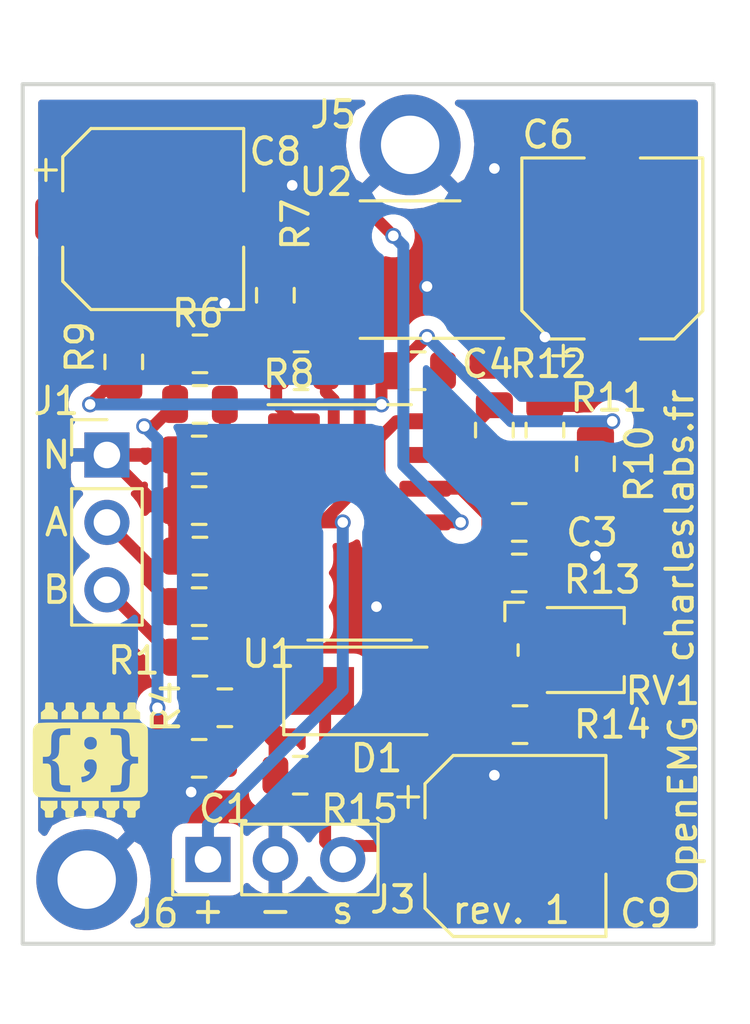
<source format=kicad_pcb>
(kicad_pcb (version 20171130) (host pcbnew 5.1.6-c6e7f7d~86~ubuntu20.04.1)

  (general
    (thickness 1.6)
    (drawings 13)
    (tracks 133)
    (zones 0)
    (modules 32)
    (nets 23)
  )

  (page A4)
  (layers
    (0 F.Cu signal)
    (31 B.Cu signal)
    (32 B.Adhes user)
    (33 F.Adhes user)
    (34 B.Paste user)
    (35 F.Paste user)
    (36 B.SilkS user)
    (37 F.SilkS user)
    (38 B.Mask user)
    (39 F.Mask user)
    (40 Dwgs.User user)
    (41 Cmts.User user)
    (42 Eco1.User user)
    (43 Eco2.User user)
    (44 Edge.Cuts user)
    (45 Margin user)
    (46 B.CrtYd user)
    (47 F.CrtYd user)
    (48 B.Fab user)
    (49 F.Fab user)
  )

  (setup
    (last_trace_width 0.45)
    (trace_clearance 0.3)
    (zone_clearance 0.508)
    (zone_45_only no)
    (trace_min 0.2)
    (via_size 0.6)
    (via_drill 0.4)
    (via_min_size 0.4)
    (via_min_drill 0.3)
    (uvia_size 0.3)
    (uvia_drill 0.1)
    (uvias_allowed no)
    (uvia_min_size 0.2)
    (uvia_min_drill 0.1)
    (edge_width 0.15)
    (segment_width 0.2)
    (pcb_text_width 0.3)
    (pcb_text_size 1.5 1.5)
    (mod_edge_width 0.15)
    (mod_text_size 1 1)
    (mod_text_width 0.15)
    (pad_size 1.524 1.524)
    (pad_drill 0.762)
    (pad_to_mask_clearance 0.2)
    (aux_axis_origin 24.13 39.37)
    (grid_origin 24.13 39.37)
    (visible_elements FFFFFFFF)
    (pcbplotparams
      (layerselection 0x010fc_ffffffff)
      (usegerberextensions true)
      (usegerberattributes false)
      (usegerberadvancedattributes false)
      (creategerberjobfile false)
      (excludeedgelayer true)
      (linewidth 0.100000)
      (plotframeref false)
      (viasonmask false)
      (mode 1)
      (useauxorigin true)
      (hpglpennumber 1)
      (hpglpenspeed 20)
      (hpglpendiameter 15.000000)
      (psnegative false)
      (psa4output false)
      (plotreference true)
      (plotvalue true)
      (plotinvisibletext false)
      (padsonsilk false)
      (subtractmaskfromsilk false)
      (outputformat 1)
      (mirror false)
      (drillshape 0)
      (scaleselection 1)
      (outputdirectory "/home/charles/Documents/panelizeemg/"))
  )

  (net 0 "")
  (net 1 "Net-(C1-Pad2)")
  (net 2 "Net-(C1-Pad1)")
  (net 3 "Net-(C2-Pad1)")
  (net 4 GND)
  (net 5 "Net-(C3-Pad1)")
  (net 6 "Net-(C4-Pad2)")
  (net 7 "Net-(C4-Pad1)")
  (net 8 "Net-(C6-Pad2)")
  (net 9 "Net-(C6-Pad1)")
  (net 10 -5V)
  (net 11 "Net-(C9-Pad1)")
  (net 12 "Net-(D1-Pad2)")
  (net 13 "Net-(J1-Pad3)")
  (net 14 "Net-(J1-Pad2)")
  (net 15 +5V)
  (net 16 "Net-(R1-Pad1)")
  (net 17 "Net-(R2-Pad1)")
  (net 18 "Net-(R6-Pad2)")
  (net 19 "Net-(R7-Pad1)")
  (net 20 "Net-(R11-Pad1)")
  (net 21 "Net-(R13-Pad2)")
  (net 22 "Net-(R14-Pad1)")

  (net_class Default "This is the default net class."
    (clearance 0.3)
    (trace_width 0.45)
    (via_dia 0.6)
    (via_drill 0.4)
    (uvia_dia 0.3)
    (uvia_drill 0.1)
    (add_net +5V)
    (add_net -5V)
    (add_net GND)
    (add_net "Net-(C1-Pad1)")
    (add_net "Net-(C1-Pad2)")
    (add_net "Net-(C2-Pad1)")
    (add_net "Net-(C3-Pad1)")
    (add_net "Net-(C4-Pad1)")
    (add_net "Net-(C4-Pad2)")
    (add_net "Net-(C6-Pad1)")
    (add_net "Net-(C6-Pad2)")
    (add_net "Net-(C9-Pad1)")
    (add_net "Net-(D1-Pad2)")
    (add_net "Net-(J1-Pad2)")
    (add_net "Net-(J1-Pad3)")
    (add_net "Net-(R1-Pad1)")
    (add_net "Net-(R11-Pad1)")
    (add_net "Net-(R13-Pad2)")
    (add_net "Net-(R14-Pad1)")
    (add_net "Net-(R2-Pad1)")
    (add_net "Net-(R6-Pad2)")
    (add_net "Net-(R7-Pad1)")
  )

  (module logo:logo (layer F.Cu) (tedit 0) (tstamp 5CEB4B87)
    (at 26.6827 64.8335)
    (path /5CDDDFC6)
    (fp_text reference LOGO1 (at 0 0) (layer F.SilkS) hide
      (effects (font (size 1.524 1.524) (thickness 0.3)))
    )
    (fp_text value logo (at 0.75 0) (layer F.SilkS) hide
      (effects (font (size 1.524 1.524) (thickness 0.3)))
    )
    (fp_poly (pts (xy -1.2446 1.800267) (xy -1.3208 1.861281) (xy -1.397 1.922294) (xy -1.397 2.0317)
      (xy -1.397045 2.078779) (xy -1.398667 2.113501) (xy -1.404098 2.137744) (xy -1.415571 2.153385)
      (xy -1.435317 2.162302) (xy -1.465568 2.16637) (xy -1.508556 2.167468) (xy -1.558438 2.167467)
      (xy -1.607526 2.167247) (xy -1.642511 2.166377) (xy -1.666217 2.164539) (xy -1.681471 2.161415)
      (xy -1.6911 2.156689) (xy -1.696254 2.151983) (xy -1.702318 2.142336) (xy -1.706403 2.127228)
      (xy -1.708857 2.103643) (xy -1.710025 2.068569) (xy -1.710267 2.030141) (xy -1.710267 1.923782)
      (xy -1.871133 1.794394) (xy -1.871133 1.540933) (xy -1.2446 1.540933) (xy -1.2446 1.800267)) (layer F.SilkS) (width 0.01))
    (fp_poly (pts (xy -0.466371 1.799167) (xy -0.5422 1.858433) (xy -0.618028 1.9177) (xy -0.618047 2.01774)
      (xy -0.61902 2.070345) (xy -0.622256 2.108654) (xy -0.628268 2.135216) (xy -0.637567 2.152577)
      (xy -0.646851 2.160987) (xy -0.658248 2.163194) (xy -0.683327 2.165075) (xy -0.718834 2.166475)
      (xy -0.761517 2.167241) (xy -0.78105 2.167337) (xy -0.830084 2.167203) (xy -0.865094 2.166452)
      (xy -0.888984 2.16474) (xy -0.904662 2.161723) (xy -0.915033 2.157056) (xy -0.922866 2.150534)
      (xy -0.92995 2.141817) (xy -0.934768 2.13027) (xy -0.937763 2.112705) (xy -0.939374 2.085934)
      (xy -0.940044 2.046772) (xy -0.940152 2.02565) (xy -0.940504 1.9177) (xy -1.016333 1.858433)
      (xy -1.092162 1.799167) (xy -1.0922 1.540933) (xy -0.465667 1.540933) (xy -0.466371 1.799167)) (layer F.SilkS) (width 0.01))
    (fp_poly (pts (xy 0.311374 1.669601) (xy 0.313714 1.794034) (xy 0.1524 1.923782) (xy 0.1524 2.031612)
      (xy 0.152369 2.079785) (xy 0.150748 2.114989) (xy 0.14525 2.139255) (xy 0.133584 2.154611)
      (xy 0.113462 2.163085) (xy 0.082595 2.166706) (xy 0.038692 2.167503) (xy -0.000899 2.167467)
      (xy -0.052247 2.167084) (xy -0.089399 2.165767) (xy -0.115078 2.16326) (xy -0.132008 2.15931)
      (xy -0.142049 2.154287) (xy -0.149779 2.147896) (xy -0.155042 2.139454) (xy -0.158312 2.125895)
      (xy -0.160058 2.104153) (xy -0.160752 2.071162) (xy -0.160867 2.03179) (xy -0.160867 1.922473)
      (xy -0.322173 1.792731) (xy -0.319837 1.668949) (xy -0.3175 1.545167) (xy 0.309034 1.545167)
      (xy 0.311374 1.669601)) (layer F.SilkS) (width 0.01))
    (fp_poly (pts (xy 1.083714 1.67005) (xy 1.083695 1.799167) (xy 1.007867 1.858433) (xy 0.932038 1.9177)
      (xy 0.931686 2.02565) (xy 0.931439 2.074987) (xy 0.929569 2.111321) (xy 0.923826 2.136639)
      (xy 0.911962 2.152927) (xy 0.891729 2.162169) (xy 0.860878 2.166351) (xy 0.81716 2.167459)
      (xy 0.771081 2.167467) (xy 0.644696 2.167467) (xy 0.627148 2.145158) (xy 0.619615 2.133822)
      (xy 0.614583 2.120239) (xy 0.611562 2.100928) (xy 0.610062 2.072407) (xy 0.609594 2.031193)
      (xy 0.609581 2.020275) (xy 0.609562 1.9177) (xy 0.533733 1.858433) (xy 0.457904 1.799167)
      (xy 0.4572 1.540933) (xy 1.083734 1.540933) (xy 1.083714 1.67005)) (layer F.SilkS) (width 0.01))
    (fp_poly (pts (xy 1.862667 1.794394) (xy 1.782233 1.859088) (xy 1.7018 1.923782) (xy 1.7018 2.031612)
      (xy 1.70178 2.079535) (xy 1.700203 2.114635) (xy 1.694795 2.138905) (xy 1.683279 2.154335)
      (xy 1.663383 2.162917) (xy 1.63283 2.166642) (xy 1.589346 2.167503) (xy 1.546617 2.167467)
      (xy 1.497715 2.167278) (xy 1.462828 2.16648) (xy 1.439041 2.164721) (xy 1.423439 2.161653)
      (xy 1.413105 2.156926) (xy 1.405467 2.150534) (xy 1.398325 2.141751) (xy 1.39351 2.130158)
      (xy 1.390576 2.112521) (xy 1.389076 2.085606) (xy 1.388563 2.046182) (xy 1.388533 2.027947)
      (xy 1.388533 1.922294) (xy 1.312333 1.861281) (xy 1.236133 1.800267) (xy 1.236133 1.540933)
      (xy 1.862667 1.540933) (xy 1.862667 1.794394)) (layer F.SilkS) (width 0.01))
    (fp_poly (pts (xy -0.452648 -1.405512) (xy -0.25802 -1.405485) (xy -0.047265 -1.405467) (xy 0 -1.405467)
      (xy 0.214293 -1.40548) (xy 0.412317 -1.405506) (xy 0.594738 -1.405528) (xy 0.762221 -1.405526)
      (xy 0.915431 -1.405481) (xy 1.055033 -1.405375) (xy 1.181692 -1.405189) (xy 1.296074 -1.404904)
      (xy 1.398843 -1.404501) (xy 1.490665 -1.403961) (xy 1.572204 -1.403266) (xy 1.644126 -1.402397)
      (xy 1.707095 -1.401336) (xy 1.761778 -1.400062) (xy 1.808838 -1.398559) (xy 1.848942 -1.396806)
      (xy 1.882753 -1.394785) (xy 1.910938 -1.392477) (xy 1.934161 -1.389864) (xy 1.953087 -1.386927)
      (xy 1.968382 -1.383646) (xy 1.98071 -1.380004) (xy 1.990737 -1.375981) (xy 1.999128 -1.371559)
      (xy 2.006547 -1.366718) (xy 2.013661 -1.361441) (xy 2.021133 -1.355708) (xy 2.02963 -1.3495)
      (xy 2.031645 -1.348108) (xy 2.086879 -1.301018) (xy 2.128435 -1.244147) (xy 2.149911 -1.197752)
      (xy 2.152406 -1.19094) (xy 2.154654 -1.183941) (xy 2.156665 -1.175887) (xy 2.158451 -1.165909)
      (xy 2.160023 -1.153138) (xy 2.161393 -1.136706) (xy 2.162571 -1.115743) (xy 2.163568 -1.089381)
      (xy 2.164397 -1.056752) (xy 2.165067 -1.016986) (xy 2.16559 -0.969215) (xy 2.165978 -0.912571)
      (xy 2.16624 -0.846184) (xy 2.16639 -0.769186) (xy 2.166437 -0.680708) (xy 2.166393 -0.579881)
      (xy 2.166269 -0.465837) (xy 2.166076 -0.337707) (xy 2.165825 -0.194622) (xy 2.165528 -0.035713)
      (xy 2.165439 0.011318) (xy 2.163234 1.172994) (xy 2.135406 1.229518) (xy 2.096451 1.290385)
      (xy 2.046011 1.339162) (xy 1.985372 1.374874) (xy 1.915823 1.396549) (xy 1.914132 1.396874)
      (xy 1.90114 1.397737) (xy 1.872161 1.398548) (xy 1.828137 1.399309) (xy 1.770004 1.400017)
      (xy 1.698703 1.400675) (xy 1.615172 1.401281) (xy 1.52035 1.401837) (xy 1.415176 1.402342)
      (xy 1.300589 1.402796) (xy 1.177528 1.4032) (xy 1.046931 1.403553) (xy 0.909739 1.403857)
      (xy 0.766889 1.40411) (xy 0.619321 1.404313) (xy 0.467973 1.404466) (xy 0.313785 1.404569)
      (xy 0.157696 1.404623) (xy 0.000643 1.404628) (xy -0.156433 1.404583) (xy -0.312593 1.404488)
      (xy -0.4669 1.404345) (xy -0.618413 1.404153) (xy -0.766194 1.403912) (xy -0.909305 1.403622)
      (xy -1.046805 1.403284) (xy -1.177756 1.402898) (xy -1.30122 1.402463) (xy -1.416257 1.401979)
      (xy -1.521928 1.401448) (xy -1.617295 1.400869) (xy -1.701418 1.400242) (xy -1.773358 1.399568)
      (xy -1.832178 1.398846) (xy -1.876936 1.398077) (xy -1.906696 1.39726) (xy -1.920517 1.396396)
      (xy -1.920818 1.396343) (xy -1.986452 1.375065) (xy -2.045553 1.339271) (xy -2.095645 1.290884)
      (xy -2.134257 1.231826) (xy -2.135405 1.229518) (xy -2.163233 1.172994) (xy -2.165438 0.011318)
      (xy -2.165699 -0.127) (xy -1.794933 -0.127) (xy -1.794933 0.135467) (xy -1.701528 0.135467)
      (xy -1.642409 0.137333) (xy -1.597066 0.143854) (xy -1.562658 0.156414) (xy -1.536345 0.176395)
      (xy -1.51529 0.20518) (xy -1.501431 0.232949) (xy -1.497519 0.243445) (xy -1.494261 0.256752)
      (xy -1.491559 0.274601) (xy -1.489315 0.298723) (xy -1.48743 0.330848) (xy -1.485807 0.372707)
      (xy -1.484347 0.426032) (xy -1.482952 0.492552) (xy -1.481525 0.574) (xy -1.481289 0.588434)
      (xy -1.479885 0.671564) (xy -1.478565 0.739647) (xy -1.477208 0.794571) (xy -1.475699 0.838219)
      (xy -1.473917 0.872479) (xy -1.471746 0.899235) (xy -1.469067 0.920374) (xy -1.465762 0.937782)
      (xy -1.461713 0.953344) (xy -1.457612 0.966484) (xy -1.429099 1.03329) (xy -1.391341 1.089829)
      (xy -1.34796 1.131905) (xy -1.316413 1.152377) (xy -1.279677 1.169175) (xy -1.235985 1.182599)
      (xy -1.183571 1.192955) (xy -1.120667 1.200544) (xy -1.045507 1.205669) (xy -0.956324 1.208634)
      (xy -0.89535 1.209502) (xy -0.753533 1.210733) (xy -0.753533 0.948267) (xy -0.886883 0.94806)
      (xy -0.953711 0.947235) (xy -1.006042 0.944719) (xy -1.046268 0.9401) (xy -1.076776 0.932967)
      (xy -1.099957 0.922907) (xy -1.118199 0.909508) (xy -1.119916 0.9079) (xy -1.133611 0.892868)
      (xy -1.144517 0.87548) (xy -1.152938 0.853731) (xy -1.159176 0.825613) (xy -1.163536 0.789121)
      (xy -1.16632 0.742249) (xy -1.167833 0.682989) (xy -1.168004 0.659877) (xy -0.351597 0.659877)
      (xy -0.348033 0.688614) (xy -0.340618 0.731149) (xy -0.337962 0.745107) (xy -0.318029 0.848563)
      (xy -0.272016 0.843155) (xy -0.240448 0.837585) (xy -0.201311 0.828101) (xy -0.162897 0.81672)
      (xy -0.161684 0.816318) (xy -0.067578 0.776695) (xy 0.015715 0.72473) (xy 0.087387 0.661583)
      (xy 0.146628 0.588416) (xy 0.19263 0.506389) (xy 0.224583 0.416662) (xy 0.241677 0.320395)
      (xy 0.24393 0.234525) (xy 0.239188 0.17522) (xy 0.229357 0.128003) (xy 0.212924 0.08841)
      (xy 0.188374 0.051978) (xy 0.177707 0.039288) (xy 0.145453 0.007764) (xy 0.111568 -0.013003)
      (xy 0.071622 -0.024768) (xy 0.021189 -0.029288) (xy 0.004234 -0.029494) (xy -0.035154 -0.028808)
      (xy -0.063301 -0.026056) (xy -0.085873 -0.020165) (xy -0.108535 -0.010064) (xy -0.1143 -0.007061)
      (xy -0.143032 0.010377) (xy -0.169118 0.02986) (xy -0.179463 0.039427) (xy -0.212976 0.086474)
      (xy -0.233551 0.141003) (xy -0.241228 0.199621) (xy -0.23605 0.258938) (xy -0.218059 0.315561)
      (xy -0.187296 0.3661) (xy -0.175249 0.37992) (xy -0.149773 0.401533) (xy -0.117319 0.422012)
      (xy -0.083581 0.438368) (xy -0.054249 0.447609) (xy -0.04445 0.448651) (xy -0.029844 0.451606)
      (xy -0.026446 0.462039) (xy -0.033847 0.482569) (xy -0.037878 0.490637) (xy -0.067506 0.529835)
      (xy -0.112679 0.563378) (xy -0.172889 0.590998) (xy -0.247626 0.612426) (xy -0.281163 0.619147)
      (xy -0.311426 0.625185) (xy -0.335521 0.631104) (xy -0.347927 0.635491) (xy -0.351499 0.642862)
      (xy -0.351597 0.659877) (xy -1.168004 0.659877) (xy -1.168379 0.609335) (xy -1.1684 0.587509)
      (xy -1.169034 0.492019) (xy -1.171176 0.411543) (xy -1.17518 0.344203) (xy -1.181403 0.288119)
      (xy -1.190202 0.241412) (xy -1.201933 0.202203) (xy -1.216952 0.168612) (xy -1.235615 0.13876)
      (xy -1.258279 0.110768) (xy -1.258919 0.110055) (xy -1.298368 0.072265) (xy -1.340666 0.045694)
      (xy -1.392495 0.026219) (xy -1.397 0.024916) (xy -1.426281 0.01566) (xy -1.43953 0.008367)
      (xy -1.437333 0.001758) (xy -1.420277 -0.00545) (xy -1.412088 -0.007998) (xy -1.343276 -0.03576)
      (xy -1.286144 -0.074792) (xy -1.258961 -0.101541) (xy -1.23618 -0.129518) (xy -1.21741 -0.159298)
      (xy -1.202296 -0.192764) (xy -1.19048 -0.231793) (xy -1.181606 -0.278265) (xy -1.175318 -0.334062)
      (xy -1.171258 -0.401061) (xy -1.169071 -0.481143) (xy -1.1684 -0.576188) (xy -1.1684 -0.579042)
      (xy -1.168125 -0.64258) (xy -0.235832 -0.64258) (xy -0.235489 -0.600306) (xy -0.231322 -0.564818)
      (xy -0.228403 -0.553509) (xy -0.202907 -0.500927) (xy -0.165123 -0.45733) (xy -0.117761 -0.423845)
      (xy -0.063534 -0.401597) (xy -0.005152 -0.391712) (xy 0.054675 -0.395317) (xy 0.111015 -0.412541)
      (xy 0.165215 -0.444136) (xy 0.205673 -0.485151) (xy 0.232711 -0.536118) (xy 0.246654 -0.597571)
      (xy 0.248869 -0.639537) (xy 0.242504 -0.704784) (xy 0.223116 -0.7595) (xy 0.190052 -0.80472)
      (xy 0.142657 -0.841477) (xy 0.110497 -0.858345) (xy 0.065259 -0.87206) (xy 0.012352 -0.877252)
      (xy -0.041553 -0.873993) (xy -0.089788 -0.862354) (xy -0.104633 -0.856051) (xy -0.151373 -0.826467)
      (xy -0.191319 -0.788626) (xy -0.217241 -0.751282) (xy -0.226376 -0.723952) (xy -0.232684 -0.685757)
      (xy -0.235832 -0.64258) (xy -1.168125 -0.64258) (xy -1.168064 -0.656647) (xy -1.166847 -0.719349)
      (xy -1.164437 -0.769171) (xy -1.160522 -0.808132) (xy -1.15479 -0.838255) (xy -1.146929 -0.861561)
      (xy -1.136627 -0.880072) (xy -1.123571 -0.895808) (xy -1.118744 -0.900604) (xy -1.102738 -0.913703)
      (xy -1.084052 -0.923567) (xy -1.060147 -0.930631) (xy -1.028486 -0.93533) (xy -0.986529 -0.938098)
      (xy -0.931738 -0.939371) (xy -0.891116 -0.939598) (xy -0.753533 -0.9398) (xy -0.753533 -0.941145)
      (xy 0.762 -0.941145) (xy 0.916517 -0.938356) (xy 0.980066 -0.936786) (xy 1.029133 -0.934111)
      (xy 1.066168 -0.929506) (xy 1.09362 -0.922145) (xy 1.113939 -0.911204) (xy 1.129574 -0.895857)
      (xy 1.142974 -0.875279) (xy 1.151388 -0.859224) (xy 1.157182 -0.847244) (xy 1.161842 -0.835647)
      (xy 1.165533 -0.82245) (xy 1.168418 -0.805669) (xy 1.170661 -0.783321) (xy 1.172423 -0.753424)
      (xy 1.17387 -0.713994) (xy 1.175164 -0.663047) (xy 1.176468 -0.598601) (xy 1.177521 -0.541866)
      (xy 1.179028 -0.464563) (xy 1.18051 -0.402131) (xy 1.182106 -0.352509) (xy 1.183956 -0.313634)
      (xy 1.186198 -0.283445) (xy 1.188973 -0.259881) (xy 1.192418 -0.24088) (xy 1.196675 -0.22438)
      (xy 1.199597 -0.21506) (xy 1.229299 -0.148036) (xy 1.270067 -0.093795) (xy 1.322112 -0.052124)
      (xy 1.385644 -0.022811) (xy 1.391501 -0.020907) (xy 1.418487 -0.012376) (xy 1.439971 -0.005552)
      (xy 1.447572 -0.003117) (xy 1.446576 0.001305) (xy 1.432408 0.009239) (xy 1.408035 0.019072)
      (xy 1.404336 0.020383) (xy 1.335717 0.050871) (xy 1.280977 0.090094) (xy 1.23877 0.139371)
      (xy 1.207753 0.200019) (xy 1.200603 0.220095) (xy 1.195567 0.236724) (xy 1.191481 0.253968)
      (xy 1.1882 0.27392) (xy 1.185577 0.298672) (xy 1.183466 0.330314) (xy 1.181722 0.370938)
      (xy 1.180198 0.422637) (xy 1.178749 0.487502) (xy 1.177543 0.550334) (xy 1.176122 0.625892)
      (xy 1.174832 0.686502) (xy 1.173509 0.734148) (xy 1.17199 0.770813) (xy 1.170111 0.79848)
      (xy 1.16771 0.819132) (xy 1.164622 0.834753) (xy 1.160684 0.847325) (xy 1.155733 0.858832)
      (xy 1.151388 0.867691) (xy 1.138142 0.891985) (xy 1.124203 0.910533) (xy 1.107121 0.924162)
      (xy 1.084447 0.933698) (xy 1.053734 0.939968) (xy 1.012531 0.943799) (xy 0.958389 0.946016)
      (xy 0.916517 0.946958) (xy 0.762 0.949882) (xy 0.762 1.21342) (xy 0.95885 1.208143)
      (xy 1.028291 1.206008) (xy 1.083605 1.203596) (xy 1.127598 1.200667) (xy 1.163076 1.196982)
      (xy 1.192846 1.192301) (xy 1.219713 1.186385) (xy 1.222704 1.185624) (xy 1.282391 1.166916)
      (xy 1.33027 1.143526) (xy 1.371363 1.11263) (xy 1.395781 1.088308) (xy 1.415629 1.065593)
      (xy 1.432275 1.043064) (xy 1.446029 1.018997) (xy 1.457203 0.991669) (xy 1.466111 0.959356)
      (xy 1.473062 0.920334) (xy 1.47837 0.872881) (xy 1.482346 0.815271) (xy 1.485301 0.745782)
      (xy 1.487549 0.662689) (xy 1.48928 0.5715) (xy 1.490689 0.489923) (xy 1.491997 0.423461)
      (xy 1.493324 0.370295) (xy 1.494788 0.328609) (xy 1.496509 0.296585) (xy 1.498606 0.272405)
      (xy 1.5012 0.254253) (xy 1.504409 0.240311) (xy 1.508353 0.22876) (xy 1.512424 0.219353)
      (xy 1.529293 0.191416) (xy 1.550629 0.166949) (xy 1.558916 0.160087) (xy 1.572327 0.151518)
      (xy 1.586635 0.14559) (xy 1.605401 0.141699) (xy 1.632183 0.139241) (xy 1.670541 0.137611)
      (xy 1.69545 0.136911) (xy 1.8034 0.134121) (xy 1.8034 -0.125299) (xy 1.69545 -0.128266)
      (xy 1.649865 -0.129786) (xy 1.617653 -0.131812) (xy 1.595253 -0.134954) (xy 1.579107 -0.139821)
      (xy 1.565653 -0.14702) (xy 1.558916 -0.15162) (xy 1.537771 -0.172147) (xy 1.518263 -0.199764)
      (xy 1.512448 -0.210886) (xy 1.507809 -0.221781) (xy 1.503993 -0.23354) (xy 1.50088 -0.247964)
      (xy 1.498351 -0.266856) (xy 1.496288 -0.292019) (xy 1.494572 -0.325254) (xy 1.493083 -0.368363)
      (xy 1.491703 -0.42315) (xy 1.490313 -0.491416) (xy 1.48893 -0.567266) (xy 1.48712 -0.65974)
      (xy 1.48512 -0.737071) (xy 1.482724 -0.801051) (xy 1.479724 -0.853471) (xy 1.47591 -0.896122)
      (xy 1.471077 -0.930796) (xy 1.465015 -0.959284) (xy 1.457517 -0.983376) (xy 1.448374 -1.004864)
      (xy 1.43738 -1.02554) (xy 1.43533 -1.029072) (xy 1.408289 -1.065857) (xy 1.372199 -1.102416)
      (xy 1.332808 -1.133508) (xy 1.300591 -1.151915) (xy 1.269316 -1.164782) (xy 1.238529 -1.174956)
      (xy 1.205518 -1.18282) (xy 1.167571 -1.188761) (xy 1.121978 -1.193162) (xy 1.066027 -1.196407)
      (xy 0.997007 -1.198883) (xy 0.963084 -1.199795) (xy 0.762 -1.204834) (xy 0.762 -0.941145)
      (xy -0.753533 -0.941145) (xy -0.753533 -1.204665) (xy -0.950383 -1.199908) (xy -1.029028 -1.197602)
      (xy -1.093208 -1.194663) (xy -1.145388 -1.190775) (xy -1.188035 -1.185622) (xy -1.223612 -1.178888)
      (xy -1.254587 -1.170256) (xy -1.283424 -1.159409) (xy -1.290756 -1.15624) (xy -1.346062 -1.124753)
      (xy -1.391076 -1.082982) (xy -1.427337 -1.029075) (xy -1.456384 -0.961183) (xy -1.4587 -0.954313)
      (xy -1.46322 -0.93954) (xy -1.466947 -0.923931) (xy -1.469992 -0.90562) (xy -1.472467 -0.882744)
      (xy -1.474482 -0.853439) (xy -1.476149 -0.815839) (xy -1.477579 -0.76808) (xy -1.478883 -0.708298)
      (xy -1.480173 -0.634628) (xy -1.481033 -0.579966) (xy -1.485962 -0.258233) (xy -1.508168 -0.210811)
      (xy -1.525698 -0.179471) (xy -1.546416 -0.156748) (xy -1.57318 -0.141396) (xy -1.608846 -0.132166)
      (xy -1.656271 -0.127814) (xy -1.70024 -0.127) (xy -1.794933 -0.127) (xy -2.165699 -0.127)
      (xy -2.165747 -0.152136) (xy -2.166011 -0.299526) (xy -2.166221 -0.43172) (xy -2.166366 -0.549587)
      (xy -2.166433 -0.653996) (xy -2.166412 -0.745814) (xy -2.166293 -0.825912) (xy -2.166062 -0.895157)
      (xy -2.16571 -0.954419) (xy -2.165226 -1.004566) (xy -2.164598 -1.046467) (xy -2.163814 -1.08099)
      (xy -2.162865 -1.109004) (xy -2.161738 -1.131378) (xy -2.160423 -1.148981) (xy -2.158908 -1.162681)
      (xy -2.157182 -1.173348) (xy -2.155235 -1.181849) (xy -2.153054 -1.189053) (xy -2.150629 -1.19583)
      (xy -2.149911 -1.197752) (xy -2.117457 -1.262142) (xy -2.071923 -1.315992) (xy -2.031645 -1.348108)
      (xy -2.022843 -1.354419) (xy -2.015207 -1.360253) (xy -2.008073 -1.365626) (xy -2.000775 -1.370558)
      (xy -1.992648 -1.375069) (xy -1.983027 -1.379175) (xy -1.971247 -1.382898) (xy -1.956643 -1.386254)
      (xy -1.93855 -1.389263) (xy -1.916302 -1.391944) (xy -1.889236 -1.394316) (xy -1.856684 -1.396396)
      (xy -1.817983 -1.398205) (xy -1.772468 -1.39976) (xy -1.719473 -1.401082) (xy -1.658333 -1.402187)
      (xy -1.588383 -1.403096) (xy -1.508958 -1.403826) (xy -1.419393 -1.404397) (xy -1.319023 -1.404828)
      (xy -1.207182 -1.405137) (xy -1.083207 -1.405343) (xy -0.94643 -1.405464) (xy -0.796189 -1.405521)
      (xy -0.631816 -1.40553) (xy -0.452648 -1.405512)) (layer F.SilkS) (width 0.01))
    (fp_poly (pts (xy -1.546616 -2.167466) (xy -1.491317 -2.167365) (xy -1.450686 -2.165733) (xy -1.422466 -2.160576)
      (xy -1.4044 -2.149903) (xy -1.394229 -2.13172) (xy -1.389695 -2.104034) (xy -1.38854 -2.064853)
      (xy -1.388533 -2.027947) (xy -1.388533 -1.922294) (xy -1.312333 -1.861281) (xy -1.236133 -1.800267)
      (xy -1.236133 -1.540933) (xy -1.862666 -1.540933) (xy -1.862666 -1.794394) (xy -1.7018 -1.923782)
      (xy -1.7018 -2.031612) (xy -1.70178 -2.079535) (xy -1.700203 -2.114635) (xy -1.694794 -2.138904)
      (xy -1.683279 -2.154334) (xy -1.663382 -2.162916) (xy -1.63283 -2.166642) (xy -1.589345 -2.167502)
      (xy -1.546616 -2.167466)) (layer F.SilkS) (width 0.01))
    (fp_poly (pts (xy -0.627148 -2.145158) (xy -0.619614 -2.133821) (xy -0.614582 -2.120239) (xy -0.611561 -2.100928)
      (xy -0.610062 -2.072406) (xy -0.609594 -2.031192) (xy -0.609581 -2.020275) (xy -0.609562 -1.9177)
      (xy -0.457904 -1.799166) (xy -0.457552 -1.67005) (xy -0.4572 -1.540933) (xy -1.083733 -1.540933)
      (xy -1.083714 -1.67005) (xy -1.083695 -1.799166) (xy -0.932037 -1.9177) (xy -0.931685 -2.02565)
      (xy -0.931439 -2.074986) (xy -0.929568 -2.111321) (xy -0.923825 -2.136639) (xy -0.911962 -2.152926)
      (xy -0.891729 -2.162168) (xy -0.860878 -2.166351) (xy -0.81716 -2.167459) (xy -0.771081 -2.167466)
      (xy -0.644696 -2.167466) (xy -0.627148 -2.145158)) (layer F.SilkS) (width 0.01))
    (fp_poly (pts (xy 0.0009 -2.167466) (xy 0.056587 -2.167421) (xy 0.097592 -2.166015) (xy 0.126157 -2.161349)
      (xy 0.144526 -2.151519) (xy 0.154939 -2.134623) (xy 0.159641 -2.10876) (xy 0.160873 -2.072027)
      (xy 0.160867 -2.031789) (xy 0.160867 -1.922472) (xy 0.24152 -1.857601) (xy 0.322174 -1.792731)
      (xy 0.319837 -1.668949) (xy 0.3175 -1.545166) (xy 0.007864 -1.542947) (xy -0.062943 -1.542593)
      (xy -0.128367 -1.542559) (xy -0.186486 -1.542826) (xy -0.23538 -1.54337) (xy -0.273128 -1.544172)
      (xy -0.297809 -1.545208) (xy -0.307502 -1.546458) (xy -0.307519 -1.546475) (xy -0.309575 -1.556579)
      (xy -0.311305 -1.580426) (xy -0.312565 -1.614826) (xy -0.313212 -1.656589) (xy -0.313267 -1.673308)
      (xy -0.313267 -1.794394) (xy -0.232833 -1.859088) (xy -0.1524 -1.923782) (xy -0.1524 -2.031612)
      (xy -0.152368 -2.079784) (xy -0.150748 -2.114989) (xy -0.14525 -2.139255) (xy -0.133584 -2.154611)
      (xy -0.113462 -2.163085) (xy -0.082594 -2.166706) (xy -0.038692 -2.167502) (xy 0.0009 -2.167466)) (layer F.SilkS) (width 0.01))
    (fp_poly (pts (xy 0.836463 -2.167309) (xy 0.877208 -2.165752) (xy 0.905547 -2.160653) (xy 0.923738 -2.15)
      (xy 0.934041 -2.131781) (xy 0.938716 -2.103984) (xy 0.940022 -2.064596) (xy 0.940152 -2.02565)
      (xy 0.940504 -1.9177) (xy 1.092162 -1.799166) (xy 1.092181 -1.67005) (xy 1.0922 -1.540933)
      (xy 0.465667 -1.540933) (xy 0.466019 -1.67005) (xy 0.466371 -1.799166) (xy 0.618029 -1.9177)
      (xy 0.618048 -2.01774) (xy 0.61902 -2.070344) (xy 0.622256 -2.108654) (xy 0.628268 -2.135215)
      (xy 0.637568 -2.152576) (xy 0.646851 -2.160987) (xy 0.658249 -2.163194) (xy 0.683327 -2.165075)
      (xy 0.718834 -2.166475) (xy 0.761518 -2.167241) (xy 0.78105 -2.167337) (xy 0.836463 -2.167309)) (layer F.SilkS) (width 0.01))
    (fp_poly (pts (xy 1.612498 -2.167439) (xy 1.651937 -2.165969) (xy 1.679054 -2.160976) (xy 1.69615 -2.15038)
      (xy 1.705524 -2.132101) (xy 1.709478 -2.104058) (xy 1.71031 -2.064171) (xy 1.710267 -2.030141)
      (xy 1.710267 -1.923782) (xy 1.871133 -1.794394) (xy 1.871133 -1.540933) (xy 1.2446 -1.540933)
      (xy 1.2446 -1.800267) (xy 1.3208 -1.861281) (xy 1.397 -1.922294) (xy 1.397 -2.0317)
      (xy 1.397045 -2.078778) (xy 1.398667 -2.1135) (xy 1.404098 -2.137744) (xy 1.415571 -2.153385)
      (xy 1.435317 -2.162301) (xy 1.465568 -2.16637) (xy 1.508557 -2.167466) (xy 1.558438 -2.167466)
      (xy 1.612498 -2.167439)) (layer F.SilkS) (width 0.01))
  )

  (module Capacitor_SMD:C_0805_2012Metric (layer F.Cu) (tedit 5B36C52B) (tstamp 5CE9ADFB)
    (at 30.7825 55.245 180)
    (descr "Capacitor SMD 0805 (2012 Metric), square (rectangular) end terminal, IPC_7351 nominal, (Body size source: https://docs.google.com/spreadsheets/d/1BsfQQcO9C6DZCsRaXUlFlo91Tg2WpOkGARC1WS5S8t0/edit?usp=sharing), generated with kicad-footprint-generator")
    (tags capacitor)
    (path /5CE9F4CC)
    (attr smd)
    (fp_text reference C5 (at 0.3025 -0.127) (layer F.SilkS) hide
      (effects (font (size 1 1) (thickness 0.15)))
    )
    (fp_text value 100n (at 0 1.65) (layer F.Fab)
      (effects (font (size 1 1) (thickness 0.15)))
    )
    (fp_line (start -1 0.6) (end -1 -0.6) (layer F.Fab) (width 0.1))
    (fp_line (start -1 -0.6) (end 1 -0.6) (layer F.Fab) (width 0.1))
    (fp_line (start 1 -0.6) (end 1 0.6) (layer F.Fab) (width 0.1))
    (fp_line (start 1 0.6) (end -1 0.6) (layer F.Fab) (width 0.1))
    (fp_line (start -0.258578 -0.71) (end 0.258578 -0.71) (layer F.SilkS) (width 0.12))
    (fp_line (start -0.258578 0.71) (end 0.258578 0.71) (layer F.SilkS) (width 0.12))
    (fp_line (start -1.68 0.95) (end -1.68 -0.95) (layer F.CrtYd) (width 0.05))
    (fp_line (start -1.68 -0.95) (end 1.68 -0.95) (layer F.CrtYd) (width 0.05))
    (fp_line (start 1.68 -0.95) (end 1.68 0.95) (layer F.CrtYd) (width 0.05))
    (fp_line (start 1.68 0.95) (end -1.68 0.95) (layer F.CrtYd) (width 0.05))
    (fp_text user %R (at 0 0) (layer F.Fab)
      (effects (font (size 0.5 0.5) (thickness 0.08)))
    )
    (pad 2 smd roundrect (at 0.9375 0 180) (size 0.975 1.4) (layers F.Cu F.Paste F.Mask) (roundrect_rratio 0.25)
      (net 4 GND))
    (pad 1 smd roundrect (at -0.9375 0 180) (size 0.975 1.4) (layers F.Cu F.Paste F.Mask) (roundrect_rratio 0.25)
      (net 15 +5V))
    (model ${KISYS3DMOD}/Capacitor_SMD.3dshapes/C_0805_2012Metric.wrl
      (at (xyz 0 0 0))
      (scale (xyz 1 1 1))
      (rotate (xyz 0 0 0))
    )
  )

  (module Potentiometer_SMD:Potentiometer_Bourns_TC33X_Vertical (layer F.Cu) (tedit 5C165D15) (tstamp 5CE60D1B)
    (at 44.905 60.69)
    (descr "Potentiometer, Bourns, TC33X, Vertical, https://www.bourns.com/pdfs/TC33.pdf")
    (tags "Potentiometer Bourns TC33X Vertical")
    (path /5A7C681F)
    (attr smd)
    (fp_text reference RV1 (at 3.355 1.54) (layer F.SilkS)
      (effects (font (size 1 1) (thickness 0.15)))
    )
    (fp_text value 100k (at 0 2.5) (layer F.Fab)
      (effects (font (size 1 1) (thickness 0.15)))
    )
    (fp_circle (center 0 0) (end 1.5 0) (layer F.Fab) (width 0.1))
    (fp_line (start -2 -0.75) (end -2 1.5) (layer F.Fab) (width 0.1))
    (fp_line (start -2 1.5) (end 1.8 1.5) (layer F.Fab) (width 0.1))
    (fp_line (start 1.8 1.5) (end 1.8 -1.5) (layer F.Fab) (width 0.1))
    (fp_line (start 1.8 -1.5) (end -1.25 -1.5) (layer F.Fab) (width 0.1))
    (fp_line (start -1.25 -1.5) (end -2 -0.75) (layer F.Fab) (width 0.1))
    (fp_line (start -2.1 -0.2) (end -2.1 0.2) (layer F.SilkS) (width 0.12))
    (fp_line (start -1 -1.6) (end 1.9 -1.6) (layer F.SilkS) (width 0.12))
    (fp_line (start 1.9 -1.6) (end 1.9 -1) (layer F.SilkS) (width 0.12))
    (fp_line (start -1 1.6) (end 1.9 1.6) (layer F.SilkS) (width 0.12))
    (fp_line (start 1.9 1.6) (end 1.9 1) (layer F.SilkS) (width 0.12))
    (fp_line (start -1.9 -1.8) (end -2.6 -1.8) (layer F.SilkS) (width 0.12))
    (fp_line (start -2.6 -1.8) (end -2.6 -1.1) (layer F.SilkS) (width 0.12))
    (fp_line (start -2.65 -1.85) (end 2.45 -1.85) (layer F.CrtYd) (width 0.05))
    (fp_line (start 2.45 -1.85) (end 2.45 1.85) (layer F.CrtYd) (width 0.05))
    (fp_line (start 2.45 1.85) (end -2.65 1.85) (layer F.CrtYd) (width 0.05))
    (fp_line (start -2.65 1.85) (end -2.65 -1.85) (layer F.CrtYd) (width 0.05))
    (fp_circle (center 0 0) (end 1.8 0) (layer Dwgs.User) (width 0.05))
    (fp_text user "Wiper may be\nanywhere within\ncircle shown" (at -0.15 -0.8) (layer Cmts.User)
      (effects (font (size 0.15 0.15) (thickness 0.02)))
    )
    (fp_text user %R (at 0 0) (layer F.Fab)
      (effects (font (size 0.7 0.7) (thickness 0.105)))
    )
    (pad 2 smd rect (at 1.45 0) (size 1.5 1.6) (layers F.Cu F.Paste F.Mask)
      (net 22 "Net-(R14-Pad1)"))
    (pad 3 smd rect (at -1.8 1) (size 1.2 1.2) (layers F.Cu F.Paste F.Mask)
      (net 21 "Net-(R13-Pad2)"))
    (pad 1 smd rect (at -1.8 -1) (size 1.2 1.2) (layers F.Cu F.Paste F.Mask)
      (net 22 "Net-(R14-Pad1)"))
    (model ${KISYS3DMOD}/Potentiometer_SMD.3dshapes/Potentiometer_Bourns_TC33X_Vertical.wrl
      (at (xyz 0 0 0))
      (scale (xyz 1 1 1))
      (rotate (xyz 0 0 0))
    )
  )

  (module Package_SO:SOP-8_3.76x4.96mm_P1.27mm (layer F.Cu) (tedit 5C4A362D) (tstamp 5CE60D55)
    (at 38.7325 46.355 180)
    (descr "SOP, 8 Pin (https://ww2.minicircuits.com/case_style/XX211.pdf), generated with kicad-footprint-generator ipc_gullwing_generator.py")
    (tags "SOP SO")
    (path /5A85D454)
    (attr smd)
    (fp_text reference U2 (at 3.1725 3.302) (layer F.SilkS)
      (effects (font (size 1 1) (thickness 0.15)))
    )
    (fp_text value ICL7660M/TR (at 0 3.43) (layer F.Fab)
      (effects (font (size 1 1) (thickness 0.15)))
    )
    (fp_line (start 0 2.59) (end 1.88 2.59) (layer F.SilkS) (width 0.12))
    (fp_line (start 0 2.59) (end -1.88 2.59) (layer F.SilkS) (width 0.12))
    (fp_line (start 0 -2.59) (end 1.88 -2.59) (layer F.SilkS) (width 0.12))
    (fp_line (start 0 -2.59) (end -3.525 -2.59) (layer F.SilkS) (width 0.12))
    (fp_line (start -0.94 -2.48) (end 1.88 -2.48) (layer F.Fab) (width 0.1))
    (fp_line (start 1.88 -2.48) (end 1.88 2.48) (layer F.Fab) (width 0.1))
    (fp_line (start 1.88 2.48) (end -1.88 2.48) (layer F.Fab) (width 0.1))
    (fp_line (start -1.88 2.48) (end -1.88 -1.54) (layer F.Fab) (width 0.1))
    (fp_line (start -1.88 -1.54) (end -0.94 -2.48) (layer F.Fab) (width 0.1))
    (fp_line (start -3.78 -2.73) (end -3.78 2.73) (layer F.CrtYd) (width 0.05))
    (fp_line (start -3.78 2.73) (end 3.78 2.73) (layer F.CrtYd) (width 0.05))
    (fp_line (start 3.78 2.73) (end 3.78 -2.73) (layer F.CrtYd) (width 0.05))
    (fp_line (start 3.78 -2.73) (end -3.78 -2.73) (layer F.CrtYd) (width 0.05))
    (fp_text user %R (at 0 0) (layer F.Fab)
      (effects (font (size 0.94 0.94) (thickness 0.14)))
    )
    (pad 8 smd roundrect (at 2.5375 -1.905 180) (size 1.975 0.65) (layers F.Cu F.Paste F.Mask) (roundrect_rratio 0.25)
      (net 15 +5V))
    (pad 7 smd roundrect (at 2.5375 -0.635 180) (size 1.975 0.65) (layers F.Cu F.Paste F.Mask) (roundrect_rratio 0.25))
    (pad 6 smd roundrect (at 2.5375 0.635 180) (size 1.975 0.65) (layers F.Cu F.Paste F.Mask) (roundrect_rratio 0.25))
    (pad 5 smd roundrect (at 2.5375 1.905 180) (size 1.975 0.65) (layers F.Cu F.Paste F.Mask) (roundrect_rratio 0.25)
      (net 10 -5V))
    (pad 4 smd roundrect (at -2.5375 1.905 180) (size 1.975 0.65) (layers F.Cu F.Paste F.Mask) (roundrect_rratio 0.25)
      (net 8 "Net-(C6-Pad2)"))
    (pad 3 smd roundrect (at -2.5375 0.635 180) (size 1.975 0.65) (layers F.Cu F.Paste F.Mask) (roundrect_rratio 0.25)
      (net 4 GND))
    (pad 2 smd roundrect (at -2.5375 -0.635 180) (size 1.975 0.65) (layers F.Cu F.Paste F.Mask) (roundrect_rratio 0.25)
      (net 9 "Net-(C6-Pad1)"))
    (pad 1 smd roundrect (at -2.5375 -1.905 180) (size 1.975 0.65) (layers F.Cu F.Paste F.Mask) (roundrect_rratio 0.25))
    (model ${KISYS3DMOD}/Package_SO.3dshapes/SOP-8_3.76x4.96mm_P1.27mm.wrl
      (at (xyz 0 0 0))
      (scale (xyz 1 1 1))
      (rotate (xyz 0 0 0))
    )
  )

  (module Package_SO:SOIC-14_3.9x8.7mm_P1.27mm (layer F.Cu) (tedit 5C97300E) (tstamp 5CE60D3B)
    (at 36.83 55.88)
    (descr "SOIC, 14 Pin (JEDEC MS-012AB, https://www.analog.com/media/en/package-pcb-resources/package/pkg_pdf/soic_narrow-r/r_14.pdf), generated with kicad-footprint-generator ipc_gullwing_generator.py")
    (tags "SOIC SO")
    (path /5A6C7AD6)
    (attr smd)
    (fp_text reference U1 (at -3.429 4.953) (layer F.SilkS)
      (effects (font (size 1 1) (thickness 0.15)))
    )
    (fp_text value LM324 (at 0 5.28) (layer F.Fab)
      (effects (font (size 1 1) (thickness 0.15)))
    )
    (fp_line (start 0 4.435) (end 1.95 4.435) (layer F.SilkS) (width 0.12))
    (fp_line (start 0 4.435) (end -1.95 4.435) (layer F.SilkS) (width 0.12))
    (fp_line (start 0 -4.435) (end 1.95 -4.435) (layer F.SilkS) (width 0.12))
    (fp_line (start 0 -4.435) (end -3.45 -4.435) (layer F.SilkS) (width 0.12))
    (fp_line (start -0.975 -4.325) (end 1.95 -4.325) (layer F.Fab) (width 0.1))
    (fp_line (start 1.95 -4.325) (end 1.95 4.325) (layer F.Fab) (width 0.1))
    (fp_line (start 1.95 4.325) (end -1.95 4.325) (layer F.Fab) (width 0.1))
    (fp_line (start -1.95 4.325) (end -1.95 -3.35) (layer F.Fab) (width 0.1))
    (fp_line (start -1.95 -3.35) (end -0.975 -4.325) (layer F.Fab) (width 0.1))
    (fp_line (start -3.7 -4.58) (end -3.7 4.58) (layer F.CrtYd) (width 0.05))
    (fp_line (start -3.7 4.58) (end 3.7 4.58) (layer F.CrtYd) (width 0.05))
    (fp_line (start 3.7 4.58) (end 3.7 -4.58) (layer F.CrtYd) (width 0.05))
    (fp_line (start 3.7 -4.58) (end -3.7 -4.58) (layer F.CrtYd) (width 0.05))
    (fp_text user %R (at 0 0) (layer F.Fab)
      (effects (font (size 0.98 0.98) (thickness 0.15)))
    )
    (pad 14 smd roundrect (at 2.475 -3.81) (size 1.95 0.6) (layers F.Cu F.Paste F.Mask) (roundrect_rratio 0.25)
      (net 6 "Net-(C4-Pad2)"))
    (pad 13 smd roundrect (at 2.475 -2.54) (size 1.95 0.6) (layers F.Cu F.Paste F.Mask) (roundrect_rratio 0.25)
      (net 20 "Net-(R11-Pad1)"))
    (pad 12 smd roundrect (at 2.475 -1.27) (size 1.95 0.6) (layers F.Cu F.Paste F.Mask) (roundrect_rratio 0.25)
      (net 5 "Net-(C3-Pad1)"))
    (pad 11 smd roundrect (at 2.475 0) (size 1.95 0.6) (layers F.Cu F.Paste F.Mask) (roundrect_rratio 0.25)
      (net 10 -5V))
    (pad 10 smd roundrect (at 2.475 1.27) (size 1.95 0.6) (layers F.Cu F.Paste F.Mask) (roundrect_rratio 0.25)
      (net 6 "Net-(C4-Pad2)"))
    (pad 9 smd roundrect (at 2.475 2.54) (size 1.95 0.6) (layers F.Cu F.Paste F.Mask) (roundrect_rratio 0.25)
      (net 21 "Net-(R13-Pad2)"))
    (pad 8 smd roundrect (at 2.475 3.81) (size 1.95 0.6) (layers F.Cu F.Paste F.Mask) (roundrect_rratio 0.25)
      (net 12 "Net-(D1-Pad2)"))
    (pad 7 smd roundrect (at -2.475 3.81) (size 1.95 0.6) (layers F.Cu F.Paste F.Mask) (roundrect_rratio 0.25)
      (net 1 "Net-(C1-Pad2)"))
    (pad 6 smd roundrect (at -2.475 2.54) (size 1.95 0.6) (layers F.Cu F.Paste F.Mask) (roundrect_rratio 0.25)
      (net 16 "Net-(R1-Pad1)"))
    (pad 5 smd roundrect (at -2.475 1.27) (size 1.95 0.6) (layers F.Cu F.Paste F.Mask) (roundrect_rratio 0.25)
      (net 17 "Net-(R2-Pad1)"))
    (pad 4 smd roundrect (at -2.475 0) (size 1.95 0.6) (layers F.Cu F.Paste F.Mask) (roundrect_rratio 0.25)
      (net 15 +5V))
    (pad 3 smd roundrect (at -2.475 -1.27) (size 1.95 0.6) (layers F.Cu F.Paste F.Mask) (roundrect_rratio 0.25)
      (net 3 "Net-(C2-Pad1)"))
    (pad 2 smd roundrect (at -2.475 -2.54) (size 1.95 0.6) (layers F.Cu F.Paste F.Mask) (roundrect_rratio 0.25)
      (net 19 "Net-(R7-Pad1)"))
    (pad 1 smd roundrect (at -2.475 -3.81) (size 1.95 0.6) (layers F.Cu F.Paste F.Mask) (roundrect_rratio 0.25)
      (net 18 "Net-(R6-Pad2)"))
    (model ${KISYS3DMOD}/Package_SO.3dshapes/SOIC-14_3.9x8.7mm_P1.27mm.wrl
      (at (xyz 0 0 0))
      (scale (xyz 1 1 1))
      (rotate (xyz 0 0 0))
    )
  )

  (module Resistor_SMD:R_0805_2012Metric (layer F.Cu) (tedit 5B36C52B) (tstamp 5CE60D00)
    (at 34.5925 65.405)
    (descr "Resistor SMD 0805 (2012 Metric), square (rectangular) end terminal, IPC_7351 nominal, (Body size source: https://docs.google.com/spreadsheets/d/1BsfQQcO9C6DZCsRaXUlFlo91Tg2WpOkGARC1WS5S8t0/edit?usp=sharing), generated with kicad-footprint-generator")
    (tags resistor)
    (path /5A85EB44)
    (attr smd)
    (fp_text reference R15 (at 2.2375 1.27) (layer F.SilkS)
      (effects (font (size 1 1) (thickness 0.15)))
    )
    (fp_text value 18k (at 0 1.65) (layer F.Fab)
      (effects (font (size 1 1) (thickness 0.15)))
    )
    (fp_line (start -1 0.6) (end -1 -0.6) (layer F.Fab) (width 0.1))
    (fp_line (start -1 -0.6) (end 1 -0.6) (layer F.Fab) (width 0.1))
    (fp_line (start 1 -0.6) (end 1 0.6) (layer F.Fab) (width 0.1))
    (fp_line (start 1 0.6) (end -1 0.6) (layer F.Fab) (width 0.1))
    (fp_line (start -0.258578 -0.71) (end 0.258578 -0.71) (layer F.SilkS) (width 0.12))
    (fp_line (start -0.258578 0.71) (end 0.258578 0.71) (layer F.SilkS) (width 0.12))
    (fp_line (start -1.68 0.95) (end -1.68 -0.95) (layer F.CrtYd) (width 0.05))
    (fp_line (start -1.68 -0.95) (end 1.68 -0.95) (layer F.CrtYd) (width 0.05))
    (fp_line (start 1.68 -0.95) (end 1.68 0.95) (layer F.CrtYd) (width 0.05))
    (fp_line (start 1.68 0.95) (end -1.68 0.95) (layer F.CrtYd) (width 0.05))
    (fp_text user %R (at 0 0) (layer F.Fab)
      (effects (font (size 0.5 0.5) (thickness 0.08)))
    )
    (pad 2 smd roundrect (at 0.9375 0) (size 0.975 1.4) (layers F.Cu F.Paste F.Mask) (roundrect_rratio 0.25)
      (net 11 "Net-(C9-Pad1)"))
    (pad 1 smd roundrect (at -0.9375 0) (size 0.975 1.4) (layers F.Cu F.Paste F.Mask) (roundrect_rratio 0.25)
      (net 4 GND))
    (model ${KISYS3DMOD}/Resistor_SMD.3dshapes/R_0805_2012Metric.wrl
      (at (xyz 0 0 0))
      (scale (xyz 1 1 1))
      (rotate (xyz 0 0 0))
    )
  )

  (module Resistor_SMD:R_0805_2012Metric (layer F.Cu) (tedit 5B36C52B) (tstamp 5CE60CEF)
    (at 42.8775 63.5 180)
    (descr "Resistor SMD 0805 (2012 Metric), square (rectangular) end terminal, IPC_7351 nominal, (Body size source: https://docs.google.com/spreadsheets/d/1BsfQQcO9C6DZCsRaXUlFlo91Tg2WpOkGARC1WS5S8t0/edit?usp=sharing), generated with kicad-footprint-generator")
    (tags resistor)
    (path /5A7D76DE)
    (attr smd)
    (fp_text reference R14 (at -3.4775 0) (layer F.SilkS)
      (effects (font (size 1 1) (thickness 0.15)))
    )
    (fp_text value 47k (at 0 1.65) (layer F.Fab)
      (effects (font (size 1 1) (thickness 0.15)))
    )
    (fp_line (start -1 0.6) (end -1 -0.6) (layer F.Fab) (width 0.1))
    (fp_line (start -1 -0.6) (end 1 -0.6) (layer F.Fab) (width 0.1))
    (fp_line (start 1 -0.6) (end 1 0.6) (layer F.Fab) (width 0.1))
    (fp_line (start 1 0.6) (end -1 0.6) (layer F.Fab) (width 0.1))
    (fp_line (start -0.258578 -0.71) (end 0.258578 -0.71) (layer F.SilkS) (width 0.12))
    (fp_line (start -0.258578 0.71) (end 0.258578 0.71) (layer F.SilkS) (width 0.12))
    (fp_line (start -1.68 0.95) (end -1.68 -0.95) (layer F.CrtYd) (width 0.05))
    (fp_line (start -1.68 -0.95) (end 1.68 -0.95) (layer F.CrtYd) (width 0.05))
    (fp_line (start 1.68 -0.95) (end 1.68 0.95) (layer F.CrtYd) (width 0.05))
    (fp_line (start 1.68 0.95) (end -1.68 0.95) (layer F.CrtYd) (width 0.05))
    (fp_text user %R (at 0 0) (layer F.Fab)
      (effects (font (size 0.5 0.5) (thickness 0.08)))
    )
    (pad 2 smd roundrect (at 0.9375 0 180) (size 0.975 1.4) (layers F.Cu F.Paste F.Mask) (roundrect_rratio 0.25)
      (net 12 "Net-(D1-Pad2)"))
    (pad 1 smd roundrect (at -0.9375 0 180) (size 0.975 1.4) (layers F.Cu F.Paste F.Mask) (roundrect_rratio 0.25)
      (net 22 "Net-(R14-Pad1)"))
    (model ${KISYS3DMOD}/Resistor_SMD.3dshapes/R_0805_2012Metric.wrl
      (at (xyz 0 0 0))
      (scale (xyz 1 1 1))
      (rotate (xyz 0 0 0))
    )
  )

  (module Resistor_SMD:R_0805_2012Metric (layer F.Cu) (tedit 5B36C52B) (tstamp 5CE60CDE)
    (at 42.8475 57.785 180)
    (descr "Resistor SMD 0805 (2012 Metric), square (rectangular) end terminal, IPC_7351 nominal, (Body size source: https://docs.google.com/spreadsheets/d/1BsfQQcO9C6DZCsRaXUlFlo91Tg2WpOkGARC1WS5S8t0/edit?usp=sharing), generated with kicad-footprint-generator")
    (tags resistor)
    (path /5A6CB333)
    (attr smd)
    (fp_text reference R13 (at -3.1265 -0.254) (layer F.SilkS)
      (effects (font (size 1 1) (thickness 0.15)))
    )
    (fp_text value 1k (at 0 1.65) (layer F.Fab)
      (effects (font (size 1 1) (thickness 0.15)))
    )
    (fp_line (start -1 0.6) (end -1 -0.6) (layer F.Fab) (width 0.1))
    (fp_line (start -1 -0.6) (end 1 -0.6) (layer F.Fab) (width 0.1))
    (fp_line (start 1 -0.6) (end 1 0.6) (layer F.Fab) (width 0.1))
    (fp_line (start 1 0.6) (end -1 0.6) (layer F.Fab) (width 0.1))
    (fp_line (start -0.258578 -0.71) (end 0.258578 -0.71) (layer F.SilkS) (width 0.12))
    (fp_line (start -0.258578 0.71) (end 0.258578 0.71) (layer F.SilkS) (width 0.12))
    (fp_line (start -1.68 0.95) (end -1.68 -0.95) (layer F.CrtYd) (width 0.05))
    (fp_line (start -1.68 -0.95) (end 1.68 -0.95) (layer F.CrtYd) (width 0.05))
    (fp_line (start 1.68 -0.95) (end 1.68 0.95) (layer F.CrtYd) (width 0.05))
    (fp_line (start 1.68 0.95) (end -1.68 0.95) (layer F.CrtYd) (width 0.05))
    (fp_text user %R (at 0 0) (layer F.Fab)
      (effects (font (size 0.5 0.5) (thickness 0.08)))
    )
    (pad 2 smd roundrect (at 0.9375 0 180) (size 0.975 1.4) (layers F.Cu F.Paste F.Mask) (roundrect_rratio 0.25)
      (net 21 "Net-(R13-Pad2)"))
    (pad 1 smd roundrect (at -0.9375 0 180) (size 0.975 1.4) (layers F.Cu F.Paste F.Mask) (roundrect_rratio 0.25)
      (net 4 GND))
    (model ${KISYS3DMOD}/Resistor_SMD.3dshapes/R_0805_2012Metric.wrl
      (at (xyz 0 0 0))
      (scale (xyz 1 1 1))
      (rotate (xyz 0 0 0))
    )
  )

  (module Resistor_SMD:R_0805_2012Metric (layer F.Cu) (tedit 5B36C52B) (tstamp 5CE60CCD)
    (at 41.91 52.4025 270)
    (descr "Resistor SMD 0805 (2012 Metric), square (rectangular) end terminal, IPC_7351 nominal, (Body size source: https://docs.google.com/spreadsheets/d/1BsfQQcO9C6DZCsRaXUlFlo91Tg2WpOkGARC1WS5S8t0/edit?usp=sharing), generated with kicad-footprint-generator")
    (tags resistor)
    (path /5A6CAB8B)
    (attr smd)
    (fp_text reference R12 (at -2.4915 -2.032 180) (layer F.SilkS)
      (effects (font (size 1 1) (thickness 0.15)))
    )
    (fp_text value 10k (at 0 1.65 90) (layer F.Fab)
      (effects (font (size 1 1) (thickness 0.15)))
    )
    (fp_line (start -1 0.6) (end -1 -0.6) (layer F.Fab) (width 0.1))
    (fp_line (start -1 -0.6) (end 1 -0.6) (layer F.Fab) (width 0.1))
    (fp_line (start 1 -0.6) (end 1 0.6) (layer F.Fab) (width 0.1))
    (fp_line (start 1 0.6) (end -1 0.6) (layer F.Fab) (width 0.1))
    (fp_line (start -0.258578 -0.71) (end 0.258578 -0.71) (layer F.SilkS) (width 0.12))
    (fp_line (start -0.258578 0.71) (end 0.258578 0.71) (layer F.SilkS) (width 0.12))
    (fp_line (start -1.68 0.95) (end -1.68 -0.95) (layer F.CrtYd) (width 0.05))
    (fp_line (start -1.68 -0.95) (end 1.68 -0.95) (layer F.CrtYd) (width 0.05))
    (fp_line (start 1.68 -0.95) (end 1.68 0.95) (layer F.CrtYd) (width 0.05))
    (fp_line (start 1.68 0.95) (end -1.68 0.95) (layer F.CrtYd) (width 0.05))
    (fp_text user %R (at 0 0 90) (layer F.Fab)
      (effects (font (size 0.5 0.5) (thickness 0.08)))
    )
    (pad 2 smd roundrect (at 0.9375 0 270) (size 0.975 1.4) (layers F.Cu F.Paste F.Mask) (roundrect_rratio 0.25)
      (net 20 "Net-(R11-Pad1)"))
    (pad 1 smd roundrect (at -0.9375 0 270) (size 0.975 1.4) (layers F.Cu F.Paste F.Mask) (roundrect_rratio 0.25)
      (net 6 "Net-(C4-Pad2)"))
    (model ${KISYS3DMOD}/Resistor_SMD.3dshapes/R_0805_2012Metric.wrl
      (at (xyz 0 0 0))
      (scale (xyz 1 1 1))
      (rotate (xyz 0 0 0))
    )
  )

  (module Resistor_SMD:R_0805_2012Metric (layer F.Cu) (tedit 5B36C52B) (tstamp 5CE9D4D1)
    (at 43.815 52.4025 90)
    (descr "Resistor SMD 0805 (2012 Metric), square (rectangular) end terminal, IPC_7351 nominal, (Body size source: https://docs.google.com/spreadsheets/d/1BsfQQcO9C6DZCsRaXUlFlo91Tg2WpOkGARC1WS5S8t0/edit?usp=sharing), generated with kicad-footprint-generator")
    (tags resistor)
    (path /5A6CA88F)
    (attr smd)
    (fp_text reference R11 (at 1.2215 2.413 180) (layer F.SilkS)
      (effects (font (size 1 1) (thickness 0.15)))
    )
    (fp_text value 18k (at 0 1.65 90) (layer F.Fab)
      (effects (font (size 1 1) (thickness 0.15)))
    )
    (fp_line (start -1 0.6) (end -1 -0.6) (layer F.Fab) (width 0.1))
    (fp_line (start -1 -0.6) (end 1 -0.6) (layer F.Fab) (width 0.1))
    (fp_line (start 1 -0.6) (end 1 0.6) (layer F.Fab) (width 0.1))
    (fp_line (start 1 0.6) (end -1 0.6) (layer F.Fab) (width 0.1))
    (fp_line (start -0.258578 -0.71) (end 0.258578 -0.71) (layer F.SilkS) (width 0.12))
    (fp_line (start -0.258578 0.71) (end 0.258578 0.71) (layer F.SilkS) (width 0.12))
    (fp_line (start -1.68 0.95) (end -1.68 -0.95) (layer F.CrtYd) (width 0.05))
    (fp_line (start -1.68 -0.95) (end 1.68 -0.95) (layer F.CrtYd) (width 0.05))
    (fp_line (start 1.68 -0.95) (end 1.68 0.95) (layer F.CrtYd) (width 0.05))
    (fp_line (start 1.68 0.95) (end -1.68 0.95) (layer F.CrtYd) (width 0.05))
    (fp_text user %R (at 0 0 90) (layer F.Fab)
      (effects (font (size 0.5 0.5) (thickness 0.08)))
    )
    (pad 2 smd roundrect (at 0.9375 0 90) (size 0.975 1.4) (layers F.Cu F.Paste F.Mask) (roundrect_rratio 0.25)
      (net 4 GND))
    (pad 1 smd roundrect (at -0.9375 0 90) (size 0.975 1.4) (layers F.Cu F.Paste F.Mask) (roundrect_rratio 0.25)
      (net 20 "Net-(R11-Pad1)"))
    (model ${KISYS3DMOD}/Resistor_SMD.3dshapes/R_0805_2012Metric.wrl
      (at (xyz 0 0 0))
      (scale (xyz 1 1 1))
      (rotate (xyz 0 0 0))
    )
  )

  (module Resistor_SMD:R_0805_2012Metric (layer F.Cu) (tedit 5B36C52B) (tstamp 5CE9D575)
    (at 45.72 53.6725 90)
    (descr "Resistor SMD 0805 (2012 Metric), square (rectangular) end terminal, IPC_7351 nominal, (Body size source: https://docs.google.com/spreadsheets/d/1BsfQQcO9C6DZCsRaXUlFlo91Tg2WpOkGARC1WS5S8t0/edit?usp=sharing), generated with kicad-footprint-generator")
    (tags resistor)
    (path /5A6CA472)
    (attr smd)
    (fp_text reference R10 (at 0 1.651 90) (layer F.SilkS)
      (effects (font (size 1 1) (thickness 0.15)))
    )
    (fp_text value 1k (at 0 1.65 90) (layer F.Fab)
      (effects (font (size 1 1) (thickness 0.15)))
    )
    (fp_line (start -1 0.6) (end -1 -0.6) (layer F.Fab) (width 0.1))
    (fp_line (start -1 -0.6) (end 1 -0.6) (layer F.Fab) (width 0.1))
    (fp_line (start 1 -0.6) (end 1 0.6) (layer F.Fab) (width 0.1))
    (fp_line (start 1 0.6) (end -1 0.6) (layer F.Fab) (width 0.1))
    (fp_line (start -0.258578 -0.71) (end 0.258578 -0.71) (layer F.SilkS) (width 0.12))
    (fp_line (start -0.258578 0.71) (end 0.258578 0.71) (layer F.SilkS) (width 0.12))
    (fp_line (start -1.68 0.95) (end -1.68 -0.95) (layer F.CrtYd) (width 0.05))
    (fp_line (start -1.68 -0.95) (end 1.68 -0.95) (layer F.CrtYd) (width 0.05))
    (fp_line (start 1.68 -0.95) (end 1.68 0.95) (layer F.CrtYd) (width 0.05))
    (fp_line (start 1.68 0.95) (end -1.68 0.95) (layer F.CrtYd) (width 0.05))
    (fp_text user %R (at 0 0 90) (layer F.Fab)
      (effects (font (size 0.5 0.5) (thickness 0.08)))
    )
    (pad 2 smd roundrect (at 0.9375 0 90) (size 0.975 1.4) (layers F.Cu F.Paste F.Mask) (roundrect_rratio 0.25)
      (net 7 "Net-(C4-Pad1)"))
    (pad 1 smd roundrect (at -0.9375 0 90) (size 0.975 1.4) (layers F.Cu F.Paste F.Mask) (roundrect_rratio 0.25)
      (net 5 "Net-(C3-Pad1)"))
    (model ${KISYS3DMOD}/Resistor_SMD.3dshapes/R_0805_2012Metric.wrl
      (at (xyz 0 0 0))
      (scale (xyz 1 1 1))
      (rotate (xyz 0 0 0))
    )
  )

  (module Resistor_SMD:R_0805_2012Metric (layer F.Cu) (tedit 5B36C52B) (tstamp 5CE9BA90)
    (at 27.94 49.8325 90)
    (descr "Resistor SMD 0805 (2012 Metric), square (rectangular) end terminal, IPC_7351 nominal, (Body size source: https://docs.google.com/spreadsheets/d/1BsfQQcO9C6DZCsRaXUlFlo91Tg2WpOkGARC1WS5S8t0/edit?usp=sharing), generated with kicad-footprint-generator")
    (tags resistor)
    (path /5A6CA320)
    (attr smd)
    (fp_text reference R9 (at 0.5565 -1.65 90) (layer F.SilkS)
      (effects (font (size 1 1) (thickness 0.15)))
    )
    (fp_text value 1k (at 0 1.65 90) (layer F.Fab)
      (effects (font (size 1 1) (thickness 0.15)))
    )
    (fp_line (start -1 0.6) (end -1 -0.6) (layer F.Fab) (width 0.1))
    (fp_line (start -1 -0.6) (end 1 -0.6) (layer F.Fab) (width 0.1))
    (fp_line (start 1 -0.6) (end 1 0.6) (layer F.Fab) (width 0.1))
    (fp_line (start 1 0.6) (end -1 0.6) (layer F.Fab) (width 0.1))
    (fp_line (start -0.258578 -0.71) (end 0.258578 -0.71) (layer F.SilkS) (width 0.12))
    (fp_line (start -0.258578 0.71) (end 0.258578 0.71) (layer F.SilkS) (width 0.12))
    (fp_line (start -1.68 0.95) (end -1.68 -0.95) (layer F.CrtYd) (width 0.05))
    (fp_line (start -1.68 -0.95) (end 1.68 -0.95) (layer F.CrtYd) (width 0.05))
    (fp_line (start 1.68 -0.95) (end 1.68 0.95) (layer F.CrtYd) (width 0.05))
    (fp_line (start 1.68 0.95) (end -1.68 0.95) (layer F.CrtYd) (width 0.05))
    (fp_text user %R (at 0 0 90) (layer F.Fab)
      (effects (font (size 0.5 0.5) (thickness 0.08)))
    )
    (pad 2 smd roundrect (at 0.9375 0 90) (size 0.975 1.4) (layers F.Cu F.Paste F.Mask) (roundrect_rratio 0.25)
      (net 18 "Net-(R6-Pad2)"))
    (pad 1 smd roundrect (at -0.9375 0 90) (size 0.975 1.4) (layers F.Cu F.Paste F.Mask) (roundrect_rratio 0.25)
      (net 7 "Net-(C4-Pad1)"))
    (model ${KISYS3DMOD}/Resistor_SMD.3dshapes/R_0805_2012Metric.wrl
      (at (xyz 0 0 0))
      (scale (xyz 1 1 1))
      (rotate (xyz 0 0 0))
    )
  )

  (module Resistor_SMD:R_0805_2012Metric (layer F.Cu) (tedit 5B36C52B) (tstamp 5CE60C89)
    (at 34.6225 50.165)
    (descr "Resistor SMD 0805 (2012 Metric), square (rectangular) end terminal, IPC_7351 nominal, (Body size source: https://docs.google.com/spreadsheets/d/1BsfQQcO9C6DZCsRaXUlFlo91Tg2WpOkGARC1WS5S8t0/edit?usp=sharing), generated with kicad-footprint-generator")
    (tags resistor)
    (path /5A6CA141)
    (attr smd)
    (fp_text reference R8 (at -0.4595 0.127) (layer F.SilkS)
      (effects (font (size 1 1) (thickness 0.15)))
    )
    (fp_text value 10k (at 0 1.65) (layer F.Fab)
      (effects (font (size 1 1) (thickness 0.15)))
    )
    (fp_line (start -1 0.6) (end -1 -0.6) (layer F.Fab) (width 0.1))
    (fp_line (start -1 -0.6) (end 1 -0.6) (layer F.Fab) (width 0.1))
    (fp_line (start 1 -0.6) (end 1 0.6) (layer F.Fab) (width 0.1))
    (fp_line (start 1 0.6) (end -1 0.6) (layer F.Fab) (width 0.1))
    (fp_line (start -0.258578 -0.71) (end 0.258578 -0.71) (layer F.SilkS) (width 0.12))
    (fp_line (start -0.258578 0.71) (end 0.258578 0.71) (layer F.SilkS) (width 0.12))
    (fp_line (start -1.68 0.95) (end -1.68 -0.95) (layer F.CrtYd) (width 0.05))
    (fp_line (start -1.68 -0.95) (end 1.68 -0.95) (layer F.CrtYd) (width 0.05))
    (fp_line (start 1.68 -0.95) (end 1.68 0.95) (layer F.CrtYd) (width 0.05))
    (fp_line (start 1.68 0.95) (end -1.68 0.95) (layer F.CrtYd) (width 0.05))
    (fp_text user %R (at 0 0) (layer F.Fab)
      (effects (font (size 0.5 0.5) (thickness 0.08)))
    )
    (pad 2 smd roundrect (at 0.9375 0) (size 0.975 1.4) (layers F.Cu F.Paste F.Mask) (roundrect_rratio 0.25)
      (net 19 "Net-(R7-Pad1)"))
    (pad 1 smd roundrect (at -0.9375 0) (size 0.975 1.4) (layers F.Cu F.Paste F.Mask) (roundrect_rratio 0.25)
      (net 18 "Net-(R6-Pad2)"))
    (model ${KISYS3DMOD}/Resistor_SMD.3dshapes/R_0805_2012Metric.wrl
      (at (xyz 0 0 0))
      (scale (xyz 1 1 1))
      (rotate (xyz 0 0 0))
    )
  )

  (module Resistor_SMD:R_0805_2012Metric (layer F.Cu) (tedit 5B36C52B) (tstamp 5CE60C78)
    (at 33.655 47.3225 90)
    (descr "Resistor SMD 0805 (2012 Metric), square (rectangular) end terminal, IPC_7351 nominal, (Body size source: https://docs.google.com/spreadsheets/d/1BsfQQcO9C6DZCsRaXUlFlo91Tg2WpOkGARC1WS5S8t0/edit?usp=sharing), generated with kicad-footprint-generator")
    (tags resistor)
    (path /5A6C9B6D)
    (attr smd)
    (fp_text reference R7 (at 2.667 0.762 90) (layer F.SilkS)
      (effects (font (size 1 1) (thickness 0.15)))
    )
    (fp_text value 18k (at 0 1.65 90) (layer F.Fab)
      (effects (font (size 1 1) (thickness 0.15)))
    )
    (fp_line (start -1 0.6) (end -1 -0.6) (layer F.Fab) (width 0.1))
    (fp_line (start -1 -0.6) (end 1 -0.6) (layer F.Fab) (width 0.1))
    (fp_line (start 1 -0.6) (end 1 0.6) (layer F.Fab) (width 0.1))
    (fp_line (start 1 0.6) (end -1 0.6) (layer F.Fab) (width 0.1))
    (fp_line (start -0.258578 -0.71) (end 0.258578 -0.71) (layer F.SilkS) (width 0.12))
    (fp_line (start -0.258578 0.71) (end 0.258578 0.71) (layer F.SilkS) (width 0.12))
    (fp_line (start -1.68 0.95) (end -1.68 -0.95) (layer F.CrtYd) (width 0.05))
    (fp_line (start -1.68 -0.95) (end 1.68 -0.95) (layer F.CrtYd) (width 0.05))
    (fp_line (start 1.68 -0.95) (end 1.68 0.95) (layer F.CrtYd) (width 0.05))
    (fp_line (start 1.68 0.95) (end -1.68 0.95) (layer F.CrtYd) (width 0.05))
    (fp_text user %R (at 0 0 90) (layer F.Fab)
      (effects (font (size 0.5 0.5) (thickness 0.08)))
    )
    (pad 2 smd roundrect (at 0.9375 0 90) (size 0.975 1.4) (layers F.Cu F.Paste F.Mask) (roundrect_rratio 0.25)
      (net 4 GND))
    (pad 1 smd roundrect (at -0.9375 0 90) (size 0.975 1.4) (layers F.Cu F.Paste F.Mask) (roundrect_rratio 0.25)
      (net 19 "Net-(R7-Pad1)"))
    (model ${KISYS3DMOD}/Resistor_SMD.3dshapes/R_0805_2012Metric.wrl
      (at (xyz 0 0 0))
      (scale (xyz 1 1 1))
      (rotate (xyz 0 0 0))
    )
  )

  (module Resistor_SMD:R_0805_2012Metric (layer F.Cu) (tedit 5B36C52B) (tstamp 5CE9BAF0)
    (at 30.8125 49.53)
    (descr "Resistor SMD 0805 (2012 Metric), square (rectangular) end terminal, IPC_7351 nominal, (Body size source: https://docs.google.com/spreadsheets/d/1BsfQQcO9C6DZCsRaXUlFlo91Tg2WpOkGARC1WS5S8t0/edit?usp=sharing), generated with kicad-footprint-generator")
    (tags resistor)
    (path /5A6C7BFB)
    (attr smd)
    (fp_text reference R6 (at -0.0785 -1.524) (layer F.SilkS)
      (effects (font (size 1 1) (thickness 0.15)))
    )
    (fp_text value 15k (at 0 1.65) (layer F.Fab)
      (effects (font (size 1 1) (thickness 0.15)))
    )
    (fp_line (start -1 0.6) (end -1 -0.6) (layer F.Fab) (width 0.1))
    (fp_line (start -1 -0.6) (end 1 -0.6) (layer F.Fab) (width 0.1))
    (fp_line (start 1 -0.6) (end 1 0.6) (layer F.Fab) (width 0.1))
    (fp_line (start 1 0.6) (end -1 0.6) (layer F.Fab) (width 0.1))
    (fp_line (start -0.258578 -0.71) (end 0.258578 -0.71) (layer F.SilkS) (width 0.12))
    (fp_line (start -0.258578 0.71) (end 0.258578 0.71) (layer F.SilkS) (width 0.12))
    (fp_line (start -1.68 0.95) (end -1.68 -0.95) (layer F.CrtYd) (width 0.05))
    (fp_line (start -1.68 -0.95) (end 1.68 -0.95) (layer F.CrtYd) (width 0.05))
    (fp_line (start 1.68 -0.95) (end 1.68 0.95) (layer F.CrtYd) (width 0.05))
    (fp_line (start 1.68 0.95) (end -1.68 0.95) (layer F.CrtYd) (width 0.05))
    (fp_text user %R (at 0 0) (layer F.Fab)
      (effects (font (size 0.5 0.5) (thickness 0.08)))
    )
    (pad 2 smd roundrect (at 0.9375 0) (size 0.975 1.4) (layers F.Cu F.Paste F.Mask) (roundrect_rratio 0.25)
      (net 18 "Net-(R6-Pad2)"))
    (pad 1 smd roundrect (at -0.9375 0) (size 0.975 1.4) (layers F.Cu F.Paste F.Mask) (roundrect_rratio 0.25)
      (net 2 "Net-(C1-Pad1)"))
    (model ${KISYS3DMOD}/Resistor_SMD.3dshapes/R_0805_2012Metric.wrl
      (at (xyz 0 0 0))
      (scale (xyz 1 1 1))
      (rotate (xyz 0 0 0))
    )
  )

  (module Resistor_SMD:R_0805_2012Metric (layer F.Cu) (tedit 5B36C52B) (tstamp 5CE9BA60)
    (at 30.7825 53.34 180)
    (descr "Resistor SMD 0805 (2012 Metric), square (rectangular) end terminal, IPC_7351 nominal, (Body size source: https://docs.google.com/spreadsheets/d/1BsfQQcO9C6DZCsRaXUlFlo91Tg2WpOkGARC1WS5S8t0/edit?usp=sharing), generated with kicad-footprint-generator")
    (tags resistor)
    (path /5A6C9ABF)
    (attr smd)
    (fp_text reference R5 (at 0.4295 0) (layer F.SilkS) hide
      (effects (font (size 1 1) (thickness 0.15)))
    )
    (fp_text value 15k (at 0 1.65) (layer F.Fab)
      (effects (font (size 1 1) (thickness 0.15)))
    )
    (fp_line (start -1 0.6) (end -1 -0.6) (layer F.Fab) (width 0.1))
    (fp_line (start -1 -0.6) (end 1 -0.6) (layer F.Fab) (width 0.1))
    (fp_line (start 1 -0.6) (end 1 0.6) (layer F.Fab) (width 0.1))
    (fp_line (start 1 0.6) (end -1 0.6) (layer F.Fab) (width 0.1))
    (fp_line (start -0.258578 -0.71) (end 0.258578 -0.71) (layer F.SilkS) (width 0.12))
    (fp_line (start -0.258578 0.71) (end 0.258578 0.71) (layer F.SilkS) (width 0.12))
    (fp_line (start -1.68 0.95) (end -1.68 -0.95) (layer F.CrtYd) (width 0.05))
    (fp_line (start -1.68 -0.95) (end 1.68 -0.95) (layer F.CrtYd) (width 0.05))
    (fp_line (start 1.68 -0.95) (end 1.68 0.95) (layer F.CrtYd) (width 0.05))
    (fp_line (start 1.68 0.95) (end -1.68 0.95) (layer F.CrtYd) (width 0.05))
    (fp_text user %R (at 0 0) (layer F.Fab)
      (effects (font (size 0.5 0.5) (thickness 0.08)))
    )
    (pad 2 smd roundrect (at 0.9375 0 180) (size 0.975 1.4) (layers F.Cu F.Paste F.Mask) (roundrect_rratio 0.25)
      (net 4 GND))
    (pad 1 smd roundrect (at -0.9375 0 180) (size 0.975 1.4) (layers F.Cu F.Paste F.Mask) (roundrect_rratio 0.25)
      (net 3 "Net-(C2-Pad1)"))
    (model ${KISYS3DMOD}/Resistor_SMD.3dshapes/R_0805_2012Metric.wrl
      (at (xyz 0 0 0))
      (scale (xyz 1 1 1))
      (rotate (xyz 0 0 0))
    )
  )

  (module Resistor_SMD:R_0805_2012Metric (layer F.Cu) (tedit 5B36C52B) (tstamp 5CE9BC1F)
    (at 31.75 62.865 180)
    (descr "Resistor SMD 0805 (2012 Metric), square (rectangular) end terminal, IPC_7351 nominal, (Body size source: https://docs.google.com/spreadsheets/d/1BsfQQcO9C6DZCsRaXUlFlo91Tg2WpOkGARC1WS5S8t0/edit?usp=sharing), generated with kicad-footprint-generator")
    (tags resistor)
    (path /5A6C7C99)
    (attr smd)
    (fp_text reference R4 (at 2.2098 0.0381 270) (layer F.SilkS)
      (effects (font (size 1 1) (thickness 0.15)))
    )
    (fp_text value 47k (at 0 1.65) (layer F.Fab)
      (effects (font (size 1 1) (thickness 0.15)))
    )
    (fp_line (start -1 0.6) (end -1 -0.6) (layer F.Fab) (width 0.1))
    (fp_line (start -1 -0.6) (end 1 -0.6) (layer F.Fab) (width 0.1))
    (fp_line (start 1 -0.6) (end 1 0.6) (layer F.Fab) (width 0.1))
    (fp_line (start 1 0.6) (end -1 0.6) (layer F.Fab) (width 0.1))
    (fp_line (start -0.258578 -0.71) (end 0.258578 -0.71) (layer F.SilkS) (width 0.12))
    (fp_line (start -0.258578 0.71) (end 0.258578 0.71) (layer F.SilkS) (width 0.12))
    (fp_line (start -1.68 0.95) (end -1.68 -0.95) (layer F.CrtYd) (width 0.05))
    (fp_line (start -1.68 -0.95) (end 1.68 -0.95) (layer F.CrtYd) (width 0.05))
    (fp_line (start 1.68 -0.95) (end 1.68 0.95) (layer F.CrtYd) (width 0.05))
    (fp_line (start 1.68 0.95) (end -1.68 0.95) (layer F.CrtYd) (width 0.05))
    (fp_text user %R (at 0 0) (layer F.Fab)
      (effects (font (size 0.5 0.5) (thickness 0.08)))
    )
    (pad 2 smd roundrect (at 0.9375 0 180) (size 0.975 1.4) (layers F.Cu F.Paste F.Mask) (roundrect_rratio 0.25)
      (net 16 "Net-(R1-Pad1)"))
    (pad 1 smd roundrect (at -0.9375 0 180) (size 0.975 1.4) (layers F.Cu F.Paste F.Mask) (roundrect_rratio 0.25)
      (net 1 "Net-(C1-Pad2)"))
    (model ${KISYS3DMOD}/Resistor_SMD.3dshapes/R_0805_2012Metric.wrl
      (at (xyz 0 0 0))
      (scale (xyz 1 1 1))
      (rotate (xyz 0 0 0))
    )
  )

  (module Resistor_SMD:R_0805_2012Metric (layer F.Cu) (tedit 5B36C52B) (tstamp 5CE60C34)
    (at 30.8125 57.15)
    (descr "Resistor SMD 0805 (2012 Metric), square (rectangular) end terminal, IPC_7351 nominal, (Body size source: https://docs.google.com/spreadsheets/d/1BsfQQcO9C6DZCsRaXUlFlo91Tg2WpOkGARC1WS5S8t0/edit?usp=sharing), generated with kicad-footprint-generator")
    (tags resistor)
    (path /5A6C8AE7)
    (attr smd)
    (fp_text reference R3 (at -0.4595 0.127) (layer F.SilkS) hide
      (effects (font (size 1 1) (thickness 0.15)))
    )
    (fp_text value 47k (at 0 1.65) (layer F.Fab)
      (effects (font (size 1 1) (thickness 0.15)))
    )
    (fp_line (start -1 0.6) (end -1 -0.6) (layer F.Fab) (width 0.1))
    (fp_line (start -1 -0.6) (end 1 -0.6) (layer F.Fab) (width 0.1))
    (fp_line (start 1 -0.6) (end 1 0.6) (layer F.Fab) (width 0.1))
    (fp_line (start 1 0.6) (end -1 0.6) (layer F.Fab) (width 0.1))
    (fp_line (start -0.258578 -0.71) (end 0.258578 -0.71) (layer F.SilkS) (width 0.12))
    (fp_line (start -0.258578 0.71) (end 0.258578 0.71) (layer F.SilkS) (width 0.12))
    (fp_line (start -1.68 0.95) (end -1.68 -0.95) (layer F.CrtYd) (width 0.05))
    (fp_line (start -1.68 -0.95) (end 1.68 -0.95) (layer F.CrtYd) (width 0.05))
    (fp_line (start 1.68 -0.95) (end 1.68 0.95) (layer F.CrtYd) (width 0.05))
    (fp_line (start 1.68 0.95) (end -1.68 0.95) (layer F.CrtYd) (width 0.05))
    (fp_text user %R (at 0 0) (layer F.Fab)
      (effects (font (size 0.5 0.5) (thickness 0.08)))
    )
    (pad 2 smd roundrect (at 0.9375 0) (size 0.975 1.4) (layers F.Cu F.Paste F.Mask) (roundrect_rratio 0.25)
      (net 17 "Net-(R2-Pad1)"))
    (pad 1 smd roundrect (at -0.9375 0) (size 0.975 1.4) (layers F.Cu F.Paste F.Mask) (roundrect_rratio 0.25)
      (net 4 GND))
    (model ${KISYS3DMOD}/Resistor_SMD.3dshapes/R_0805_2012Metric.wrl
      (at (xyz 0 0 0))
      (scale (xyz 1 1 1))
      (rotate (xyz 0 0 0))
    )
  )

  (module Resistor_SMD:R_0805_2012Metric (layer F.Cu) (tedit 5B36C52B) (tstamp 5CE60C23)
    (at 30.7825 59.055 180)
    (descr "Resistor SMD 0805 (2012 Metric), square (rectangular) end terminal, IPC_7351 nominal, (Body size source: https://docs.google.com/spreadsheets/d/1BsfQQcO9C6DZCsRaXUlFlo91Tg2WpOkGARC1WS5S8t0/edit?usp=sharing), generated with kicad-footprint-generator")
    (tags resistor)
    (path /5A6C88A9)
    (attr smd)
    (fp_text reference R2 (at 0.4295 0) (layer F.SilkS) hide
      (effects (font (size 1 1) (thickness 0.15)))
    )
    (fp_text value 1k (at 0 1.65) (layer F.Fab)
      (effects (font (size 1 1) (thickness 0.15)))
    )
    (fp_line (start -1 0.6) (end -1 -0.6) (layer F.Fab) (width 0.1))
    (fp_line (start -1 -0.6) (end 1 -0.6) (layer F.Fab) (width 0.1))
    (fp_line (start 1 -0.6) (end 1 0.6) (layer F.Fab) (width 0.1))
    (fp_line (start 1 0.6) (end -1 0.6) (layer F.Fab) (width 0.1))
    (fp_line (start -0.258578 -0.71) (end 0.258578 -0.71) (layer F.SilkS) (width 0.12))
    (fp_line (start -0.258578 0.71) (end 0.258578 0.71) (layer F.SilkS) (width 0.12))
    (fp_line (start -1.68 0.95) (end -1.68 -0.95) (layer F.CrtYd) (width 0.05))
    (fp_line (start -1.68 -0.95) (end 1.68 -0.95) (layer F.CrtYd) (width 0.05))
    (fp_line (start 1.68 -0.95) (end 1.68 0.95) (layer F.CrtYd) (width 0.05))
    (fp_line (start 1.68 0.95) (end -1.68 0.95) (layer F.CrtYd) (width 0.05))
    (fp_text user %R (at 0 0) (layer F.Fab)
      (effects (font (size 0.5 0.5) (thickness 0.08)))
    )
    (pad 2 smd roundrect (at 0.9375 0 180) (size 0.975 1.4) (layers F.Cu F.Paste F.Mask) (roundrect_rratio 0.25)
      (net 14 "Net-(J1-Pad2)"))
    (pad 1 smd roundrect (at -0.9375 0 180) (size 0.975 1.4) (layers F.Cu F.Paste F.Mask) (roundrect_rratio 0.25)
      (net 17 "Net-(R2-Pad1)"))
    (model ${KISYS3DMOD}/Resistor_SMD.3dshapes/R_0805_2012Metric.wrl
      (at (xyz 0 0 0))
      (scale (xyz 1 1 1))
      (rotate (xyz 0 0 0))
    )
  )

  (module Resistor_SMD:R_0805_2012Metric (layer F.Cu) (tedit 5B36C52B) (tstamp 5CE93B08)
    (at 30.8125 60.96 180)
    (descr "Resistor SMD 0805 (2012 Metric), square (rectangular) end terminal, IPC_7351 nominal, (Body size source: https://docs.google.com/spreadsheets/d/1BsfQQcO9C6DZCsRaXUlFlo91Tg2WpOkGARC1WS5S8t0/edit?usp=sharing), generated with kicad-footprint-generator")
    (tags resistor)
    (path /5A6C895D)
    (attr smd)
    (fp_text reference R1 (at 2.4915 -0.127) (layer F.SilkS)
      (effects (font (size 1 1) (thickness 0.15)))
    )
    (fp_text value 1k (at 0 1.65) (layer F.Fab)
      (effects (font (size 1 1) (thickness 0.15)))
    )
    (fp_line (start -1 0.6) (end -1 -0.6) (layer F.Fab) (width 0.1))
    (fp_line (start -1 -0.6) (end 1 -0.6) (layer F.Fab) (width 0.1))
    (fp_line (start 1 -0.6) (end 1 0.6) (layer F.Fab) (width 0.1))
    (fp_line (start 1 0.6) (end -1 0.6) (layer F.Fab) (width 0.1))
    (fp_line (start -0.258578 -0.71) (end 0.258578 -0.71) (layer F.SilkS) (width 0.12))
    (fp_line (start -0.258578 0.71) (end 0.258578 0.71) (layer F.SilkS) (width 0.12))
    (fp_line (start -1.68 0.95) (end -1.68 -0.95) (layer F.CrtYd) (width 0.05))
    (fp_line (start -1.68 -0.95) (end 1.68 -0.95) (layer F.CrtYd) (width 0.05))
    (fp_line (start 1.68 -0.95) (end 1.68 0.95) (layer F.CrtYd) (width 0.05))
    (fp_line (start 1.68 0.95) (end -1.68 0.95) (layer F.CrtYd) (width 0.05))
    (fp_text user %R (at 0 0) (layer F.Fab)
      (effects (font (size 0.5 0.5) (thickness 0.08)))
    )
    (pad 2 smd roundrect (at 0.9375 0 180) (size 0.975 1.4) (layers F.Cu F.Paste F.Mask) (roundrect_rratio 0.25)
      (net 13 "Net-(J1-Pad3)"))
    (pad 1 smd roundrect (at -0.9375 0 180) (size 0.975 1.4) (layers F.Cu F.Paste F.Mask) (roundrect_rratio 0.25)
      (net 16 "Net-(R1-Pad1)"))
    (model ${KISYS3DMOD}/Resistor_SMD.3dshapes/R_0805_2012Metric.wrl
      (at (xyz 0 0 0))
      (scale (xyz 1 1 1))
      (rotate (xyz 0 0 0))
    )
  )

  (module MountingHole:MountingHole_2.2mm_M2_DIN965_Pad (layer F.Cu) (tedit 56D1B4CB) (tstamp 5CE60BF0)
    (at 26.543 69.342 90)
    (descr "Mounting Hole 2.2mm, M2, DIN965")
    (tags "mounting hole 2.2mm m2 din965")
    (path /5A6E1786)
    (attr virtual)
    (fp_text reference J6 (at -1.27 2.6035 180) (layer F.SilkS)
      (effects (font (size 1 1) (thickness 0.15)))
    )
    (fp_text value Mounting_hole (at 0 2.9 90) (layer F.Fab)
      (effects (font (size 1 1) (thickness 0.15)))
    )
    (fp_circle (center 0 0) (end 1.9 0) (layer Cmts.User) (width 0.15))
    (fp_circle (center 0 0) (end 2.15 0) (layer F.CrtYd) (width 0.05))
    (fp_text user %R (at 0.3 0 90) (layer F.Fab)
      (effects (font (size 1 1) (thickness 0.15)))
    )
    (pad 1 thru_hole circle (at 0 0 90) (size 3.8 3.8) (drill 2.2) (layers *.Cu *.Mask)
      (net 4 GND))
  )

  (module MountingHole:MountingHole_2.2mm_M2_DIN965_Pad (layer F.Cu) (tedit 56D1B4CB) (tstamp 5CE60BE8)
    (at 38.735 41.656 90)
    (descr "Mounting Hole 2.2mm, M2, DIN965")
    (tags "mounting hole 2.2mm m2 din965")
    (path /5A6CFCD0)
    (attr virtual)
    (fp_text reference J5 (at 1.143 -2.9 180) (layer F.SilkS)
      (effects (font (size 1 1) (thickness 0.15)))
    )
    (fp_text value Mounting_hole (at 0 2.9 90) (layer F.Fab)
      (effects (font (size 1 1) (thickness 0.15)))
    )
    (fp_circle (center 0 0) (end 1.9 0) (layer Cmts.User) (width 0.15))
    (fp_circle (center 0 0) (end 2.15 0) (layer F.CrtYd) (width 0.05))
    (fp_text user %R (at 0.3 0 90) (layer F.Fab)
      (effects (font (size 1 1) (thickness 0.15)))
    )
    (pad 1 thru_hole circle (at 0 0 90) (size 3.8 3.8) (drill 2.2) (layers *.Cu *.Mask)
      (net 4 GND))
  )

  (module Connector_PinHeader_2.54mm:PinHeader_1x03_P2.54mm_Vertical (layer F.Cu) (tedit 59FED5CC) (tstamp 5CE60BE0)
    (at 31.115 68.58 90)
    (descr "Through hole straight pin header, 1x03, 2.54mm pitch, single row")
    (tags "Through hole pin header THT 1x03 2.54mm single row")
    (path /5A6CCD69)
    (fp_text reference J3 (at -1.5113 6.9723 180) (layer F.SilkS)
      (effects (font (size 1 1) (thickness 0.15)))
    )
    (fp_text value MCU_out (at 0 7.41 90) (layer F.Fab)
      (effects (font (size 1 1) (thickness 0.15)))
    )
    (fp_line (start -0.635 -1.27) (end 1.27 -1.27) (layer F.Fab) (width 0.1))
    (fp_line (start 1.27 -1.27) (end 1.27 6.35) (layer F.Fab) (width 0.1))
    (fp_line (start 1.27 6.35) (end -1.27 6.35) (layer F.Fab) (width 0.1))
    (fp_line (start -1.27 6.35) (end -1.27 -0.635) (layer F.Fab) (width 0.1))
    (fp_line (start -1.27 -0.635) (end -0.635 -1.27) (layer F.Fab) (width 0.1))
    (fp_line (start -1.33 6.41) (end 1.33 6.41) (layer F.SilkS) (width 0.12))
    (fp_line (start -1.33 1.27) (end -1.33 6.41) (layer F.SilkS) (width 0.12))
    (fp_line (start 1.33 1.27) (end 1.33 6.41) (layer F.SilkS) (width 0.12))
    (fp_line (start -1.33 1.27) (end 1.33 1.27) (layer F.SilkS) (width 0.12))
    (fp_line (start -1.33 0) (end -1.33 -1.33) (layer F.SilkS) (width 0.12))
    (fp_line (start -1.33 -1.33) (end 0 -1.33) (layer F.SilkS) (width 0.12))
    (fp_line (start -1.8 -1.8) (end -1.8 6.85) (layer F.CrtYd) (width 0.05))
    (fp_line (start -1.8 6.85) (end 1.8 6.85) (layer F.CrtYd) (width 0.05))
    (fp_line (start 1.8 6.85) (end 1.8 -1.8) (layer F.CrtYd) (width 0.05))
    (fp_line (start 1.8 -1.8) (end -1.8 -1.8) (layer F.CrtYd) (width 0.05))
    (fp_text user %R (at 0 2.54) (layer F.Fab)
      (effects (font (size 1 1) (thickness 0.15)))
    )
    (pad 3 thru_hole oval (at 0 5.08 90) (size 1.7 1.7) (drill 1) (layers *.Cu *.Mask)
      (net 11 "Net-(C9-Pad1)"))
    (pad 2 thru_hole oval (at 0 2.54 90) (size 1.7 1.7) (drill 1) (layers *.Cu *.Mask)
      (net 4 GND))
    (pad 1 thru_hole rect (at 0 0 90) (size 1.7 1.7) (drill 1) (layers *.Cu *.Mask)
      (net 15 +5V))
    (model ${KISYS3DMOD}/Connector_PinHeader_2.54mm.3dshapes/PinHeader_1x03_P2.54mm_Vertical.wrl
      (at (xyz 0 0 0))
      (scale (xyz 1 1 1))
      (rotate (xyz 0 0 0))
    )
  )

  (module Connector_PinHeader_2.54mm:PinHeader_1x03_P2.54mm_Vertical (layer F.Cu) (tedit 59FED5CC) (tstamp 5CE60BC9)
    (at 27.305 53.34)
    (descr "Through hole straight pin header, 1x03, 2.54mm pitch, single row")
    (tags "Through hole pin header THT 1x03 2.54mm single row")
    (path /5A6C8195)
    (fp_text reference J1 (at -1.905 -2.032) (layer F.SilkS)
      (effects (font (size 1 1) (thickness 0.15)))
    )
    (fp_text value Electrodes (at 0 7.41) (layer F.Fab)
      (effects (font (size 1 1) (thickness 0.15)))
    )
    (fp_line (start -0.635 -1.27) (end 1.27 -1.27) (layer F.Fab) (width 0.1))
    (fp_line (start 1.27 -1.27) (end 1.27 6.35) (layer F.Fab) (width 0.1))
    (fp_line (start 1.27 6.35) (end -1.27 6.35) (layer F.Fab) (width 0.1))
    (fp_line (start -1.27 6.35) (end -1.27 -0.635) (layer F.Fab) (width 0.1))
    (fp_line (start -1.27 -0.635) (end -0.635 -1.27) (layer F.Fab) (width 0.1))
    (fp_line (start -1.33 6.41) (end 1.33 6.41) (layer F.SilkS) (width 0.12))
    (fp_line (start -1.33 1.27) (end -1.33 6.41) (layer F.SilkS) (width 0.12))
    (fp_line (start 1.33 1.27) (end 1.33 6.41) (layer F.SilkS) (width 0.12))
    (fp_line (start -1.33 1.27) (end 1.33 1.27) (layer F.SilkS) (width 0.12))
    (fp_line (start -1.33 0) (end -1.33 -1.33) (layer F.SilkS) (width 0.12))
    (fp_line (start -1.33 -1.33) (end 0 -1.33) (layer F.SilkS) (width 0.12))
    (fp_line (start -1.8 -1.8) (end -1.8 6.85) (layer F.CrtYd) (width 0.05))
    (fp_line (start -1.8 6.85) (end 1.8 6.85) (layer F.CrtYd) (width 0.05))
    (fp_line (start 1.8 6.85) (end 1.8 -1.8) (layer F.CrtYd) (width 0.05))
    (fp_line (start 1.8 -1.8) (end -1.8 -1.8) (layer F.CrtYd) (width 0.05))
    (fp_text user %R (at 0 2.54 90) (layer F.Fab)
      (effects (font (size 1 1) (thickness 0.15)))
    )
    (pad 3 thru_hole oval (at 0 5.08) (size 1.7 1.7) (drill 1) (layers *.Cu *.Mask)
      (net 13 "Net-(J1-Pad3)"))
    (pad 2 thru_hole oval (at 0 2.54) (size 1.7 1.7) (drill 1) (layers *.Cu *.Mask)
      (net 14 "Net-(J1-Pad2)"))
    (pad 1 thru_hole rect (at 0 0) (size 1.7 1.7) (drill 1) (layers *.Cu *.Mask)
      (net 4 GND))
    (model ${KISYS3DMOD}/Connector_PinHeader_2.54mm.3dshapes/PinHeader_1x03_P2.54mm_Vertical.wrl
      (at (xyz 0 0 0))
      (scale (xyz 1 1 1))
      (rotate (xyz 0 0 0))
    )
  )

  (module Diode_SMD:D_SMA (layer F.Cu) (tedit 586432E5) (tstamp 5CE60BB2)
    (at 37.37 62.23)
    (descr "Diode SMA (DO-214AC)")
    (tags "Diode SMA (DO-214AC)")
    (path /5A6C7A5F)
    (attr smd)
    (fp_text reference D1 (at 0.095 2.54) (layer F.SilkS)
      (effects (font (size 1 1) (thickness 0.15)))
    )
    (fp_text value SS14 (at 0 2.6) (layer F.Fab)
      (effects (font (size 1 1) (thickness 0.15)))
    )
    (fp_line (start -3.4 -1.65) (end -3.4 1.65) (layer F.SilkS) (width 0.12))
    (fp_line (start 2.3 1.5) (end -2.3 1.5) (layer F.Fab) (width 0.1))
    (fp_line (start -2.3 1.5) (end -2.3 -1.5) (layer F.Fab) (width 0.1))
    (fp_line (start 2.3 -1.5) (end 2.3 1.5) (layer F.Fab) (width 0.1))
    (fp_line (start 2.3 -1.5) (end -2.3 -1.5) (layer F.Fab) (width 0.1))
    (fp_line (start -3.5 -1.75) (end 3.5 -1.75) (layer F.CrtYd) (width 0.05))
    (fp_line (start 3.5 -1.75) (end 3.5 1.75) (layer F.CrtYd) (width 0.05))
    (fp_line (start 3.5 1.75) (end -3.5 1.75) (layer F.CrtYd) (width 0.05))
    (fp_line (start -3.5 1.75) (end -3.5 -1.75) (layer F.CrtYd) (width 0.05))
    (fp_line (start -0.64944 0.00102) (end -1.55114 0.00102) (layer F.Fab) (width 0.1))
    (fp_line (start 0.50118 0.00102) (end 1.4994 0.00102) (layer F.Fab) (width 0.1))
    (fp_line (start -0.64944 -0.79908) (end -0.64944 0.80112) (layer F.Fab) (width 0.1))
    (fp_line (start 0.50118 0.75032) (end 0.50118 -0.79908) (layer F.Fab) (width 0.1))
    (fp_line (start -0.64944 0.00102) (end 0.50118 0.75032) (layer F.Fab) (width 0.1))
    (fp_line (start -0.64944 0.00102) (end 0.50118 -0.79908) (layer F.Fab) (width 0.1))
    (fp_line (start -3.4 1.65) (end 2 1.65) (layer F.SilkS) (width 0.12))
    (fp_line (start -3.4 -1.65) (end 2 -1.65) (layer F.SilkS) (width 0.12))
    (fp_text user %R (at 0 -2.5) (layer F.Fab)
      (effects (font (size 1 1) (thickness 0.15)))
    )
    (pad 2 smd rect (at 2 0) (size 2.5 1.8) (layers F.Cu F.Paste F.Mask)
      (net 12 "Net-(D1-Pad2)"))
    (pad 1 smd rect (at -2 0) (size 2.5 1.8) (layers F.Cu F.Paste F.Mask)
      (net 11 "Net-(C9-Pad1)"))
    (model ${KISYS3DMOD}/Diode_SMD.3dshapes/D_SMA.wrl
      (at (xyz 0 0 0))
      (scale (xyz 1 1 1))
      (rotate (xyz 0 0 0))
    )
  )

  (module Capacitor_SMD:CP_Elec_6.3x4.5 (layer F.Cu) (tedit 5BCA39CF) (tstamp 5CE60B9A)
    (at 42.705 68.072)
    (descr "SMD capacitor, aluminum electrolytic, Nichicon, 6.3x4.5mm")
    (tags "capacitor electrolytic")
    (path /5A85EA47)
    (attr smd)
    (fp_text reference C9 (at 4.92 2.54) (layer F.SilkS)
      (effects (font (size 1 1) (thickness 0.15)))
    )
    (fp_text value 10u (at 0 4.35) (layer F.Fab)
      (effects (font (size 1 1) (thickness 0.15)))
    )
    (fp_circle (center 0 0) (end 3.15 0) (layer F.Fab) (width 0.1))
    (fp_line (start 3.3 -3.3) (end 3.3 3.3) (layer F.Fab) (width 0.1))
    (fp_line (start -2.3 -3.3) (end 3.3 -3.3) (layer F.Fab) (width 0.1))
    (fp_line (start -2.3 3.3) (end 3.3 3.3) (layer F.Fab) (width 0.1))
    (fp_line (start -3.3 -2.3) (end -3.3 2.3) (layer F.Fab) (width 0.1))
    (fp_line (start -3.3 -2.3) (end -2.3 -3.3) (layer F.Fab) (width 0.1))
    (fp_line (start -3.3 2.3) (end -2.3 3.3) (layer F.Fab) (width 0.1))
    (fp_line (start -2.704838 -1.33) (end -2.074838 -1.33) (layer F.Fab) (width 0.1))
    (fp_line (start -2.389838 -1.645) (end -2.389838 -1.015) (layer F.Fab) (width 0.1))
    (fp_line (start 3.41 3.41) (end 3.41 1.06) (layer F.SilkS) (width 0.12))
    (fp_line (start 3.41 -3.41) (end 3.41 -1.06) (layer F.SilkS) (width 0.12))
    (fp_line (start -2.345563 -3.41) (end 3.41 -3.41) (layer F.SilkS) (width 0.12))
    (fp_line (start -2.345563 3.41) (end 3.41 3.41) (layer F.SilkS) (width 0.12))
    (fp_line (start -3.41 2.345563) (end -3.41 1.06) (layer F.SilkS) (width 0.12))
    (fp_line (start -3.41 -2.345563) (end -3.41 -1.06) (layer F.SilkS) (width 0.12))
    (fp_line (start -3.41 -2.345563) (end -2.345563 -3.41) (layer F.SilkS) (width 0.12))
    (fp_line (start -3.41 2.345563) (end -2.345563 3.41) (layer F.SilkS) (width 0.12))
    (fp_line (start -4.4375 -1.8475) (end -3.65 -1.8475) (layer F.SilkS) (width 0.12))
    (fp_line (start -4.04375 -2.24125) (end -4.04375 -1.45375) (layer F.SilkS) (width 0.12))
    (fp_line (start 3.55 -3.55) (end 3.55 -1.05) (layer F.CrtYd) (width 0.05))
    (fp_line (start 3.55 -1.05) (end 4.7 -1.05) (layer F.CrtYd) (width 0.05))
    (fp_line (start 4.7 -1.05) (end 4.7 1.05) (layer F.CrtYd) (width 0.05))
    (fp_line (start 4.7 1.05) (end 3.55 1.05) (layer F.CrtYd) (width 0.05))
    (fp_line (start 3.55 1.05) (end 3.55 3.55) (layer F.CrtYd) (width 0.05))
    (fp_line (start -2.4 3.55) (end 3.55 3.55) (layer F.CrtYd) (width 0.05))
    (fp_line (start -2.4 -3.55) (end 3.55 -3.55) (layer F.CrtYd) (width 0.05))
    (fp_line (start -3.55 2.4) (end -2.4 3.55) (layer F.CrtYd) (width 0.05))
    (fp_line (start -3.55 -2.4) (end -2.4 -3.55) (layer F.CrtYd) (width 0.05))
    (fp_line (start -3.55 -2.4) (end -3.55 -1.05) (layer F.CrtYd) (width 0.05))
    (fp_line (start -3.55 1.05) (end -3.55 2.4) (layer F.CrtYd) (width 0.05))
    (fp_line (start -3.55 -1.05) (end -4.7 -1.05) (layer F.CrtYd) (width 0.05))
    (fp_line (start -4.7 -1.05) (end -4.7 1.05) (layer F.CrtYd) (width 0.05))
    (fp_line (start -4.7 1.05) (end -3.55 1.05) (layer F.CrtYd) (width 0.05))
    (fp_text user %R (at 0 0) (layer F.Fab)
      (effects (font (size 1 1) (thickness 0.15)))
    )
    (pad 2 smd roundrect (at 2.7 0) (size 3.5 1.6) (layers F.Cu F.Paste F.Mask) (roundrect_rratio 0.15625)
      (net 4 GND))
    (pad 1 smd roundrect (at -2.7 0) (size 3.5 1.6) (layers F.Cu F.Paste F.Mask) (roundrect_rratio 0.15625)
      (net 11 "Net-(C9-Pad1)"))
    (model ${KISYS3DMOD}/Capacitor_SMD.3dshapes/CP_Elec_6.3x4.5.wrl
      (at (xyz 0 0 0))
      (scale (xyz 1 1 1))
      (rotate (xyz 0 0 0))
    )
  )

  (module Capacitor_SMD:CP_Elec_6.3x4.5 (layer F.Cu) (tedit 5BCA39CF) (tstamp 5CE60B72)
    (at 29.05 44.45)
    (descr "SMD capacitor, aluminum electrolytic, Nichicon, 6.3x4.5mm")
    (tags "capacitor electrolytic")
    (path /5A85DCB4)
    (attr smd)
    (fp_text reference C8 (at 4.605 -2.54) (layer F.SilkS)
      (effects (font (size 1 1) (thickness 0.15)))
    )
    (fp_text value 10u (at 0 3.175) (layer F.Fab)
      (effects (font (size 1 1) (thickness 0.15)))
    )
    (fp_circle (center 0 0) (end 3.15 0) (layer F.Fab) (width 0.1))
    (fp_line (start 3.3 -3.3) (end 3.3 3.3) (layer F.Fab) (width 0.1))
    (fp_line (start -2.3 -3.3) (end 3.3 -3.3) (layer F.Fab) (width 0.1))
    (fp_line (start -2.3 3.3) (end 3.3 3.3) (layer F.Fab) (width 0.1))
    (fp_line (start -3.3 -2.3) (end -3.3 2.3) (layer F.Fab) (width 0.1))
    (fp_line (start -3.3 -2.3) (end -2.3 -3.3) (layer F.Fab) (width 0.1))
    (fp_line (start -3.3 2.3) (end -2.3 3.3) (layer F.Fab) (width 0.1))
    (fp_line (start -2.704838 -1.33) (end -2.074838 -1.33) (layer F.Fab) (width 0.1))
    (fp_line (start -2.389838 -1.645) (end -2.389838 -1.015) (layer F.Fab) (width 0.1))
    (fp_line (start 3.41 3.41) (end 3.41 1.06) (layer F.SilkS) (width 0.12))
    (fp_line (start 3.41 -3.41) (end 3.41 -1.06) (layer F.SilkS) (width 0.12))
    (fp_line (start -2.345563 -3.41) (end 3.41 -3.41) (layer F.SilkS) (width 0.12))
    (fp_line (start -2.345563 3.41) (end 3.41 3.41) (layer F.SilkS) (width 0.12))
    (fp_line (start -3.41 2.345563) (end -3.41 1.06) (layer F.SilkS) (width 0.12))
    (fp_line (start -3.41 -2.345563) (end -3.41 -1.06) (layer F.SilkS) (width 0.12))
    (fp_line (start -3.41 -2.345563) (end -2.345563 -3.41) (layer F.SilkS) (width 0.12))
    (fp_line (start -3.41 2.345563) (end -2.345563 3.41) (layer F.SilkS) (width 0.12))
    (fp_line (start -4.4375 -1.8475) (end -3.65 -1.8475) (layer F.SilkS) (width 0.12))
    (fp_line (start -4.04375 -2.24125) (end -4.04375 -1.45375) (layer F.SilkS) (width 0.12))
    (fp_line (start 3.55 -3.55) (end 3.55 -1.05) (layer F.CrtYd) (width 0.05))
    (fp_line (start 3.55 -1.05) (end 4.7 -1.05) (layer F.CrtYd) (width 0.05))
    (fp_line (start 4.7 -1.05) (end 4.7 1.05) (layer F.CrtYd) (width 0.05))
    (fp_line (start 4.7 1.05) (end 3.55 1.05) (layer F.CrtYd) (width 0.05))
    (fp_line (start 3.55 1.05) (end 3.55 3.55) (layer F.CrtYd) (width 0.05))
    (fp_line (start -2.4 3.55) (end 3.55 3.55) (layer F.CrtYd) (width 0.05))
    (fp_line (start -2.4 -3.55) (end 3.55 -3.55) (layer F.CrtYd) (width 0.05))
    (fp_line (start -3.55 2.4) (end -2.4 3.55) (layer F.CrtYd) (width 0.05))
    (fp_line (start -3.55 -2.4) (end -2.4 -3.55) (layer F.CrtYd) (width 0.05))
    (fp_line (start -3.55 -2.4) (end -3.55 -1.05) (layer F.CrtYd) (width 0.05))
    (fp_line (start -3.55 1.05) (end -3.55 2.4) (layer F.CrtYd) (width 0.05))
    (fp_line (start -3.55 -1.05) (end -4.7 -1.05) (layer F.CrtYd) (width 0.05))
    (fp_line (start -4.7 -1.05) (end -4.7 1.05) (layer F.CrtYd) (width 0.05))
    (fp_line (start -4.7 1.05) (end -3.55 1.05) (layer F.CrtYd) (width 0.05))
    (fp_text user %R (at 0 0) (layer F.Fab)
      (effects (font (size 1 1) (thickness 0.15)))
    )
    (pad 2 smd roundrect (at 2.7 0) (size 3.5 1.6) (layers F.Cu F.Paste F.Mask) (roundrect_rratio 0.15625)
      (net 10 -5V))
    (pad 1 smd roundrect (at -2.7 0) (size 3.5 1.6) (layers F.Cu F.Paste F.Mask) (roundrect_rratio 0.15625)
      (net 4 GND))
    (model ${KISYS3DMOD}/Capacitor_SMD.3dshapes/CP_Elec_6.3x4.5.wrl
      (at (xyz 0 0 0))
      (scale (xyz 1 1 1))
      (rotate (xyz 0 0 0))
    )
  )

  (module Capacitor_SMD:CP_Elec_6.3x4.5 (layer F.Cu) (tedit 5BCA39CF) (tstamp 5CE60B4A)
    (at 46.355 45.56 90)
    (descr "SMD capacitor, aluminum electrolytic, Nichicon, 6.3x4.5mm")
    (tags "capacitor electrolytic")
    (path /5A85D94A)
    (attr smd)
    (fp_text reference C6 (at 4.285 -2.413) (layer F.SilkS)
      (effects (font (size 1 1) (thickness 0.15)))
    )
    (fp_text value 10u (at 0 4.35 90) (layer F.Fab)
      (effects (font (size 1 1) (thickness 0.15)))
    )
    (fp_circle (center 0 0) (end 3.15 0) (layer F.Fab) (width 0.1))
    (fp_line (start 3.3 -3.3) (end 3.3 3.3) (layer F.Fab) (width 0.1))
    (fp_line (start -2.3 -3.3) (end 3.3 -3.3) (layer F.Fab) (width 0.1))
    (fp_line (start -2.3 3.3) (end 3.3 3.3) (layer F.Fab) (width 0.1))
    (fp_line (start -3.3 -2.3) (end -3.3 2.3) (layer F.Fab) (width 0.1))
    (fp_line (start -3.3 -2.3) (end -2.3 -3.3) (layer F.Fab) (width 0.1))
    (fp_line (start -3.3 2.3) (end -2.3 3.3) (layer F.Fab) (width 0.1))
    (fp_line (start -2.704838 -1.33) (end -2.074838 -1.33) (layer F.Fab) (width 0.1))
    (fp_line (start -2.389838 -1.645) (end -2.389838 -1.015) (layer F.Fab) (width 0.1))
    (fp_line (start 3.41 3.41) (end 3.41 1.06) (layer F.SilkS) (width 0.12))
    (fp_line (start 3.41 -3.41) (end 3.41 -1.06) (layer F.SilkS) (width 0.12))
    (fp_line (start -2.345563 -3.41) (end 3.41 -3.41) (layer F.SilkS) (width 0.12))
    (fp_line (start -2.345563 3.41) (end 3.41 3.41) (layer F.SilkS) (width 0.12))
    (fp_line (start -3.41 2.345563) (end -3.41 1.06) (layer F.SilkS) (width 0.12))
    (fp_line (start -3.41 -2.345563) (end -3.41 -1.06) (layer F.SilkS) (width 0.12))
    (fp_line (start -3.41 -2.345563) (end -2.345563 -3.41) (layer F.SilkS) (width 0.12))
    (fp_line (start -3.41 2.345563) (end -2.345563 3.41) (layer F.SilkS) (width 0.12))
    (fp_line (start -4.4375 -1.8475) (end -3.65 -1.8475) (layer F.SilkS) (width 0.12))
    (fp_line (start -4.04375 -2.24125) (end -4.04375 -1.45375) (layer F.SilkS) (width 0.12))
    (fp_line (start 3.55 -3.55) (end 3.55 -1.05) (layer F.CrtYd) (width 0.05))
    (fp_line (start 3.55 -1.05) (end 4.7 -1.05) (layer F.CrtYd) (width 0.05))
    (fp_line (start 4.7 -1.05) (end 4.7 1.05) (layer F.CrtYd) (width 0.05))
    (fp_line (start 4.7 1.05) (end 3.55 1.05) (layer F.CrtYd) (width 0.05))
    (fp_line (start 3.55 1.05) (end 3.55 3.55) (layer F.CrtYd) (width 0.05))
    (fp_line (start -2.4 3.55) (end 3.55 3.55) (layer F.CrtYd) (width 0.05))
    (fp_line (start -2.4 -3.55) (end 3.55 -3.55) (layer F.CrtYd) (width 0.05))
    (fp_line (start -3.55 2.4) (end -2.4 3.55) (layer F.CrtYd) (width 0.05))
    (fp_line (start -3.55 -2.4) (end -2.4 -3.55) (layer F.CrtYd) (width 0.05))
    (fp_line (start -3.55 -2.4) (end -3.55 -1.05) (layer F.CrtYd) (width 0.05))
    (fp_line (start -3.55 1.05) (end -3.55 2.4) (layer F.CrtYd) (width 0.05))
    (fp_line (start -3.55 -1.05) (end -4.7 -1.05) (layer F.CrtYd) (width 0.05))
    (fp_line (start -4.7 -1.05) (end -4.7 1.05) (layer F.CrtYd) (width 0.05))
    (fp_line (start -4.7 1.05) (end -3.55 1.05) (layer F.CrtYd) (width 0.05))
    (fp_text user %R (at 0 0 90) (layer F.Fab)
      (effects (font (size 1 1) (thickness 0.15)))
    )
    (pad 2 smd roundrect (at 2.7 0 90) (size 3.5 1.6) (layers F.Cu F.Paste F.Mask) (roundrect_rratio 0.15625)
      (net 8 "Net-(C6-Pad2)"))
    (pad 1 smd roundrect (at -2.7 0 90) (size 3.5 1.6) (layers F.Cu F.Paste F.Mask) (roundrect_rratio 0.15625)
      (net 9 "Net-(C6-Pad1)"))
    (model ${KISYS3DMOD}/Capacitor_SMD.3dshapes/CP_Elec_6.3x4.5.wrl
      (at (xyz 0 0 0))
      (scale (xyz 1 1 1))
      (rotate (xyz 0 0 0))
    )
  )

  (module Capacitor_SMD:C_0805_2012Metric (layer F.Cu) (tedit 5B36C52B) (tstamp 5CE9D83D)
    (at 39.0375 50.165)
    (descr "Capacitor SMD 0805 (2012 Metric), square (rectangular) end terminal, IPC_7351 nominal, (Body size source: https://docs.google.com/spreadsheets/d/1BsfQQcO9C6DZCsRaXUlFlo91Tg2WpOkGARC1WS5S8t0/edit?usp=sharing), generated with kicad-footprint-generator")
    (tags capacitor)
    (path /5A6CA649)
    (attr smd)
    (fp_text reference C4 (at 2.6185 -0.254) (layer F.SilkS)
      (effects (font (size 1 1) (thickness 0.15)))
    )
    (fp_text value 330n (at 0 1.65) (layer F.Fab)
      (effects (font (size 1 1) (thickness 0.15)))
    )
    (fp_line (start -1 0.6) (end -1 -0.6) (layer F.Fab) (width 0.1))
    (fp_line (start -1 -0.6) (end 1 -0.6) (layer F.Fab) (width 0.1))
    (fp_line (start 1 -0.6) (end 1 0.6) (layer F.Fab) (width 0.1))
    (fp_line (start 1 0.6) (end -1 0.6) (layer F.Fab) (width 0.1))
    (fp_line (start -0.258578 -0.71) (end 0.258578 -0.71) (layer F.SilkS) (width 0.12))
    (fp_line (start -0.258578 0.71) (end 0.258578 0.71) (layer F.SilkS) (width 0.12))
    (fp_line (start -1.68 0.95) (end -1.68 -0.95) (layer F.CrtYd) (width 0.05))
    (fp_line (start -1.68 -0.95) (end 1.68 -0.95) (layer F.CrtYd) (width 0.05))
    (fp_line (start 1.68 -0.95) (end 1.68 0.95) (layer F.CrtYd) (width 0.05))
    (fp_line (start 1.68 0.95) (end -1.68 0.95) (layer F.CrtYd) (width 0.05))
    (fp_text user %R (at 0 0) (layer F.Fab)
      (effects (font (size 0.5 0.5) (thickness 0.08)))
    )
    (pad 2 smd roundrect (at 0.9375 0) (size 0.975 1.4) (layers F.Cu F.Paste F.Mask) (roundrect_rratio 0.25)
      (net 6 "Net-(C4-Pad2)"))
    (pad 1 smd roundrect (at -0.9375 0) (size 0.975 1.4) (layers F.Cu F.Paste F.Mask) (roundrect_rratio 0.25)
      (net 7 "Net-(C4-Pad1)"))
    (model ${KISYS3DMOD}/Capacitor_SMD.3dshapes/C_0805_2012Metric.wrl
      (at (xyz 0 0 0))
      (scale (xyz 1 1 1))
      (rotate (xyz 0 0 0))
    )
  )

  (module Capacitor_SMD:C_0805_2012Metric (layer F.Cu) (tedit 5B36C52B) (tstamp 5CE60B11)
    (at 42.8475 55.88)
    (descr "Capacitor SMD 0805 (2012 Metric), square (rectangular) end terminal, IPC_7351 nominal, (Body size source: https://docs.google.com/spreadsheets/d/1BsfQQcO9C6DZCsRaXUlFlo91Tg2WpOkGARC1WS5S8t0/edit?usp=sharing), generated with kicad-footprint-generator")
    (tags capacitor)
    (path /5A6CA7D7)
    (attr smd)
    (fp_text reference C3 (at 2.7455 0.381) (layer F.SilkS)
      (effects (font (size 1 1) (thickness 0.15)))
    )
    (fp_text value 330n (at 0 1.65) (layer F.Fab)
      (effects (font (size 1 1) (thickness 0.15)))
    )
    (fp_line (start -1 0.6) (end -1 -0.6) (layer F.Fab) (width 0.1))
    (fp_line (start -1 -0.6) (end 1 -0.6) (layer F.Fab) (width 0.1))
    (fp_line (start 1 -0.6) (end 1 0.6) (layer F.Fab) (width 0.1))
    (fp_line (start 1 0.6) (end -1 0.6) (layer F.Fab) (width 0.1))
    (fp_line (start -0.258578 -0.71) (end 0.258578 -0.71) (layer F.SilkS) (width 0.12))
    (fp_line (start -0.258578 0.71) (end 0.258578 0.71) (layer F.SilkS) (width 0.12))
    (fp_line (start -1.68 0.95) (end -1.68 -0.95) (layer F.CrtYd) (width 0.05))
    (fp_line (start -1.68 -0.95) (end 1.68 -0.95) (layer F.CrtYd) (width 0.05))
    (fp_line (start 1.68 -0.95) (end 1.68 0.95) (layer F.CrtYd) (width 0.05))
    (fp_line (start 1.68 0.95) (end -1.68 0.95) (layer F.CrtYd) (width 0.05))
    (fp_text user %R (at 0 0) (layer F.Fab)
      (effects (font (size 0.5 0.5) (thickness 0.08)))
    )
    (pad 2 smd roundrect (at 0.9375 0) (size 0.975 1.4) (layers F.Cu F.Paste F.Mask) (roundrect_rratio 0.25)
      (net 4 GND))
    (pad 1 smd roundrect (at -0.9375 0) (size 0.975 1.4) (layers F.Cu F.Paste F.Mask) (roundrect_rratio 0.25)
      (net 5 "Net-(C3-Pad1)"))
    (model ${KISYS3DMOD}/Capacitor_SMD.3dshapes/C_0805_2012Metric.wrl
      (at (xyz 0 0 0))
      (scale (xyz 1 1 1))
      (rotate (xyz 0 0 0))
    )
  )

  (module Capacitor_SMD:C_0805_2012Metric (layer F.Cu) (tedit 5B36C52B) (tstamp 5CE9BAC0)
    (at 30.8125 51.435 180)
    (descr "Capacitor SMD 0805 (2012 Metric), square (rectangular) end terminal, IPC_7351 nominal, (Body size source: https://docs.google.com/spreadsheets/d/1BsfQQcO9C6DZCsRaXUlFlo91Tg2WpOkGARC1WS5S8t0/edit?usp=sharing), generated with kicad-footprint-generator")
    (tags capacitor)
    (path /5A6C8F7F)
    (attr smd)
    (fp_text reference C2 (at 0.4595 0) (layer F.SilkS) hide
      (effects (font (size 1 1) (thickness 0.15)))
    )
    (fp_text value 470n (at 0 1.65) (layer F.Fab)
      (effects (font (size 1 1) (thickness 0.15)))
    )
    (fp_line (start -1 0.6) (end -1 -0.6) (layer F.Fab) (width 0.1))
    (fp_line (start -1 -0.6) (end 1 -0.6) (layer F.Fab) (width 0.1))
    (fp_line (start 1 -0.6) (end 1 0.6) (layer F.Fab) (width 0.1))
    (fp_line (start 1 0.6) (end -1 0.6) (layer F.Fab) (width 0.1))
    (fp_line (start -0.258578 -0.71) (end 0.258578 -0.71) (layer F.SilkS) (width 0.12))
    (fp_line (start -0.258578 0.71) (end 0.258578 0.71) (layer F.SilkS) (width 0.12))
    (fp_line (start -1.68 0.95) (end -1.68 -0.95) (layer F.CrtYd) (width 0.05))
    (fp_line (start -1.68 -0.95) (end 1.68 -0.95) (layer F.CrtYd) (width 0.05))
    (fp_line (start 1.68 -0.95) (end 1.68 0.95) (layer F.CrtYd) (width 0.05))
    (fp_line (start 1.68 0.95) (end -1.68 0.95) (layer F.CrtYd) (width 0.05))
    (fp_text user %R (at 0 0) (layer F.Fab)
      (effects (font (size 0.5 0.5) (thickness 0.08)))
    )
    (pad 2 smd roundrect (at 0.9375 0 180) (size 0.975 1.4) (layers F.Cu F.Paste F.Mask) (roundrect_rratio 0.25)
      (net 2 "Net-(C1-Pad1)"))
    (pad 1 smd roundrect (at -0.9375 0 180) (size 0.975 1.4) (layers F.Cu F.Paste F.Mask) (roundrect_rratio 0.25)
      (net 3 "Net-(C2-Pad1)"))
    (model ${KISYS3DMOD}/Capacitor_SMD.3dshapes/C_0805_2012Metric.wrl
      (at (xyz 0 0 0))
      (scale (xyz 1 1 1))
      (rotate (xyz 0 0 0))
    )
  )

  (module Capacitor_SMD:C_0805_2012Metric (layer F.Cu) (tedit 5B36C52B) (tstamp 5CE60AEF)
    (at 30.7825 64.77)
    (descr "Capacitor SMD 0805 (2012 Metric), square (rectangular) end terminal, IPC_7351 nominal, (Body size source: https://docs.google.com/spreadsheets/d/1BsfQQcO9C6DZCsRaXUlFlo91Tg2WpOkGARC1WS5S8t0/edit?usp=sharing), generated with kicad-footprint-generator")
    (tags capacitor)
    (path /5A6C8BEF)
    (attr smd)
    (fp_text reference C1 (at 0.9675 1.905) (layer F.SilkS)
      (effects (font (size 1 1) (thickness 0.15)))
    )
    (fp_text value 470n (at 0 1.65) (layer F.Fab)
      (effects (font (size 1 1) (thickness 0.15)))
    )
    (fp_line (start -1 0.6) (end -1 -0.6) (layer F.Fab) (width 0.1))
    (fp_line (start -1 -0.6) (end 1 -0.6) (layer F.Fab) (width 0.1))
    (fp_line (start 1 -0.6) (end 1 0.6) (layer F.Fab) (width 0.1))
    (fp_line (start 1 0.6) (end -1 0.6) (layer F.Fab) (width 0.1))
    (fp_line (start -0.258578 -0.71) (end 0.258578 -0.71) (layer F.SilkS) (width 0.12))
    (fp_line (start -0.258578 0.71) (end 0.258578 0.71) (layer F.SilkS) (width 0.12))
    (fp_line (start -1.68 0.95) (end -1.68 -0.95) (layer F.CrtYd) (width 0.05))
    (fp_line (start -1.68 -0.95) (end 1.68 -0.95) (layer F.CrtYd) (width 0.05))
    (fp_line (start 1.68 -0.95) (end 1.68 0.95) (layer F.CrtYd) (width 0.05))
    (fp_line (start 1.68 0.95) (end -1.68 0.95) (layer F.CrtYd) (width 0.05))
    (fp_text user %R (at 0 0) (layer F.Fab)
      (effects (font (size 0.5 0.5) (thickness 0.08)))
    )
    (pad 2 smd roundrect (at 0.9375 0) (size 0.975 1.4) (layers F.Cu F.Paste F.Mask) (roundrect_rratio 0.25)
      (net 1 "Net-(C1-Pad2)"))
    (pad 1 smd roundrect (at -0.9375 0) (size 0.975 1.4) (layers F.Cu F.Paste F.Mask) (roundrect_rratio 0.25)
      (net 2 "Net-(C1-Pad1)"))
    (model ${KISYS3DMOD}/Capacitor_SMD.3dshapes/C_0805_2012Metric.wrl
      (at (xyz 0 0 0))
      (scale (xyz 1 1 1))
      (rotate (xyz 0 0 0))
    )
  )

  (gr_text "rev. 1" (at 42.545 70.485) (layer F.SilkS)
    (effects (font (size 1 1) (thickness 0.15)))
  )
  (gr_text OpenEMG (at 49.022 66.548 90) (layer F.SilkS)
    (effects (font (size 1 1) (thickness 0.15)))
  )
  (gr_text charleslabs.fr (at 48.895 56.007 90) (layer F.SilkS)
    (effects (font (size 1 1) (thickness 0.15)))
  )
  (gr_text B (at 25.4 58.42) (layer F.SilkS)
    (effects (font (size 1 1) (thickness 0.15)))
  )
  (gr_text A (at 25.4 55.88) (layer F.SilkS)
    (effects (font (size 1 1) (thickness 0.15)))
  )
  (gr_text N (at 25.4 53.34) (layer F.SilkS)
    (effects (font (size 1 1) (thickness 0.15)))
  )
  (gr_text s (at 36.195 70.485) (layer F.SilkS)
    (effects (font (size 1 1) (thickness 0.15)))
  )
  (gr_text - (at 33.655 70.485) (layer F.SilkS)
    (effects (font (size 1 1) (thickness 0.15)))
  )
  (gr_text + (at 31.115 70.485) (layer F.SilkS)
    (effects (font (size 1 1) (thickness 0.15)))
  )
  (gr_line (start 24.13 71.755) (end 24.13 39.37) (layer Edge.Cuts) (width 0.15) (tstamp 5CE9C8B1))
  (gr_line (start 50.165 71.755) (end 24.13 71.755) (layer Edge.Cuts) (width 0.15))
  (gr_line (start 50.165 39.37) (end 50.165 71.755) (layer Edge.Cuts) (width 0.15))
  (gr_line (start 24.13 39.37) (end 50.165 39.37) (layer Edge.Cuts) (width 0.15))

  (segment (start 33.98429 60.06071) (end 34.355 59.69) (width 0.45) (layer F.Cu) (net 1))
  (segment (start 33.243737 60.801263) (end 33.98429 60.06071) (width 0.45) (layer F.Cu) (net 1))
  (segment (start 33.243737 62.308763) (end 33.243737 60.801263) (width 0.45) (layer F.Cu) (net 1))
  (segment (start 32.6875 62.865) (end 33.243737 62.308763) (width 0.45) (layer F.Cu) (net 1))
  (segment (start 31.72 63.8325) (end 32.6875 62.865) (width 0.45) (layer F.Cu) (net 1))
  (segment (start 31.72 64.77) (end 31.72 63.8325) (width 0.45) (layer F.Cu) (net 1))
  (segment (start 29.845 64.77) (end 29.21 64.135) (width 0.45) (layer F.Cu) (net 2))
  (via (at 29.21 62.865) (size 0.6) (drill 0.4) (layers F.Cu B.Cu) (net 2))
  (segment (start 29.21 64.135) (end 29.21 62.865) (width 0.45) (layer F.Cu) (net 2))
  (via (at 28.709167 52.26) (size 0.6) (drill 0.4) (layers F.Cu B.Cu) (net 2))
  (segment (start 29.21 62.865) (end 29.21 52.760833) (width 0.45) (layer B.Cu) (net 2))
  (segment (start 29.21 52.760833) (end 28.709167 52.26) (width 0.45) (layer B.Cu) (net 2))
  (segment (start 29.05 52.26) (end 29.875 51.435) (width 0.45) (layer F.Cu) (net 2))
  (segment (start 28.709167 52.26) (end 29.05 52.26) (width 0.45) (layer F.Cu) (net 2))
  (segment (start 29.875 49.53) (end 29.875 51.435) (width 0.45) (layer F.Cu) (net 2))
  (segment (start 31.75 53.31) (end 31.72 53.34) (width 0.45) (layer F.Cu) (net 3))
  (segment (start 31.75 51.435) (end 31.75 53.31) (width 0.45) (layer F.Cu) (net 3))
  (segment (start 32.99 54.61) (end 34.355 54.61) (width 0.45) (layer F.Cu) (net 3))
  (segment (start 31.72 53.34) (end 32.99 54.61) (width 0.45) (layer F.Cu) (net 3))
  (segment (start 29.21 55.245) (end 27.305 53.34) (width 0.45) (layer F.Cu) (net 4))
  (segment (start 29.845 55.245) (end 29.21 55.245) (width 0.45) (layer F.Cu) (net 4))
  (via (at 37.465 59.055) (size 0.6) (drill 0.4) (layers F.Cu B.Cu) (net 4))
  (via (at 39.37 46.99) (size 0.6) (drill 0.4) (layers F.Cu B.Cu) (net 4))
  (via (at 31.75 47.625) (size 0.6) (drill 0.4) (layers F.Cu B.Cu) (net 4))
  (via (at 30.48 66.04) (size 0.6) (drill 0.4) (layers F.Cu B.Cu) (net 4))
  (via (at 41.91 65.405) (size 0.6) (drill 0.4) (layers F.Cu B.Cu) (net 4))
  (via (at 45.72 57.15) (size 0.6) (drill 0.4) (layers F.Cu B.Cu) (net 4))
  (via (at 34.29 43.18) (size 0.6) (drill 0.4) (layers F.Cu B.Cu) (net 4))
  (via (at 41.91 42.545) (size 0.6) (drill 0.4) (layers F.Cu B.Cu) (net 4))
  (via (at 43.815 48.895) (size 0.6) (drill 0.4) (layers F.Cu B.Cu) (net 4))
  (segment (start 40.64 54.61) (end 41.91 55.88) (width 0.45) (layer F.Cu) (net 5))
  (segment (start 39.305 54.61) (end 40.64 54.61) (width 0.45) (layer F.Cu) (net 5))
  (segment (start 43.18 54.61) (end 45.72 54.61) (width 0.45) (layer F.Cu) (net 5) (tstamp 5CE9D3FB))
  (segment (start 41.91 55.88) (end 43.18 54.61) (width 0.45) (layer F.Cu) (net 5))
  (segment (start 41.305 52.07) (end 41.91 51.465) (width 0.45) (layer F.Cu) (net 6))
  (segment (start 39.305 52.07) (end 41.305 52.07) (width 0.45) (layer F.Cu) (net 6))
  (segment (start 39.975 51.4) (end 39.305 52.07) (width 0.45) (layer F.Cu) (net 6))
  (segment (start 39.975 50.165) (end 39.975 51.4) (width 0.45) (layer F.Cu) (net 6))
  (segment (start 39.305 52.07) (end 38.21501 52.07) (width 0.45) (layer F.Cu) (net 6))
  (segment (start 37.58001 56.50001) (end 38.23 57.15) (width 0.45) (layer F.Cu) (net 6))
  (segment (start 38.23 57.15) (end 39.305 57.15) (width 0.45) (layer F.Cu) (net 6))
  (segment (start 37.58001 52.705) (end 37.58001 56.50001) (width 0.45) (layer F.Cu) (net 6))
  (segment (start 38.21501 52.07) (end 37.58001 52.705) (width 0.45) (layer F.Cu) (net 6))
  (via (at 39.37 48.895) (size 0.6) (drill 0.4) (layers F.Cu B.Cu) (net 7))
  (segment (start 38.1 50.165) (end 39.37 48.895) (width 0.45) (layer F.Cu) (net 7))
  (via (at 46.355 52.07) (size 0.6) (drill 0.4) (layers F.Cu B.Cu) (net 7))
  (segment (start 39.37 48.895) (end 42.545 52.07) (width 0.45) (layer B.Cu) (net 7))
  (segment (start 42.545 52.07) (end 46.355 52.07) (width 0.45) (layer B.Cu) (net 7))
  (segment (start 46.355 52.1) (end 45.72 52.735) (width 0.45) (layer F.Cu) (net 7))
  (segment (start 46.355 52.07) (end 46.355 52.1) (width 0.45) (layer F.Cu) (net 7))
  (segment (start 27.94 50.77) (end 27.335 50.77) (width 0.45) (layer F.Cu) (net 7))
  (via (at 26.67 51.435) (size 0.6) (drill 0.4) (layers F.Cu B.Cu) (net 7))
  (segment (start 27.335 50.77) (end 26.67 51.435) (width 0.45) (layer F.Cu) (net 7))
  (via (at 37.655 51.435) (size 0.6) (drill 0.4) (layers F.Cu B.Cu) (net 7))
  (segment (start 26.67 51.435) (end 37.655 51.435) (width 0.45) (layer B.Cu) (net 7))
  (segment (start 37.655 50.61) (end 38.1 50.165) (width 0.45) (layer F.Cu) (net 7))
  (segment (start 37.655 51.435) (end 37.655 50.61) (width 0.45) (layer F.Cu) (net 7))
  (segment (start 44.765 44.45) (end 41.27 44.45) (width 0.45) (layer F.Cu) (net 8))
  (segment (start 46.355 42.86) (end 44.765 44.45) (width 0.45) (layer F.Cu) (net 8))
  (segment (start 45.085 46.99) (end 41.27 46.99) (width 0.45) (layer F.Cu) (net 9))
  (segment (start 46.355 48.26) (end 45.085 46.99) (width 0.45) (layer F.Cu) (net 9))
  (segment (start 36.195 44.45) (end 31.75 44.45) (width 0.45) (layer F.Cu) (net 10))
  (via (at 40.64 55.88) (size 0.6) (drill 0.4) (layers F.Cu B.Cu) (net 10))
  (segment (start 39.305 55.88) (end 40.64 55.88) (width 0.45) (layer F.Cu) (net 10))
  (via (at 38.1 45.085) (size 0.6) (drill 0.4) (layers F.Cu B.Cu) (net 10))
  (segment (start 38.480001 45.465001) (end 38.1 45.085) (width 0.45) (layer B.Cu) (net 10))
  (segment (start 40.64 55.88) (end 38.480001 53.720001) (width 0.45) (layer B.Cu) (net 10))
  (segment (start 38.480001 53.720001) (end 38.480001 45.465001) (width 0.45) (layer B.Cu) (net 10) (tstamp 5CE9D798))
  (segment (start 37.465 44.45) (end 36.195 44.45) (width 0.45) (layer F.Cu) (net 10))
  (segment (start 38.1 45.085) (end 37.465 44.45) (width 0.45) (layer F.Cu) (net 10))
  (segment (start 35.53 67.915) (end 36.195 68.58) (width 0.45) (layer F.Cu) (net 11))
  (segment (start 35.53 65.405) (end 35.53 67.915) (width 0.45) (layer F.Cu) (net 11))
  (segment (start 35.53 62.39) (end 35.37 62.23) (width 0.45) (layer F.Cu) (net 11))
  (segment (start 35.53 65.405) (end 35.53 62.39) (width 0.45) (layer F.Cu) (net 11) (tstamp 5CE9D352))
  (segment (start 36.703 68.072) (end 36.195 68.58) (width 0.45) (layer F.Cu) (net 11))
  (segment (start 40.005 68.072) (end 36.703 68.072) (width 0.45) (layer F.Cu) (net 11))
  (segment (start 39.37 59.755) (end 39.305 59.69) (width 0.45) (layer F.Cu) (net 12))
  (segment (start 39.37 62.23) (end 39.37 59.755) (width 0.45) (layer F.Cu) (net 12))
  (segment (start 40.64 63.5) (end 39.37 62.23) (width 0.45) (layer F.Cu) (net 12))
  (segment (start 41.94 63.5) (end 40.64 63.5) (width 0.45) (layer F.Cu) (net 12))
  (segment (start 29.845 60.96) (end 27.305 58.42) (width 0.45) (layer F.Cu) (net 13))
  (segment (start 29.875 60.96) (end 29.845 60.96) (width 0.45) (layer F.Cu) (net 13))
  (segment (start 28.154999 56.729999) (end 27.305 55.88) (width 0.45) (layer F.Cu) (net 14))
  (segment (start 28.86249 57.43749) (end 28.154999 56.729999) (width 0.45) (layer F.Cu) (net 14))
  (segment (start 28.86249 58.07249) (end 28.86249 57.43749) (width 0.45) (layer F.Cu) (net 14))
  (segment (start 29.845 59.055) (end 28.86249 58.07249) (width 0.45) (layer F.Cu) (net 14))
  (segment (start 36.195 62.2) (end 36.195 55.88) (width 0.45) (layer B.Cu) (net 15))
  (via (at 36.195 55.88) (size 0.6) (drill 0.4) (layers F.Cu B.Cu) (net 15))
  (segment (start 31.115 68.58) (end 31.115 67.28) (width 0.45) (layer B.Cu) (net 15))
  (segment (start 31.115 67.28) (end 36.195 62.2) (width 0.45) (layer B.Cu) (net 15))
  (segment (start 36.195 55.88) (end 34.355 55.88) (width 0.45) (layer F.Cu) (net 15))
  (segment (start 35.43 55.88) (end 34.355 55.88) (width 0.45) (layer F.Cu) (net 15))
  (segment (start 36.83 54.48) (end 35.43 55.88) (width 0.45) (layer F.Cu) (net 15))
  (segment (start 36.83 48.895) (end 36.83 54.48) (width 0.45) (layer F.Cu) (net 15))
  (segment (start 36.195 48.26) (end 36.83 48.895) (width 0.45) (layer F.Cu) (net 15))
  (segment (start 32.355 55.88) (end 34.355 55.88) (width 0.45) (layer F.Cu) (net 15))
  (segment (start 31.72 55.245) (end 32.355 55.88) (width 0.45) (layer F.Cu) (net 15))
  (segment (start 30.8125 61.8975) (end 31.75 60.96) (width 0.45) (layer F.Cu) (net 16))
  (segment (start 30.8125 62.865) (end 30.8125 61.8975) (width 0.45) (layer F.Cu) (net 16))
  (segment (start 33.28 58.42) (end 34.355 58.42) (width 0.45) (layer F.Cu) (net 16))
  (segment (start 32.73251 58.96749) (end 33.28 58.42) (width 0.45) (layer F.Cu) (net 16))
  (segment (start 32.73251 59.97749) (end 32.73251 58.96749) (width 0.45) (layer F.Cu) (net 16))
  (segment (start 31.75 60.96) (end 32.73251 59.97749) (width 0.45) (layer F.Cu) (net 16))
  (segment (start 31.75 57.15) (end 34.355 57.15) (width 0.45) (layer F.Cu) (net 17))
  (segment (start 31.72 57.18) (end 31.75 57.15) (width 0.45) (layer F.Cu) (net 17))
  (segment (start 31.72 59.055) (end 31.72 57.18) (width 0.45) (layer F.Cu) (net 17))
  (segment (start 33.685 51.4) (end 34.355 52.07) (width 0.45) (layer F.Cu) (net 18))
  (segment (start 33.685 50.165) (end 33.685 51.4) (width 0.45) (layer F.Cu) (net 18))
  (segment (start 32.385 50.165) (end 33.685 50.165) (width 0.45) (layer F.Cu) (net 18))
  (segment (start 31.75 49.53) (end 32.385 50.165) (width 0.45) (layer F.Cu) (net 18))
  (segment (start 31.193763 48.973763) (end 31.75 49.53) (width 0.45) (layer F.Cu) (net 18))
  (segment (start 30.48 48.26) (end 31.193763 48.973763) (width 0.45) (layer F.Cu) (net 18))
  (segment (start 28.575 48.26) (end 30.48 48.26) (width 0.45) (layer F.Cu) (net 18))
  (segment (start 27.94 48.895) (end 28.575 48.26) (width 0.45) (layer F.Cu) (net 18))
  (segment (start 35.56 50.965) (end 35.56 50.165) (width 0.45) (layer F.Cu) (net 19))
  (segment (start 35.85501 51.26001) (end 35.56 50.965) (width 0.45) (layer F.Cu) (net 19))
  (segment (start 35.85501 52.4996) (end 35.85501 51.26001) (width 0.45) (layer F.Cu) (net 19))
  (segment (start 35.38532 52.96929) (end 35.85501 52.4996) (width 0.45) (layer F.Cu) (net 19))
  (segment (start 34.72571 52.96929) (end 35.38532 52.96929) (width 0.45) (layer F.Cu) (net 19))
  (segment (start 34.355 53.34) (end 34.72571 52.96929) (width 0.45) (layer F.Cu) (net 19))
  (segment (start 35.56 50.165) (end 33.655 48.26) (width 0.45) (layer F.Cu) (net 19))
  (segment (start 39.305 53.34) (end 41.91 53.34) (width 0.45) (layer F.Cu) (net 20))
  (segment (start 41.91 53.34) (end 43.815 53.34) (width 0.45) (layer F.Cu) (net 20))
  (segment (start 41.275 58.42) (end 39.305 58.42) (width 0.45) (layer F.Cu) (net 21))
  (segment (start 41.91 57.785) (end 41.275 58.42) (width 0.45) (layer F.Cu) (net 21))
  (segment (start 41.91 58.585) (end 41.91 57.785) (width 0.45) (layer F.Cu) (net 21))
  (segment (start 41.91 61.545) (end 41.91 58.585) (width 0.45) (layer F.Cu) (net 21) (tstamp 5CE9D3A2))
  (segment (start 42.055 61.69) (end 41.91 61.545) (width 0.45) (layer F.Cu) (net 21))
  (segment (start 43.105 61.69) (end 42.055 61.69) (width 0.45) (layer F.Cu) (net 21))
  (segment (start 46.355 60.96) (end 43.815 63.5) (width 0.45) (layer F.Cu) (net 22))
  (segment (start 46.355 60.69) (end 46.355 60.96) (width 0.45) (layer F.Cu) (net 22))
  (segment (start 45.355 59.69) (end 46.355 60.69) (width 0.45) (layer F.Cu) (net 22))
  (segment (start 43.105 59.69) (end 45.355 59.69) (width 0.45) (layer F.Cu) (net 22))

  (zone (net 4) (net_name GND) (layer F.Cu) (tstamp 5CED8A62) (hatch edge 0.508)
    (connect_pads (clearance 0.508))
    (min_thickness 0.254)
    (fill yes (arc_segments 32) (thermal_gap 0.508) (thermal_bridge_width 0.508))
    (polygon
      (pts
        (xy 24.13 39.37) (xy 50.165 39.37) (xy 50.165 71.755) (xy 24.13 71.755)
      )
    )
    (filled_polygon
      (pts
        (xy 36.602133 40.263362) (xy 36.371425 40.706223) (xy 36.231548 41.185583) (xy 36.187877 41.683021) (xy 36.242091 42.179422)
        (xy 36.392106 42.655707) (xy 36.602133 43.048638) (xy 36.958651 43.252744) (xy 38.555395 41.656) (xy 38.541253 41.641858)
        (xy 38.720858 41.462253) (xy 38.735 41.476395) (xy 38.749143 41.462253) (xy 38.928748 41.641858) (xy 38.914605 41.656)
        (xy 40.511349 43.252744) (xy 40.867867 43.048638) (xy 41.098575 42.605777) (xy 41.238452 42.126417) (xy 41.282123 41.628979)
        (xy 41.227909 41.132578) (xy 41.077894 40.656293) (xy 40.867867 40.263362) (xy 40.547583 40.08) (xy 49.455 40.08)
        (xy 49.455001 71.045) (xy 28.425608 71.045) (xy 28.319351 70.938743) (xy 28.675867 70.734638) (xy 28.906575 70.291777)
        (xy 29.046452 69.812417) (xy 29.090123 69.314979) (xy 29.035909 68.818578) (xy 28.885894 68.342293) (xy 28.675867 67.949362)
        (xy 28.319349 67.745256) (xy 26.722605 69.342) (xy 26.736748 69.356143) (xy 26.557143 69.535748) (xy 26.543 69.521605)
        (xy 26.528858 69.535748) (xy 26.349253 69.356143) (xy 26.363395 69.342) (xy 26.349253 69.327858) (xy 26.528858 69.148253)
        (xy 26.543 69.162395) (xy 27.975395 67.73) (xy 29.626928 67.73) (xy 29.626928 69.43) (xy 29.639188 69.554482)
        (xy 29.675498 69.67418) (xy 29.734463 69.784494) (xy 29.813815 69.881185) (xy 29.910506 69.960537) (xy 30.02082 70.019502)
        (xy 30.140518 70.055812) (xy 30.265 70.068072) (xy 31.965 70.068072) (xy 32.089482 70.055812) (xy 32.20918 70.019502)
        (xy 32.319494 69.960537) (xy 32.416185 69.881185) (xy 32.495537 69.784494) (xy 32.554502 69.67418) (xy 32.578966 69.593534)
        (xy 32.654731 69.677588) (xy 32.88808 69.851641) (xy 33.150901 69.976825) (xy 33.29811 70.021476) (xy 33.528 69.900155)
        (xy 33.528 68.707) (xy 33.508 68.707) (xy 33.508 68.453) (xy 33.528 68.453) (xy 33.528 67.259845)
        (xy 33.29811 67.138524) (xy 33.150901 67.183175) (xy 32.88808 67.308359) (xy 32.654731 67.482412) (xy 32.578966 67.566466)
        (xy 32.554502 67.48582) (xy 32.495537 67.375506) (xy 32.416185 67.278815) (xy 32.319494 67.199463) (xy 32.20918 67.140498)
        (xy 32.089482 67.104188) (xy 31.965 67.091928) (xy 30.265 67.091928) (xy 30.140518 67.104188) (xy 30.02082 67.140498)
        (xy 29.910506 67.199463) (xy 29.813815 67.278815) (xy 29.734463 67.375506) (xy 29.675498 67.48582) (xy 29.639188 67.605518)
        (xy 29.626928 67.73) (xy 27.975395 67.73) (xy 28.139744 67.565651) (xy 27.935638 67.209133) (xy 27.492777 66.978425)
        (xy 27.013417 66.838548) (xy 26.515979 66.794877) (xy 26.019578 66.849091) (xy 25.543293 66.999106) (xy 25.150362 67.209133)
        (xy 24.946257 67.565649) (xy 24.84 67.459392) (xy 24.84 51.342911) (xy 25.735 51.342911) (xy 25.735 51.527089)
        (xy 25.770932 51.707729) (xy 25.841414 51.877889) (xy 25.943738 52.031028) (xy 25.980245 52.067535) (xy 25.924463 52.135506)
        (xy 25.865498 52.24582) (xy 25.829188 52.365518) (xy 25.816928 52.49) (xy 25.82 53.05425) (xy 25.97875 53.213)
        (xy 27.178 53.213) (xy 27.178 53.193) (xy 27.432 53.193) (xy 27.432 53.213) (xy 28.63125 53.213)
        (xy 28.64925 53.195) (xy 28.801256 53.195) (xy 28.852964 53.184714) (xy 28.88125 53.213) (xy 29.718 53.213)
        (xy 29.718 53.193) (xy 29.972 53.193) (xy 29.972 53.213) (xy 29.992 53.213) (xy 29.992 53.467)
        (xy 29.972 53.467) (xy 29.972 55.118) (xy 29.992 55.118) (xy 29.992 55.372) (xy 29.972 55.372)
        (xy 29.972 56.42125) (xy 30.002 56.45125) (xy 30.002 57.023) (xy 30.022 57.023) (xy 30.022 57.277)
        (xy 30.002 57.277) (xy 30.002 57.297) (xy 29.748 57.297) (xy 29.748 57.277) (xy 29.728 57.277)
        (xy 29.728 57.023) (xy 29.748 57.023) (xy 29.748 55.97375) (xy 29.718 55.94375) (xy 29.718 55.372)
        (xy 28.88125 55.372) (xy 28.744272 55.508978) (xy 28.683599 55.308966) (xy 28.545706 55.050986) (xy 28.360134 54.824866)
        (xy 28.330313 54.800393) (xy 28.39918 54.779502) (xy 28.509494 54.720537) (xy 28.606185 54.641185) (xy 28.685537 54.544494)
        (xy 28.727144 54.466654) (xy 28.719428 54.545) (xy 28.7225 54.95925) (xy 28.88125 55.118) (xy 29.718 55.118)
        (xy 29.718 53.467) (xy 28.88125 53.467) (xy 28.75625 53.592) (xy 28.63125 53.467) (xy 27.432 53.467)
        (xy 27.432 53.487) (xy 27.178 53.487) (xy 27.178 53.467) (xy 25.97875 53.467) (xy 25.82 53.62575)
        (xy 25.816928 54.19) (xy 25.829188 54.314482) (xy 25.865498 54.43418) (xy 25.924463 54.544494) (xy 26.003815 54.641185)
        (xy 26.100506 54.720537) (xy 26.21082 54.779502) (xy 26.279687 54.800393) (xy 26.249866 54.824866) (xy 26.064294 55.050986)
        (xy 25.926401 55.308966) (xy 25.841487 55.588889) (xy 25.812815 55.88) (xy 25.841487 56.171111) (xy 25.926401 56.451034)
        (xy 26.064294 56.709014) (xy 26.249866 56.935134) (xy 26.475986 57.120706) (xy 26.530791 57.15) (xy 26.475986 57.179294)
        (xy 26.249866 57.364866) (xy 26.064294 57.590986) (xy 25.926401 57.848966) (xy 25.841487 58.128889) (xy 25.812815 58.42)
        (xy 25.841487 58.711111) (xy 25.926401 58.991034) (xy 26.064294 59.249014) (xy 26.249866 59.475134) (xy 26.475986 59.660706)
        (xy 26.733966 59.798599) (xy 27.013889 59.883513) (xy 27.23205 59.905) (xy 27.37795 59.905) (xy 27.556219 59.887442)
        (xy 28.749428 61.080651) (xy 28.749428 61.41625) (xy 28.766372 61.588285) (xy 28.816553 61.753709) (xy 28.898042 61.906164)
        (xy 28.945714 61.964253) (xy 28.937271 61.965932) (xy 28.767111 62.036414) (xy 28.613972 62.138738) (xy 28.483738 62.268972)
        (xy 28.381414 62.422111) (xy 28.310932 62.592271) (xy 28.275 62.772911) (xy 28.275 62.957089) (xy 28.310932 63.137729)
        (xy 28.350001 63.23205) (xy 28.35 64.092761) (xy 28.34584 64.135) (xy 28.35 64.177239) (xy 28.35 64.177245)
        (xy 28.350875 64.186128) (xy 28.362444 64.303589) (xy 28.369002 64.325208) (xy 28.411619 64.465699) (xy 28.491476 64.615101)
        (xy 28.598946 64.746054) (xy 28.631764 64.772987) (xy 28.719428 64.860651) (xy 28.719428 65.22625) (xy 28.736372 65.398285)
        (xy 28.786553 65.563709) (xy 28.868042 65.716164) (xy 28.977708 65.849792) (xy 29.111336 65.959458) (xy 29.263791 66.040947)
        (xy 29.429215 66.091128) (xy 29.60125 66.108072) (xy 30.08875 66.108072) (xy 30.260785 66.091128) (xy 30.426209 66.040947)
        (xy 30.578664 65.959458) (xy 30.712292 65.849792) (xy 30.7825 65.764244) (xy 30.852708 65.849792) (xy 30.986336 65.959458)
        (xy 31.138791 66.040947) (xy 31.304215 66.091128) (xy 31.47625 66.108072) (xy 31.96375 66.108072) (xy 32.135785 66.091128)
        (xy 32.301209 66.040947) (xy 32.453664 65.959458) (xy 32.530978 65.896008) (xy 32.529428 66.105) (xy 32.541688 66.229482)
        (xy 32.577998 66.34918) (xy 32.636963 66.459494) (xy 32.716315 66.556185) (xy 32.813006 66.635537) (xy 32.92332 66.694502)
        (xy 33.043018 66.730812) (xy 33.1675 66.743072) (xy 33.36925 66.74) (xy 33.528 66.58125) (xy 33.528 65.532)
        (xy 33.508 65.532) (xy 33.508 65.278) (xy 33.528 65.278) (xy 33.528 64.22875) (xy 33.377205 64.077955)
        (xy 33.421164 64.054458) (xy 33.554792 63.944792) (xy 33.664458 63.811164) (xy 33.745947 63.658709) (xy 33.749402 63.647321)
        (xy 33.765506 63.660537) (xy 33.87582 63.719502) (xy 33.995518 63.755812) (xy 34.12 63.768072) (xy 34.670001 63.768072)
        (xy 34.67 64.319223) (xy 34.662708 64.325208) (xy 34.657492 64.331564) (xy 34.593685 64.253815) (xy 34.496994 64.174463)
        (xy 34.38668 64.115498) (xy 34.266982 64.079188) (xy 34.1425 64.066928) (xy 33.94075 64.07) (xy 33.782 64.22875)
        (xy 33.782 65.278) (xy 33.802 65.278) (xy 33.802 65.532) (xy 33.782 65.532) (xy 33.782 66.58125)
        (xy 33.94075 66.74) (xy 34.1425 66.743072) (xy 34.266982 66.730812) (xy 34.38668 66.694502) (xy 34.496994 66.635537)
        (xy 34.593685 66.556185) (xy 34.657492 66.478436) (xy 34.662708 66.484792) (xy 34.67 66.490777) (xy 34.670001 67.498756)
        (xy 34.655269 67.482412) (xy 34.42192 67.308359) (xy 34.159099 67.183175) (xy 34.01189 67.138524) (xy 33.782 67.259845)
        (xy 33.782 68.453) (xy 33.802 68.453) (xy 33.802 68.707) (xy 33.782 68.707) (xy 33.782 69.900155)
        (xy 34.01189 70.021476) (xy 34.159099 69.976825) (xy 34.42192 69.851641) (xy 34.655269 69.677588) (xy 34.850178 69.461355)
        (xy 34.919799 69.344477) (xy 34.954294 69.409014) (xy 35.139866 69.635134) (xy 35.365986 69.820706) (xy 35.623966 69.958599)
        (xy 35.903889 70.043513) (xy 36.12205 70.065) (xy 36.26795 70.065) (xy 36.486111 70.043513) (xy 36.766034 69.958599)
        (xy 37.024014 69.820706) (xy 37.250134 69.635134) (xy 37.435706 69.409014) (xy 37.573599 69.151034) (xy 37.640042 68.932)
        (xy 37.675473 68.932) (xy 37.684528 68.96185) (xy 37.766595 69.115386) (xy 37.877038 69.249962) (xy 38.011614 69.360405)
        (xy 38.16515 69.442472) (xy 38.331746 69.493008) (xy 38.505 69.510072) (xy 41.505 69.510072) (xy 41.678254 69.493008)
        (xy 41.84485 69.442472) (xy 41.998386 69.360405) (xy 42.132962 69.249962) (xy 42.243405 69.115386) (xy 42.325472 68.96185)
        (xy 42.352727 68.872) (xy 43.016928 68.872) (xy 43.029188 68.996482) (xy 43.065498 69.11618) (xy 43.124463 69.226494)
        (xy 43.203815 69.323185) (xy 43.300506 69.402537) (xy 43.41082 69.461502) (xy 43.530518 69.497812) (xy 43.655 69.510072)
        (xy 45.11925 69.507) (xy 45.278 69.34825) (xy 45.278 68.199) (xy 45.532 68.199) (xy 45.532 69.34825)
        (xy 45.69075 69.507) (xy 47.155 69.510072) (xy 47.279482 69.497812) (xy 47.39918 69.461502) (xy 47.509494 69.402537)
        (xy 47.606185 69.323185) (xy 47.685537 69.226494) (xy 47.744502 69.11618) (xy 47.780812 68.996482) (xy 47.793072 68.872)
        (xy 47.79 68.35775) (xy 47.63125 68.199) (xy 45.532 68.199) (xy 45.278 68.199) (xy 43.17875 68.199)
        (xy 43.02 68.35775) (xy 43.016928 68.872) (xy 42.352727 68.872) (xy 42.376008 68.795254) (xy 42.393072 68.622)
        (xy 42.393072 67.522) (xy 42.376008 67.348746) (xy 42.352728 67.272) (xy 43.016928 67.272) (xy 43.02 67.78625)
        (xy 43.17875 67.945) (xy 45.278 67.945) (xy 45.278 66.79575) (xy 45.532 66.79575) (xy 45.532 67.945)
        (xy 47.63125 67.945) (xy 47.79 67.78625) (xy 47.793072 67.272) (xy 47.780812 67.147518) (xy 47.744502 67.02782)
        (xy 47.685537 66.917506) (xy 47.606185 66.820815) (xy 47.509494 66.741463) (xy 47.39918 66.682498) (xy 47.279482 66.646188)
        (xy 47.155 66.633928) (xy 45.69075 66.637) (xy 45.532 66.79575) (xy 45.278 66.79575) (xy 45.11925 66.637)
        (xy 43.655 66.633928) (xy 43.530518 66.646188) (xy 43.41082 66.682498) (xy 43.300506 66.741463) (xy 43.203815 66.820815)
        (xy 43.124463 66.917506) (xy 43.065498 67.02782) (xy 43.029188 67.147518) (xy 43.016928 67.272) (xy 42.352728 67.272)
        (xy 42.325472 67.18215) (xy 42.243405 67.028614) (xy 42.132962 66.894038) (xy 41.998386 66.783595) (xy 41.84485 66.701528)
        (xy 41.678254 66.650992) (xy 41.505 66.633928) (xy 38.505 66.633928) (xy 38.331746 66.650992) (xy 38.16515 66.701528)
        (xy 38.011614 66.783595) (xy 37.877038 66.894038) (xy 37.766595 67.028614) (xy 37.684528 67.18215) (xy 37.675473 67.212)
        (xy 36.785863 67.212) (xy 36.766034 67.201401) (xy 36.486111 67.116487) (xy 36.39 67.107021) (xy 36.39 66.490776)
        (xy 36.397292 66.484792) (xy 36.506958 66.351164) (xy 36.588447 66.198709) (xy 36.638628 66.033285) (xy 36.655572 65.86125)
        (xy 36.655572 64.94875) (xy 36.638628 64.776715) (xy 36.588447 64.611291) (xy 36.506958 64.458836) (xy 36.397292 64.325208)
        (xy 36.39 64.319224) (xy 36.39 63.768072) (xy 36.62 63.768072) (xy 36.744482 63.755812) (xy 36.86418 63.719502)
        (xy 36.974494 63.660537) (xy 37.071185 63.581185) (xy 37.150537 63.484494) (xy 37.209502 63.37418) (xy 37.245812 63.254482)
        (xy 37.258072 63.13) (xy 37.258072 61.33) (xy 37.245812 61.205518) (xy 37.209502 61.08582) (xy 37.150537 60.975506)
        (xy 37.071185 60.878815) (xy 36.974494 60.799463) (xy 36.86418 60.740498) (xy 36.744482 60.704188) (xy 36.62 60.691928)
        (xy 34.569296 60.691928) (xy 34.622274 60.63895) (xy 34.622279 60.638944) (xy 34.633151 60.628072) (xy 35.18 60.628072)
        (xy 35.333745 60.612929) (xy 35.481582 60.568084) (xy 35.617829 60.495258) (xy 35.737251 60.397251) (xy 35.835258 60.277829)
        (xy 35.908084 60.141582) (xy 35.952929 59.993745) (xy 35.968072 59.84) (xy 35.968072 59.54) (xy 35.952929 59.386255)
        (xy 35.908084 59.238418) (xy 35.835258 59.102171) (xy 35.796546 59.055) (xy 35.835258 59.007829) (xy 35.908084 58.871582)
        (xy 35.952929 58.723745) (xy 35.968072 58.57) (xy 35.968072 58.27) (xy 35.952929 58.116255) (xy 35.908084 57.968418)
        (xy 35.835258 57.832171) (xy 35.796546 57.785) (xy 35.835258 57.737829) (xy 35.908084 57.601582) (xy 35.952929 57.453745)
        (xy 35.968072 57.3) (xy 35.968072 57) (xy 35.952929 56.846255) (xy 35.933208 56.781244) (xy 36.102911 56.815)
        (xy 36.287089 56.815) (xy 36.467729 56.779068) (xy 36.637889 56.708586) (xy 36.73031 56.646832) (xy 36.732454 56.668599)
        (xy 36.78163 56.83071) (xy 36.861487 56.980112) (xy 36.934812 57.069458) (xy 36.968957 57.111064) (xy 37.00177 57.137993)
        (xy 37.592015 57.728239) (xy 37.618946 57.761054) (xy 37.749898 57.868524) (xy 37.792997 57.891561) (xy 37.751916 57.968418)
        (xy 37.707071 58.116255) (xy 37.691928 58.27) (xy 37.691928 58.57) (xy 37.707071 58.723745) (xy 37.751916 58.871582)
        (xy 37.824742 59.007829) (xy 37.863454 59.055) (xy 37.824742 59.102171) (xy 37.751916 59.238418) (xy 37.707071 59.386255)
        (xy 37.691928 59.54) (xy 37.691928 59.84) (xy 37.707071 59.993745) (xy 37.751916 60.141582) (xy 37.824742 60.277829)
        (xy 37.922749 60.397251) (xy 38.042171 60.495258) (xy 38.178418 60.568084) (xy 38.326255 60.612929) (xy 38.48 60.628072)
        (xy 38.510001 60.628072) (xy 38.510001 60.691928) (xy 38.12 60.691928) (xy 37.995518 60.704188) (xy 37.87582 60.740498)
        (xy 37.765506 60.799463) (xy 37.668815 60.878815) (xy 37.589463 60.975506) (xy 37.530498 61.08582) (xy 37.494188 61.205518)
        (xy 37.481928 61.33) (xy 37.481928 63.13) (xy 37.494188 63.254482) (xy 37.530498 63.37418) (xy 37.589463 63.484494)
        (xy 37.668815 63.581185) (xy 37.765506 63.660537) (xy 37.87582 63.719502) (xy 37.995518 63.755812) (xy 38.12 63.768072)
        (xy 39.691848 63.768072) (xy 40.002017 64.07824) (xy 40.028946 64.111054) (xy 40.159898 64.218524) (xy 40.3093 64.298381)
        (xy 40.422235 64.332639) (xy 40.47141 64.347556) (xy 40.488558 64.349245) (xy 40.597754 64.36) (xy 40.59776 64.36)
        (xy 40.639999 64.36416) (xy 40.682238 64.36) (xy 40.916986 64.36) (xy 40.963042 64.446164) (xy 41.072708 64.579792)
        (xy 41.206336 64.689458) (xy 41.358791 64.770947) (xy 41.524215 64.821128) (xy 41.69625 64.838072) (xy 42.18375 64.838072)
        (xy 42.355785 64.821128) (xy 42.521209 64.770947) (xy 42.673664 64.689458) (xy 42.807292 64.579792) (xy 42.8775 64.494244)
        (xy 42.947708 64.579792) (xy 43.081336 64.689458) (xy 43.233791 64.770947) (xy 43.399215 64.821128) (xy 43.57125 64.838072)
        (xy 44.05875 64.838072) (xy 44.230785 64.821128) (xy 44.396209 64.770947) (xy 44.548664 64.689458) (xy 44.682292 64.579792)
        (xy 44.791958 64.446164) (xy 44.873447 64.293709) (xy 44.923628 64.128285) (xy 44.940572 63.95625) (xy 44.940572 63.590651)
        (xy 46.403151 62.128072) (xy 47.105 62.128072) (xy 47.229482 62.115812) (xy 47.34918 62.079502) (xy 47.459494 62.020537)
        (xy 47.556185 61.941185) (xy 47.635537 61.844494) (xy 47.694502 61.73418) (xy 47.730812 61.614482) (xy 47.743072 61.49)
        (xy 47.743072 59.89) (xy 47.730812 59.765518) (xy 47.694502 59.64582) (xy 47.635537 59.535506) (xy 47.556185 59.438815)
        (xy 47.459494 59.359463) (xy 47.34918 59.300498) (xy 47.229482 59.264188) (xy 47.105 59.251928) (xy 46.133151 59.251928)
        (xy 45.992988 59.111765) (xy 45.966054 59.078946) (xy 45.835102 58.971476) (xy 45.6857 58.891619) (xy 45.523589 58.842444)
        (xy 45.397246 58.83) (xy 45.397239 58.83) (xy 45.355 58.82584) (xy 45.312761 58.83) (xy 44.808112 58.83)
        (xy 44.862002 58.72918) (xy 44.898312 58.609482) (xy 44.910572 58.485) (xy 44.9075 58.07075) (xy 44.74875 57.912)
        (xy 43.912 57.912) (xy 43.912 57.932) (xy 43.658 57.932) (xy 43.658 57.912) (xy 43.638 57.912)
        (xy 43.638 57.658) (xy 43.658 57.658) (xy 43.658 56.007) (xy 43.912 56.007) (xy 43.912 57.658)
        (xy 44.74875 57.658) (xy 44.9075 57.49925) (xy 44.910572 57.085) (xy 44.898312 56.960518) (xy 44.862002 56.84082)
        (xy 44.857555 56.8325) (xy 44.862002 56.82418) (xy 44.898312 56.704482) (xy 44.910572 56.58) (xy 44.9075 56.16575)
        (xy 44.74875 56.007) (xy 43.912 56.007) (xy 43.658 56.007) (xy 43.638 56.007) (xy 43.638 55.753)
        (xy 43.658 55.753) (xy 43.658 55.733) (xy 43.912 55.733) (xy 43.912 55.753) (xy 44.74875 55.753)
        (xy 44.865693 55.636057) (xy 44.926291 55.668447) (xy 45.091715 55.718628) (xy 45.26375 55.735572) (xy 46.17625 55.735572)
        (xy 46.348285 55.718628) (xy 46.513709 55.668447) (xy 46.666164 55.586958) (xy 46.799792 55.477292) (xy 46.909458 55.343664)
        (xy 46.990947 55.191209) (xy 47.041128 55.025785) (xy 47.058072 54.85375) (xy 47.058072 54.36625) (xy 47.041128 54.194215)
        (xy 46.990947 54.028791) (xy 46.909458 53.876336) (xy 46.799792 53.742708) (xy 46.714244 53.6725) (xy 46.799792 53.602292)
        (xy 46.909458 53.468664) (xy 46.990947 53.316209) (xy 47.041128 53.150785) (xy 47.058072 52.97875) (xy 47.058072 52.689218)
        (xy 47.081262 52.666028) (xy 47.183586 52.512889) (xy 47.254068 52.342729) (xy 47.29 52.162089) (xy 47.29 51.977911)
        (xy 47.254068 51.797271) (xy 47.183586 51.627111) (xy 47.081262 51.473972) (xy 46.951028 51.343738) (xy 46.797889 51.241414)
        (xy 46.627729 51.170932) (xy 46.447089 51.135) (xy 46.262911 51.135) (xy 46.082271 51.170932) (xy 45.912111 51.241414)
        (xy 45.758972 51.343738) (xy 45.628738 51.473972) (xy 45.538229 51.609428) (xy 45.26375 51.609428) (xy 45.091715 51.626372)
        (xy 45.041005 51.641755) (xy 44.99125 51.592) (xy 43.942 51.592) (xy 43.942 51.612) (xy 43.688 51.612)
        (xy 43.688 51.592) (xy 43.668 51.592) (xy 43.668 51.338) (xy 43.688 51.338) (xy 43.688 50.50125)
        (xy 43.942 50.50125) (xy 43.942 51.338) (xy 44.99125 51.338) (xy 45.15 51.17925) (xy 45.153072 50.9775)
        (xy 45.140812 50.853018) (xy 45.104502 50.73332) (xy 45.045537 50.623006) (xy 44.966185 50.526315) (xy 44.869494 50.446963)
        (xy 44.75918 50.387998) (xy 44.639482 50.351688) (xy 44.515 50.339428) (xy 44.10075 50.3425) (xy 43.942 50.50125)
        (xy 43.688 50.50125) (xy 43.52925 50.3425) (xy 43.115 50.339428) (xy 42.990518 50.351688) (xy 42.87082 50.387998)
        (xy 42.769908 50.441937) (xy 42.703709 50.406553) (xy 42.538285 50.356372) (xy 42.36625 50.339428) (xy 41.45375 50.339428)
        (xy 41.281715 50.356372) (xy 41.116291 50.406553) (xy 41.100572 50.414955) (xy 41.100572 49.70875) (xy 41.083628 49.536715)
        (xy 41.033447 49.371291) (xy 40.954222 49.223072) (xy 42.095 49.223072) (xy 42.251184 49.207689) (xy 42.401366 49.162132)
        (xy 42.539774 49.088151) (xy 42.66109 48.98859) (xy 42.760651 48.867274) (xy 42.834632 48.728866) (xy 42.880189 48.578684)
        (xy 42.895572 48.4225) (xy 42.895572 48.0975) (xy 42.880189 47.941316) (xy 42.852489 47.85) (xy 44.728777 47.85)
        (xy 44.916928 48.038151) (xy 44.916928 49.76) (xy 44.933992 49.933254) (xy 44.984528 50.09985) (xy 45.066595 50.253386)
        (xy 45.177038 50.387962) (xy 45.311614 50.498405) (xy 45.46515 50.580472) (xy 45.631746 50.631008) (xy 45.805 50.648072)
        (xy 46.905 50.648072) (xy 47.078254 50.631008) (xy 47.24485 50.580472) (xy 47.398386 50.498405) (xy 47.532962 50.387962)
        (xy 47.643405 50.253386) (xy 47.725472 50.09985) (xy 47.776008 49.933254) (xy 47.793072 49.76) (xy 47.793072 46.76)
        (xy 47.776008 46.586746) (xy 47.725472 46.42015) (xy 47.643405 46.266614) (xy 47.532962 46.132038) (xy 47.398386 46.021595)
        (xy 47.24485 45.939528) (xy 47.078254 45.888992) (xy 46.905 45.871928) (xy 45.805 45.871928) (xy 45.631746 45.888992)
        (xy 45.46515 45.939528) (xy 45.311614 46.021595) (xy 45.177038 46.132038) (xy 45.174862 46.13469) (xy 45.127246 46.13)
        (xy 45.127239 46.13) (xy 45.085 46.12584) (xy 45.042761 46.13) (xy 42.887201 46.13) (xy 42.895572 46.045)
        (xy 42.8925 46.00575) (xy 42.73375 45.847) (xy 41.397 45.847) (xy 41.397 45.867) (xy 41.143 45.867)
        (xy 41.143 45.847) (xy 39.80625 45.847) (xy 39.6475 46.00575) (xy 39.644428 46.045) (xy 39.656688 46.169482)
        (xy 39.692998 46.28918) (xy 39.751963 46.399494) (xy 39.76312 46.413089) (xy 39.705368 46.521134) (xy 39.659811 46.671316)
        (xy 39.644428 46.8275) (xy 39.644428 47.1525) (xy 39.659811 47.308684) (xy 39.705368 47.458866) (xy 39.779349 47.597274)
        (xy 39.802103 47.625) (xy 39.779349 47.652726) (xy 39.705368 47.791134) (xy 39.659811 47.941316) (xy 39.653973 48.000589)
        (xy 39.642729 47.995932) (xy 39.462089 47.96) (xy 39.277911 47.96) (xy 39.097271 47.995932) (xy 38.927111 48.066414)
        (xy 38.773972 48.168738) (xy 38.643738 48.298972) (xy 38.541414 48.452111) (xy 38.502346 48.54643) (xy 38.221848 48.826928)
        (xy 37.85625 48.826928) (xy 37.698935 48.842422) (xy 37.759632 48.728866) (xy 37.805189 48.578684) (xy 37.820572 48.4225)
        (xy 37.820572 48.0975) (xy 37.805189 47.941316) (xy 37.759632 47.791134) (xy 37.685651 47.652726) (xy 37.662897 47.625)
        (xy 37.685651 47.597274) (xy 37.759632 47.458866) (xy 37.805189 47.308684) (xy 37.820572 47.1525) (xy 37.820572 46.8275)
        (xy 37.805189 46.671316) (xy 37.759632 46.521134) (xy 37.685651 46.382726) (xy 37.662897 46.355) (xy 37.685651 46.327274)
        (xy 37.759632 46.188866) (xy 37.805189 46.038684) (xy 37.811223 45.977421) (xy 37.827271 45.984068) (xy 38.007911 46.02)
        (xy 38.192089 46.02) (xy 38.372729 45.984068) (xy 38.542889 45.913586) (xy 38.696028 45.811262) (xy 38.826262 45.681028)
        (xy 38.928586 45.527889) (xy 38.999068 45.357729) (xy 39.035 45.177089) (xy 39.035 44.992911) (xy 38.999068 44.812271)
        (xy 38.928586 44.642111) (xy 38.826262 44.488972) (xy 38.696028 44.358738) (xy 38.542889 44.256414) (xy 38.448569 44.217346)
        (xy 38.402811 44.171587) (xy 38.762021 44.203123) (xy 39.258422 44.148909) (xy 39.696312 44.010987) (xy 39.659811 44.131316)
        (xy 39.644428 44.2875) (xy 39.644428 44.6125) (xy 39.659811 44.768684) (xy 39.705368 44.918866) (xy 39.76312 45.026911)
        (xy 39.751963 45.040506) (xy 39.692998 45.15082) (xy 39.656688 45.270518) (xy 39.644428 45.395) (xy 39.6475 45.43425)
        (xy 39.80625 45.593) (xy 41.143 45.593) (xy 41.143 45.573) (xy 41.397 45.573) (xy 41.397 45.593)
        (xy 42.73375 45.593) (xy 42.8925 45.43425) (xy 42.895572 45.395) (xy 42.887201 45.31) (xy 44.722761 45.31)
        (xy 44.765 45.31416) (xy 44.807239 45.31) (xy 44.807246 45.31) (xy 44.933589 45.297556) (xy 45.0957 45.248381)
        (xy 45.245102 45.168524) (xy 45.323076 45.104532) (xy 45.46515 45.180472) (xy 45.631746 45.231008) (xy 45.805 45.248072)
        (xy 46.905 45.248072) (xy 47.078254 45.231008) (xy 47.24485 45.180472) (xy 47.398386 45.098405) (xy 47.532962 44.987962)
        (xy 47.643405 44.853386) (xy 47.725472 44.69985) (xy 47.776008 44.533254) (xy 47.793072 44.36) (xy 47.793072 41.36)
        (xy 47.776008 41.186746) (xy 47.725472 41.02015) (xy 47.643405 40.866614) (xy 47.532962 40.732038) (xy 47.398386 40.621595)
        (xy 47.24485 40.539528) (xy 47.078254 40.488992) (xy 46.905 40.471928) (xy 45.805 40.471928) (xy 45.631746 40.488992)
        (xy 45.46515 40.539528) (xy 45.311614 40.621595) (xy 45.177038 40.732038) (xy 45.066595 40.866614) (xy 44.984528 41.02015)
        (xy 44.933992 41.186746) (xy 44.916928 41.36) (xy 44.916928 43.081849) (xy 44.408777 43.59) (xy 42.480189 43.59)
        (xy 42.401366 43.547868) (xy 42.251184 43.502311) (xy 42.095 43.486928) (xy 40.445 43.486928) (xy 40.291863 43.502011)
        (xy 40.331744 43.432349) (xy 38.735 41.835605) (xy 37.138256 43.432349) (xy 37.178756 43.503091) (xy 37.176184 43.502311)
        (xy 37.02 43.486928) (xy 35.37 43.486928) (xy 35.213816 43.502311) (xy 35.063634 43.547868) (xy 34.984811 43.59)
        (xy 34.079527 43.59) (xy 34.070472 43.56015) (xy 33.988405 43.406614) (xy 33.877962 43.272038) (xy 33.743386 43.161595)
        (xy 33.58985 43.079528) (xy 33.423254 43.028992) (xy 33.25 43.011928) (xy 30.25 43.011928) (xy 30.076746 43.028992)
        (xy 29.91015 43.079528) (xy 29.756614 43.161595) (xy 29.622038 43.272038) (xy 29.511595 43.406614) (xy 29.429528 43.56015)
        (xy 29.378992 43.726746) (xy 29.361928 43.9) (xy 29.361928 45) (xy 29.378992 45.173254) (xy 29.429528 45.33985)
        (xy 29.511595 45.493386) (xy 29.622038 45.627962) (xy 29.756614 45.738405) (xy 29.91015 45.820472) (xy 30.076746 45.871008)
        (xy 30.25 45.888072) (xy 32.317857 45.888072) (xy 32.316928 45.8975) (xy 32.32 46.09925) (xy 32.47875 46.258)
        (xy 33.528 46.258) (xy 33.528 46.238) (xy 33.782 46.238) (xy 33.782 46.258) (xy 33.802 46.258)
        (xy 33.802 46.512) (xy 33.782 46.512) (xy 33.782 46.532) (xy 33.528 46.532) (xy 33.528 46.512)
        (xy 32.47875 46.512) (xy 32.32 46.67075) (xy 32.316928 46.8725) (xy 32.329188 46.996982) (xy 32.365498 47.11668)
        (xy 32.424463 47.226994) (xy 32.503815 47.323685) (xy 32.581564 47.387492) (xy 32.575208 47.392708) (xy 32.465542 47.526336)
        (xy 32.384053 47.678791) (xy 32.333872 47.844215) (xy 32.316928 48.01625) (xy 32.316928 48.254721) (xy 32.165785 48.208872)
        (xy 31.99375 48.191928) (xy 31.628152 48.191928) (xy 31.117988 47.681764) (xy 31.091054 47.648946) (xy 30.960102 47.541476)
        (xy 30.8107 47.461619) (xy 30.648589 47.412444) (xy 30.522246 47.4) (xy 30.522239 47.4) (xy 30.48 47.39584)
        (xy 30.437761 47.4) (xy 28.617246 47.4) (xy 28.575 47.395839) (xy 28.40641 47.412444) (xy 28.244299 47.461619)
        (xy 28.228429 47.470102) (xy 28.094898 47.541476) (xy 27.963946 47.648946) (xy 27.937016 47.68176) (xy 27.849348 47.769428)
        (xy 27.48375 47.769428) (xy 27.311715 47.786372) (xy 27.146291 47.836553) (xy 26.993836 47.918042) (xy 26.860208 48.027708)
        (xy 26.750542 48.161336) (xy 26.669053 48.313791) (xy 26.618872 48.479215) (xy 26.601928 48.65125) (xy 26.601928 49.13875)
        (xy 26.618872 49.310785) (xy 26.669053 49.476209) (xy 26.750542 49.628664) (xy 26.860208 49.762292) (xy 26.945756 49.8325)
        (xy 26.860208 49.902708) (xy 26.750542 50.036336) (xy 26.669053 50.188791) (xy 26.655584 50.233192) (xy 26.321431 50.567346)
        (xy 26.227111 50.606414) (xy 26.073972 50.708738) (xy 25.943738 50.838972) (xy 25.841414 50.992111) (xy 25.770932 51.162271)
        (xy 25.735 51.342911) (xy 24.84 51.342911) (xy 24.84 45.887568) (xy 26.06425 45.885) (xy 26.223 45.72625)
        (xy 26.223 44.577) (xy 26.477 44.577) (xy 26.477 45.72625) (xy 26.63575 45.885) (xy 28.1 45.888072)
        (xy 28.224482 45.875812) (xy 28.34418 45.839502) (xy 28.454494 45.780537) (xy 28.551185 45.701185) (xy 28.630537 45.604494)
        (xy 28.689502 45.49418) (xy 28.725812 45.374482) (xy 28.738072 45.25) (xy 28.735 44.73575) (xy 28.57625 44.577)
        (xy 26.477 44.577) (xy 26.223 44.577) (xy 26.203 44.577) (xy 26.203 44.323) (xy 26.223 44.323)
        (xy 26.223 43.17375) (xy 26.477 43.17375) (xy 26.477 44.323) (xy 28.57625 44.323) (xy 28.735 44.16425)
        (xy 28.738072 43.65) (xy 28.725812 43.525518) (xy 28.689502 43.40582) (xy 28.630537 43.295506) (xy 28.551185 43.198815)
        (xy 28.454494 43.119463) (xy 28.34418 43.060498) (xy 28.224482 43.024188) (xy 28.1 43.011928) (xy 26.63575 43.015)
        (xy 26.477 43.17375) (xy 26.223 43.17375) (xy 26.06425 43.015) (xy 24.84 43.012432) (xy 24.84 40.08)
        (xy 36.922417 40.08)
      )
    )
  )
  (zone (net 4) (net_name GND) (layer B.Cu) (tstamp 5CED8A5F) (hatch edge 0.508)
    (connect_pads (clearance 0.508))
    (min_thickness 0.254)
    (fill yes (arc_segments 32) (thermal_gap 0.508) (thermal_bridge_width 0.508))
    (polygon
      (pts
        (xy 24.13 39.37) (xy 50.165 39.37) (xy 50.165 71.755) (xy 24.13 71.755)
      )
    )
    (filled_polygon
      (pts
        (xy 36.602133 40.263362) (xy 36.371425 40.706223) (xy 36.231548 41.185583) (xy 36.187877 41.683021) (xy 36.242091 42.179422)
        (xy 36.392106 42.655707) (xy 36.602133 43.048638) (xy 36.958651 43.252744) (xy 38.555395 41.656) (xy 38.541253 41.641858)
        (xy 38.720858 41.462253) (xy 38.735 41.476395) (xy 38.749143 41.462253) (xy 38.928748 41.641858) (xy 38.914605 41.656)
        (xy 40.511349 43.252744) (xy 40.867867 43.048638) (xy 41.098575 42.605777) (xy 41.238452 42.126417) (xy 41.282123 41.628979)
        (xy 41.227909 41.132578) (xy 41.077894 40.656293) (xy 40.867867 40.263362) (xy 40.547583 40.08) (xy 49.455 40.08)
        (xy 49.455001 71.045) (xy 28.425608 71.045) (xy 28.319351 70.938743) (xy 28.675867 70.734638) (xy 28.906575 70.291777)
        (xy 29.046452 69.812417) (xy 29.090123 69.314979) (xy 29.035909 68.818578) (xy 28.885894 68.342293) (xy 28.675867 67.949362)
        (xy 28.319349 67.745256) (xy 26.722605 69.342) (xy 26.736748 69.356143) (xy 26.557143 69.535748) (xy 26.543 69.521605)
        (xy 26.528858 69.535748) (xy 26.349253 69.356143) (xy 26.363395 69.342) (xy 26.349253 69.327858) (xy 26.528858 69.148253)
        (xy 26.543 69.162395) (xy 27.975395 67.73) (xy 29.626928 67.73) (xy 29.626928 69.43) (xy 29.639188 69.554482)
        (xy 29.675498 69.67418) (xy 29.734463 69.784494) (xy 29.813815 69.881185) (xy 29.910506 69.960537) (xy 30.02082 70.019502)
        (xy 30.140518 70.055812) (xy 30.265 70.068072) (xy 31.965 70.068072) (xy 32.089482 70.055812) (xy 32.20918 70.019502)
        (xy 32.319494 69.960537) (xy 32.416185 69.881185) (xy 32.495537 69.784494) (xy 32.554502 69.67418) (xy 32.578966 69.593534)
        (xy 32.654731 69.677588) (xy 32.88808 69.851641) (xy 33.150901 69.976825) (xy 33.29811 70.021476) (xy 33.528 69.900155)
        (xy 33.528 68.707) (xy 33.508 68.707) (xy 33.508 68.453) (xy 33.528 68.453) (xy 33.528 67.259845)
        (xy 33.782 67.259845) (xy 33.782 68.453) (xy 33.802 68.453) (xy 33.802 68.707) (xy 33.782 68.707)
        (xy 33.782 69.900155) (xy 34.01189 70.021476) (xy 34.159099 69.976825) (xy 34.42192 69.851641) (xy 34.655269 69.677588)
        (xy 34.850178 69.461355) (xy 34.919799 69.344477) (xy 34.954294 69.409014) (xy 35.139866 69.635134) (xy 35.365986 69.820706)
        (xy 35.623966 69.958599) (xy 35.903889 70.043513) (xy 36.12205 70.065) (xy 36.26795 70.065) (xy 36.486111 70.043513)
        (xy 36.766034 69.958599) (xy 37.024014 69.820706) (xy 37.250134 69.635134) (xy 37.435706 69.409014) (xy 37.573599 69.151034)
        (xy 37.658513 68.871111) (xy 37.687185 68.58) (xy 37.658513 68.288889) (xy 37.573599 68.008966) (xy 37.435706 67.750986)
        (xy 37.250134 67.524866) (xy 37.024014 67.339294) (xy 36.766034 67.201401) (xy 36.486111 67.116487) (xy 36.26795 67.095)
        (xy 36.12205 67.095) (xy 35.903889 67.116487) (xy 35.623966 67.201401) (xy 35.365986 67.339294) (xy 35.139866 67.524866)
        (xy 34.954294 67.750986) (xy 34.919799 67.815523) (xy 34.850178 67.698645) (xy 34.655269 67.482412) (xy 34.42192 67.308359)
        (xy 34.159099 67.183175) (xy 34.01189 67.138524) (xy 33.782 67.259845) (xy 33.528 67.259845) (xy 33.29811 67.138524)
        (xy 33.150901 67.183175) (xy 32.88808 67.308359) (xy 32.654731 67.482412) (xy 32.578966 67.566466) (xy 32.554502 67.48582)
        (xy 32.495537 67.375506) (xy 32.416185 67.278815) (xy 32.370171 67.241052) (xy 36.773242 62.837982) (xy 36.806054 62.811054)
        (xy 36.913524 62.680102) (xy 36.993381 62.5307) (xy 37.042556 62.368589) (xy 37.055 62.242246) (xy 37.055 62.242239)
        (xy 37.05916 62.2) (xy 37.055 62.157761) (xy 37.055 56.247048) (xy 37.094068 56.152729) (xy 37.13 55.972089)
        (xy 37.13 55.787911) (xy 37.094068 55.607271) (xy 37.023586 55.437111) (xy 36.921262 55.283972) (xy 36.791028 55.153738)
        (xy 36.637889 55.051414) (xy 36.467729 54.980932) (xy 36.287089 54.945) (xy 36.102911 54.945) (xy 35.922271 54.980932)
        (xy 35.752111 55.051414) (xy 35.598972 55.153738) (xy 35.468738 55.283972) (xy 35.366414 55.437111) (xy 35.295932 55.607271)
        (xy 35.26 55.787911) (xy 35.26 55.972089) (xy 35.295932 56.152729) (xy 35.335001 56.247051) (xy 35.335 61.843776)
        (xy 30.53676 66.642017) (xy 30.503947 66.668946) (xy 30.477018 66.701759) (xy 30.477016 66.701761) (xy 30.396477 66.799898)
        (xy 30.31662 66.9493) (xy 30.273354 67.091928) (xy 30.265 67.091928) (xy 30.140518 67.104188) (xy 30.02082 67.140498)
        (xy 29.910506 67.199463) (xy 29.813815 67.278815) (xy 29.734463 67.375506) (xy 29.675498 67.48582) (xy 29.639188 67.605518)
        (xy 29.626928 67.73) (xy 27.975395 67.73) (xy 28.139744 67.565651) (xy 27.935638 67.209133) (xy 27.492777 66.978425)
        (xy 27.013417 66.838548) (xy 26.515979 66.794877) (xy 26.019578 66.849091) (xy 25.543293 66.999106) (xy 25.150362 67.209133)
        (xy 24.946257 67.565649) (xy 24.84 67.459392) (xy 24.84 51.342911) (xy 25.735 51.342911) (xy 25.735 51.527089)
        (xy 25.770932 51.707729) (xy 25.841414 51.877889) (xy 25.943738 52.031028) (xy 25.980245 52.067535) (xy 25.924463 52.135506)
        (xy 25.865498 52.24582) (xy 25.829188 52.365518) (xy 25.816928 52.49) (xy 25.82 53.05425) (xy 25.97875 53.213)
        (xy 27.178 53.213) (xy 27.178 53.193) (xy 27.432 53.193) (xy 27.432 53.213) (xy 27.452 53.213)
        (xy 27.452 53.467) (xy 27.432 53.467) (xy 27.432 53.487) (xy 27.178 53.487) (xy 27.178 53.467)
        (xy 25.97875 53.467) (xy 25.82 53.62575) (xy 25.816928 54.19) (xy 25.829188 54.314482) (xy 25.865498 54.43418)
        (xy 25.924463 54.544494) (xy 26.003815 54.641185) (xy 26.100506 54.720537) (xy 26.21082 54.779502) (xy 26.279687 54.800393)
        (xy 26.249866 54.824866) (xy 26.064294 55.050986) (xy 25.926401 55.308966) (xy 25.841487 55.588889) (xy 25.812815 55.88)
        (xy 25.841487 56.171111) (xy 25.926401 56.451034) (xy 26.064294 56.709014) (xy 26.249866 56.935134) (xy 26.475986 57.120706)
        (xy 26.530791 57.15) (xy 26.475986 57.179294) (xy 26.249866 57.364866) (xy 26.064294 57.590986) (xy 25.926401 57.848966)
        (xy 25.841487 58.128889) (xy 25.812815 58.42) (xy 25.841487 58.711111) (xy 25.926401 58.991034) (xy 26.064294 59.249014)
        (xy 26.249866 59.475134) (xy 26.475986 59.660706) (xy 26.733966 59.798599) (xy 27.013889 59.883513) (xy 27.23205 59.905)
        (xy 27.37795 59.905) (xy 27.596111 59.883513) (xy 27.876034 59.798599) (xy 28.134014 59.660706) (xy 28.35 59.48345)
        (xy 28.35 62.497952) (xy 28.310932 62.592271) (xy 28.275 62.772911) (xy 28.275 62.957089) (xy 28.310932 63.137729)
        (xy 28.381414 63.307889) (xy 28.483738 63.461028) (xy 28.613972 63.591262) (xy 28.767111 63.693586) (xy 28.937271 63.764068)
        (xy 29.117911 63.8) (xy 29.302089 63.8) (xy 29.482729 63.764068) (xy 29.652889 63.693586) (xy 29.806028 63.591262)
        (xy 29.936262 63.461028) (xy 30.038586 63.307889) (xy 30.109068 63.137729) (xy 30.145 62.957089) (xy 30.145 62.772911)
        (xy 30.109068 62.592271) (xy 30.07 62.497952) (xy 30.07 52.803072) (xy 30.07416 52.760833) (xy 30.07 52.718594)
        (xy 30.07 52.718587) (xy 30.057556 52.592244) (xy 30.008381 52.430133) (xy 29.936151 52.295) (xy 37.287952 52.295)
        (xy 37.382271 52.334068) (xy 37.562911 52.37) (xy 37.620001 52.37) (xy 37.620001 53.677762) (xy 37.615841 53.720001)
        (xy 37.620001 53.76224) (xy 37.620001 53.762246) (xy 37.632445 53.888589) (xy 37.68162 54.0507) (xy 37.761477 54.200102)
        (xy 37.868947 54.331055) (xy 37.901766 54.357989) (xy 39.772346 56.22857) (xy 39.811414 56.322889) (xy 39.913738 56.476028)
        (xy 40.043972 56.606262) (xy 40.197111 56.708586) (xy 40.367271 56.779068) (xy 40.547911 56.815) (xy 40.732089 56.815)
        (xy 40.912729 56.779068) (xy 41.082889 56.708586) (xy 41.236028 56.606262) (xy 41.366262 56.476028) (xy 41.468586 56.322889)
        (xy 41.539068 56.152729) (xy 41.575 55.972089) (xy 41.575 55.787911) (xy 41.539068 55.607271) (xy 41.468586 55.437111)
        (xy 41.366262 55.283972) (xy 41.236028 55.153738) (xy 41.082889 55.051414) (xy 40.98857 55.012346) (xy 39.340001 53.363778)
        (xy 39.340001 50.081224) (xy 41.907017 52.648241) (xy 41.933946 52.681054) (xy 42.064898 52.788524) (xy 42.2143 52.868381)
        (xy 42.327235 52.902639) (xy 42.37641 52.917556) (xy 42.393558 52.919245) (xy 42.502754 52.93) (xy 42.50276 52.93)
        (xy 42.544999 52.93416) (xy 42.587238 52.93) (xy 45.987952 52.93) (xy 46.082271 52.969068) (xy 46.262911 53.005)
        (xy 46.447089 53.005) (xy 46.627729 52.969068) (xy 46.797889 52.898586) (xy 46.951028 52.796262) (xy 47.081262 52.666028)
        (xy 47.183586 52.512889) (xy 47.254068 52.342729) (xy 47.29 52.162089) (xy 47.29 51.977911) (xy 47.254068 51.797271)
        (xy 47.183586 51.627111) (xy 47.081262 51.473972) (xy 46.951028 51.343738) (xy 46.797889 51.241414) (xy 46.627729 51.170932)
        (xy 46.447089 51.135) (xy 46.262911 51.135) (xy 46.082271 51.170932) (xy 45.987952 51.21) (xy 42.901224 51.21)
        (xy 40.237654 48.546431) (xy 40.198586 48.452111) (xy 40.096262 48.298972) (xy 39.966028 48.168738) (xy 39.812889 48.066414)
        (xy 39.642729 47.995932) (xy 39.462089 47.96) (xy 39.340001 47.96) (xy 39.340001 45.507247) (xy 39.344162 45.465001)
        (xy 39.327557 45.296411) (xy 39.278382 45.1343) (xy 39.25203 45.085) (xy 39.198525 44.984899) (xy 39.091055 44.853947)
        (xy 39.058236 44.827013) (xy 38.967655 44.736432) (xy 38.928586 44.642111) (xy 38.826262 44.488972) (xy 38.696028 44.358738)
        (xy 38.542889 44.256414) (xy 38.372729 44.185932) (xy 38.192089 44.15) (xy 38.007911 44.15) (xy 37.827271 44.185932)
        (xy 37.657111 44.256414) (xy 37.503972 44.358738) (xy 37.373738 44.488972) (xy 37.271414 44.642111) (xy 37.200932 44.812271)
        (xy 37.165 44.992911) (xy 37.165 45.177089) (xy 37.200932 45.357729) (xy 37.271414 45.527889) (xy 37.373738 45.681028)
        (xy 37.503972 45.811262) (xy 37.620002 45.888791) (xy 37.620001 50.5) (xy 37.562911 50.5) (xy 37.382271 50.535932)
        (xy 37.287952 50.575) (xy 27.037048 50.575) (xy 26.942729 50.535932) (xy 26.762089 50.5) (xy 26.577911 50.5)
        (xy 26.397271 50.535932) (xy 26.227111 50.606414) (xy 26.073972 50.708738) (xy 25.943738 50.838972) (xy 25.841414 50.992111)
        (xy 25.770932 51.162271) (xy 25.735 51.342911) (xy 24.84 51.342911) (xy 24.84 43.432349) (xy 37.138256 43.432349)
        (xy 37.342362 43.788867) (xy 37.785223 44.019575) (xy 38.264583 44.159452) (xy 38.762021 44.203123) (xy 39.258422 44.148909)
        (xy 39.734707 43.998894) (xy 40.127638 43.788867) (xy 40.331744 43.432349) (xy 38.735 41.835605) (xy 37.138256 43.432349)
        (xy 24.84 43.432349) (xy 24.84 40.08) (xy 36.922417 40.08)
      )
    )
  )
)

</source>
